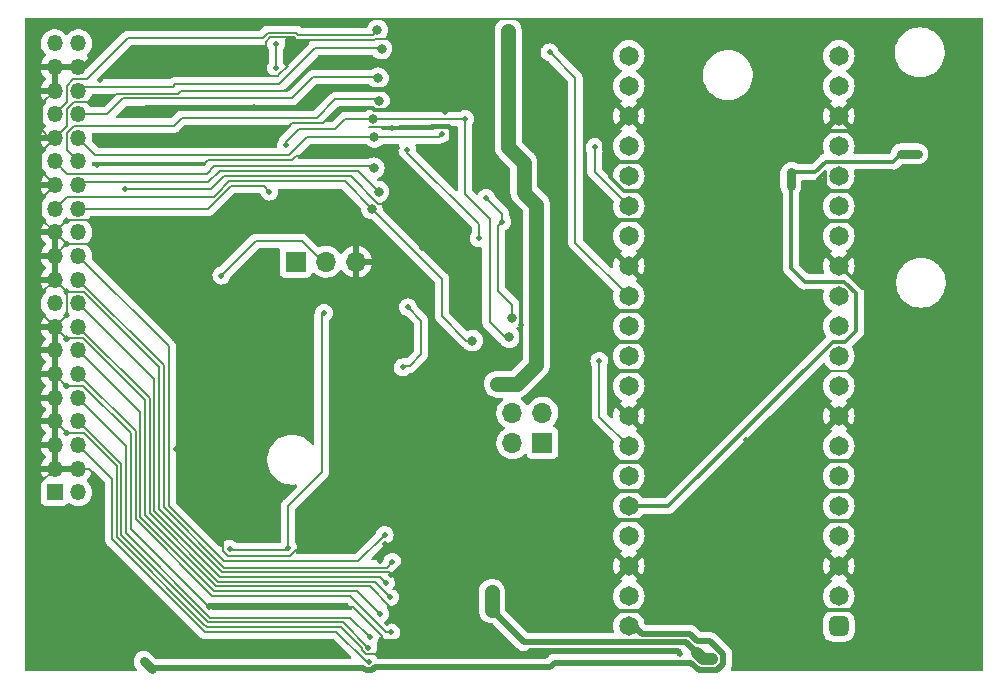
<source format=gbr>
%TF.GenerationSoftware,KiCad,Pcbnew,6.0.5-a6ca702e91~116~ubuntu21.10.1*%
%TF.CreationDate,2023-01-26T06:13:43-07:00*%
%TF.ProjectId,PowerBook,506f7765-7242-46f6-9f6b-2e6b69636164,rev?*%
%TF.SameCoordinates,Original*%
%TF.FileFunction,Copper,L2,Bot*%
%TF.FilePolarity,Positive*%
%FSLAX46Y46*%
G04 Gerber Fmt 4.6, Leading zero omitted, Abs format (unit mm)*
G04 Created by KiCad (PCBNEW 6.0.5-a6ca702e91~116~ubuntu21.10.1) date 2023-01-26 06:13:43*
%MOMM*%
%LPD*%
G01*
G04 APERTURE LIST*
G04 Aperture macros list*
%AMRoundRect*
0 Rectangle with rounded corners*
0 $1 Rounding radius*
0 $2 $3 $4 $5 $6 $7 $8 $9 X,Y pos of 4 corners*
0 Add a 4 corners polygon primitive as box body*
4,1,4,$2,$3,$4,$5,$6,$7,$8,$9,$2,$3,0*
0 Add four circle primitives for the rounded corners*
1,1,$1+$1,$2,$3*
1,1,$1+$1,$4,$5*
1,1,$1+$1,$6,$7*
1,1,$1+$1,$8,$9*
0 Add four rect primitives between the rounded corners*
20,1,$1+$1,$2,$3,$4,$5,0*
20,1,$1+$1,$4,$5,$6,$7,0*
20,1,$1+$1,$6,$7,$8,$9,0*
20,1,$1+$1,$8,$9,$2,$3,0*%
G04 Aperture macros list end*
%TA.AperFunction,ComponentPad*%
%ADD10RoundRect,0.412500X0.412500X0.412500X-0.412500X0.412500X-0.412500X-0.412500X0.412500X-0.412500X0*%
%TD*%
%TA.AperFunction,ComponentPad*%
%ADD11C,1.650000*%
%TD*%
%TA.AperFunction,ComponentPad*%
%ADD12R,1.700000X1.700000*%
%TD*%
%TA.AperFunction,ComponentPad*%
%ADD13O,1.700000X1.700000*%
%TD*%
%TA.AperFunction,ComponentPad*%
%ADD14R,1.350000X1.350000*%
%TD*%
%TA.AperFunction,ComponentPad*%
%ADD15O,1.350000X1.350000*%
%TD*%
%TA.AperFunction,ViaPad*%
%ADD16C,0.500000*%
%TD*%
%TA.AperFunction,ViaPad*%
%ADD17C,0.800000*%
%TD*%
%TA.AperFunction,ViaPad*%
%ADD18C,0.600000*%
%TD*%
%TA.AperFunction,Conductor*%
%ADD19C,0.330000*%
%TD*%
%TA.AperFunction,Conductor*%
%ADD20C,0.200000*%
%TD*%
%TA.AperFunction,Conductor*%
%ADD21C,0.400000*%
%TD*%
%TA.AperFunction,Conductor*%
%ADD22C,0.500000*%
%TD*%
%TA.AperFunction,Conductor*%
%ADD23C,0.750000*%
%TD*%
%TA.AperFunction,Conductor*%
%ADD24C,1.250000*%
%TD*%
%TA.AperFunction,Conductor*%
%ADD25C,1.000000*%
%TD*%
G04 APERTURE END LIST*
D10*
%TO.P,RP1,1,G0*%
%TO.N,Net-(R42-Pad1)*%
X169468800Y-124104400D03*
D11*
%TO.P,RP1,2,G1*%
%TO.N,Net-(R19-Pad1)*%
X169468800Y-121564400D03*
%TO.P,RP1,3,GND*%
%TO.N,GND*%
X169468800Y-119024400D03*
%TO.P,RP1,4,G2*%
%TO.N,Net-(R18-Pad1)*%
X169468800Y-116484400D03*
%TO.P,RP1,5,G3*%
%TO.N,Net-(R17-Pad1)*%
X169468800Y-113944400D03*
%TO.P,RP1,6,G4*%
%TO.N,Net-(R16-Pad1)*%
X169468800Y-111404400D03*
%TO.P,RP1,7,G5*%
%TO.N,Net-(R15-Pad1)*%
X169468800Y-108864400D03*
%TO.P,RP1,8,GND*%
%TO.N,GND*%
X169468800Y-106324400D03*
%TO.P,RP1,9,G6*%
%TO.N,Net-(R14-Pad1)*%
X169468800Y-103784400D03*
%TO.P,RP1,10,G7*%
%TO.N,Net-(R13-Pad1)*%
X169468800Y-101244400D03*
%TO.P,RP1,11,G8*%
%TO.N,Net-(R12-Pad1)*%
X169468800Y-98704400D03*
%TO.P,RP1,12,G9*%
%TO.N,DBPTr*%
X169468800Y-96164400D03*
%TO.P,RP1,13,GND*%
%TO.N,GND*%
X169468800Y-93624400D03*
%TO.P,RP1,14,G10*%
%TO.N,SD_CLK*%
X169468800Y-91084400D03*
%TO.P,RP1,15,G11*%
%TO.N,SD_CMD_MOSI*%
X169468800Y-88544400D03*
%TO.P,RP1,16,G12*%
%TO.N,SD_D0_MISO*%
X169468800Y-86004400D03*
%TO.P,RP1,17,G13*%
%TO.N,SD_D1*%
X169468800Y-83464400D03*
%TO.P,RP1,18,GND*%
%TO.N,GND*%
X169468800Y-80924400D03*
%TO.P,RP1,19,G14*%
%TO.N,SD_D2*%
X169468800Y-78384400D03*
%TO.P,RP1,20,G15*%
%TO.N,SD_D3_CS*%
X169468800Y-75844400D03*
%TO.P,RP1,21,G16*%
%TO.N,SERIAL_OUT*%
X151688800Y-75844400D03*
%TO.P,RP1,22,G17*%
%TO.N,oREQ*%
X151688800Y-78384400D03*
%TO.P,RP1,23,GND*%
%TO.N,GND*%
X151688800Y-80924400D03*
%TO.P,RP1,24,G18*%
%TO.N,oCD_iSEL*%
X151688800Y-83464400D03*
%TO.P,RP1,25,G19*%
%TO.N,oSEL*%
X151688800Y-86004400D03*
%TO.P,RP1,26,G20*%
%TO.N,oMSG_iBSY*%
X151688800Y-88544400D03*
%TO.P,RP1,27,G21*%
%TO.N,iRST*%
X151688800Y-91084400D03*
%TO.P,RP1,28,GND*%
%TO.N,GND*%
X151688800Y-93624400D03*
%TO.P,RP1,29,G22*%
%TO.N,oIO*%
X151688800Y-96164400D03*
%TO.P,RP1,30,RUN*%
%TO.N,unconnected-(RP1-Pad30)*%
X151688800Y-98704400D03*
%TO.P,RP1,31,G26*%
%TO.N,iACK*%
X151688800Y-101244400D03*
%TO.P,RP1,32,G27*%
%TO.N,oBSY*%
X151688800Y-103784400D03*
%TO.P,RP1,33,A_GND*%
%TO.N,GND*%
X151688800Y-106324400D03*
%TO.P,RP1,34,G28*%
%TO.N,iATN*%
X151688800Y-108864400D03*
%TO.P,RP1,35,ADC_VREF*%
%TO.N,unconnected-(RP1-Pad35)*%
X151688800Y-111404400D03*
%TO.P,RP1,36,3v3*%
%TO.N,+3V3*%
X151688800Y-113944400D03*
%TO.P,RP1,37,3v3_EN*%
%TO.N,unconnected-(RP1-Pad37)*%
X151688800Y-116484400D03*
%TO.P,RP1,38,GND*%
%TO.N,GND*%
X151688800Y-119024400D03*
%TO.P,RP1,39,VSYS*%
%TO.N,unconnected-(RP1-Pad39)*%
X151688800Y-121564400D03*
%TO.P,RP1,40,VBUS_5V*%
%TO.N,+5VP*%
X151688800Y-124104400D03*
%TD*%
D12*
%TO.P,J1,1,Pin_1*%
%TO.N,unconnected-(J1-Pad1)*%
X123494800Y-93268800D03*
D13*
%TO.P,J1,2,Pin_2*%
%TO.N,TRM_ON_J*%
X126034800Y-93268800D03*
%TO.P,J1,3,Pin_3*%
%TO.N,GND*%
X128574800Y-93268800D03*
%TD*%
D12*
%TO.P,J4,1,Pin_1*%
%TO.N,Net-(J4-Pad1)*%
X144373600Y-108610400D03*
D13*
%TO.P,J4,2,Pin_2*%
%TO.N,iATN*%
X141833600Y-108610400D03*
%TO.P,J4,3,Pin_3*%
%TO.N,Net-(J4-Pad3)*%
X144373600Y-106070400D03*
%TO.P,J4,4,Pin_4*%
%TO.N,iACK*%
X141833600Y-106070400D03*
%TD*%
D14*
%TO.P,J2,1,+5_L*%
%TO.N,+5VA*%
X103073200Y-112776800D03*
D15*
%TO.P,J2,2,+5_L*%
X105073200Y-112776800D03*
%TO.P,J2,3,GND*%
%TO.N,GND*%
X103073200Y-110776800D03*
%TO.P,J2,4,GND*%
X105073200Y-110776800D03*
%TO.P,J2,5,GND*%
X103073200Y-108776800D03*
%TO.P,J2,6,DB0*%
%TO.N,DB0*%
X105073200Y-108776800D03*
%TO.P,J2,7,GND*%
%TO.N,GND*%
X103073200Y-106776800D03*
%TO.P,J2,8,DB1*%
%TO.N,DB1*%
X105073200Y-106776800D03*
%TO.P,J2,9,GND*%
%TO.N,GND*%
X103073200Y-104776800D03*
%TO.P,J2,10,DB2*%
%TO.N,DB2*%
X105073200Y-104776800D03*
%TO.P,J2,11,GND*%
%TO.N,GND*%
X103073200Y-102776800D03*
%TO.P,J2,12,DB3*%
%TO.N,DB3*%
X105073200Y-102776800D03*
%TO.P,J2,13,GND*%
%TO.N,GND*%
X103073200Y-100776800D03*
%TO.P,J2,14,DB4*%
%TO.N,DB4*%
X105073200Y-100776800D03*
%TO.P,J2,15,GND*%
%TO.N,GND*%
X103073200Y-98776800D03*
%TO.P,J2,16,DB5*%
%TO.N,DB5*%
X105073200Y-98776800D03*
%TO.P,J2,18,DB6*%
%TO.N,DB6*%
X105073200Y-96776800D03*
%TO.P,J2,19,GND*%
%TO.N,GND*%
X103073200Y-94776800D03*
%TO.P,J2,20,DB7*%
%TO.N,DB7*%
X105073200Y-94776800D03*
%TO.P,J2,21,GND*%
%TO.N,GND*%
X103073200Y-92776800D03*
%TO.P,J2,22,PARITY*%
%TO.N,DBP*%
X105073200Y-92776800D03*
%TO.P,J2,23,GND*%
%TO.N,GND*%
X103073200Y-90776800D03*
%TO.P,J2,24,TERMPWR*%
%TO.N,+5V*%
X105073200Y-90776800D03*
%TO.P,J2,25,ATN*%
%TO.N,ATN*%
X103073200Y-88776800D03*
%TO.P,J2,26,BSY*%
%TO.N,BSY*%
X105073200Y-88776800D03*
%TO.P,J2,27,GND*%
%TO.N,GND*%
X103073200Y-86776800D03*
%TO.P,J2,28,ACK*%
%TO.N,ACK*%
X105073200Y-86776800D03*
%TO.P,J2,29,RST*%
%TO.N,RST*%
X103073200Y-84776800D03*
%TO.P,J2,30,MSG*%
%TO.N,MSG*%
X105073200Y-84776800D03*
%TO.P,J2,31,GND*%
%TO.N,GND*%
X103073200Y-82776800D03*
%TO.P,J2,32,SEL*%
%TO.N,SEL*%
X105073200Y-82776800D03*
%TO.P,J2,33,I/O*%
%TO.N,IO*%
X103073200Y-80776800D03*
%TO.P,J2,34,C/D*%
%TO.N,CD*%
X105073200Y-80776800D03*
%TO.P,J2,35,GND*%
%TO.N,GND*%
X103073200Y-78776800D03*
%TO.P,J2,36,REQ*%
%TO.N,REQ*%
X105073200Y-78776800D03*
%TO.P,J2,37,GND*%
%TO.N,GND*%
X103073200Y-76776800D03*
%TO.P,J2,38,GND*%
X105073200Y-76776800D03*
%TO.P,J2,39,+5_M*%
%TO.N,+5VD*%
X103073200Y-74776800D03*
%TO.P,J2,40,+5_M*%
X105073200Y-74776800D03*
%TO.P,J2,NC*%
%TO.N,N/C*%
X103073200Y-96776800D03*
%TD*%
D16*
%TO.N,GND*%
X146405600Y-106832400D03*
X106680000Y-85039200D03*
X109067600Y-87122000D03*
X146608800Y-124409200D03*
X136499600Y-84836000D03*
D17*
X157632400Y-119837200D03*
D16*
X164541200Y-82194400D03*
X143306800Y-126288800D03*
X154787600Y-98399600D03*
X124510800Y-96266000D03*
X121208800Y-92557600D03*
X136220200Y-124129800D03*
X132689600Y-121056400D03*
X132029200Y-83616800D03*
X131622800Y-77825600D03*
X157124400Y-81432400D03*
X138734800Y-94234000D03*
X147167600Y-103632000D03*
X134213600Y-92100400D03*
X128016000Y-90017600D03*
X106324400Y-79806800D03*
X138938000Y-92303600D03*
X142598111Y-98651089D03*
X119938800Y-80162400D03*
X121412000Y-115773200D03*
X154076400Y-126238000D03*
X106934000Y-77876400D03*
X106680000Y-82804000D03*
X139293600Y-101803200D03*
X144119600Y-116789200D03*
X153517600Y-111455200D03*
X123494800Y-125628400D03*
X138176000Y-116281200D03*
X131546600Y-119761000D03*
X145643600Y-95199200D03*
X145643600Y-91846400D03*
X134264400Y-95605600D03*
X117551200Y-122529600D03*
X149606000Y-82956400D03*
X130302000Y-83870800D03*
X121361200Y-83312000D03*
X113893600Y-82702400D03*
X153568400Y-115163600D03*
D17*
X106426000Y-123240800D03*
D16*
X130657600Y-118618000D03*
X131225689Y-123891911D03*
X141071600Y-125679200D03*
X110286800Y-80670400D03*
X150368000Y-105003600D03*
X173228000Y-86258400D03*
X112471200Y-94996000D03*
X149656800Y-91592400D03*
X138023600Y-105714800D03*
X131622800Y-87731600D03*
X138734800Y-81737200D03*
X148183600Y-113995200D03*
X148463000Y-123215400D03*
X160172400Y-81381600D03*
X138480800Y-97180400D03*
X143052800Y-82600800D03*
X131064000Y-117144800D03*
X142468600Y-100304600D03*
X113944400Y-76962000D03*
X161594800Y-108356400D03*
X143205200Y-79806800D03*
X114503200Y-105054400D03*
X147929600Y-76149200D03*
X131648200Y-81965800D03*
X139547600Y-86817200D03*
X177775600Y-86689200D03*
X106324400Y-75996800D03*
X127000000Y-97790000D03*
X124409200Y-115824000D03*
X119634000Y-87782400D03*
X138480800Y-98653600D03*
X132689600Y-99009200D03*
X114604800Y-114249200D03*
X149961600Y-121920000D03*
X143103600Y-115062000D03*
X145135600Y-116840000D03*
X131826000Y-76149200D03*
X138125200Y-101600000D03*
X148996400Y-87934800D03*
X144373600Y-85140800D03*
X131724400Y-79857600D03*
X136144000Y-80619600D03*
X139446000Y-77673200D03*
X120345200Y-96113600D03*
X172161200Y-89408000D03*
X146812000Y-101854000D03*
X171450000Y-83413600D03*
X116179600Y-122529600D03*
X177115200Y-86689200D03*
X134518400Y-102209600D03*
X145542000Y-101854000D03*
D17*
X166801800Y-123774200D03*
D16*
X139801600Y-111556800D03*
X154228800Y-121310400D03*
X135382000Y-104190800D03*
X132283200Y-122275600D03*
X156057600Y-126441200D03*
X146253200Y-89560400D03*
X135432800Y-88290400D03*
X130775636Y-125307164D03*
X113385600Y-109118400D03*
X144322800Y-103581200D03*
D18*
%TO.N,+2V8*%
X142087600Y-103632000D03*
X140563600Y-103632000D03*
X143027400Y-87604600D03*
D17*
X158750000Y-126898400D03*
D18*
X141478000Y-73710800D03*
X143865600Y-96824800D03*
X141325600Y-103632000D03*
D17*
X157835600Y-126746000D03*
X140106400Y-122580400D03*
X140106400Y-121259600D03*
D16*
%TO.N,iATN*%
X149199600Y-101650800D03*
%TO.N,oIO*%
X144983200Y-75539600D03*
%TO.N,oBSY*%
X140970000Y-89865200D03*
D17*
X141833600Y-97993200D03*
D16*
X139616244Y-87851044D03*
%TO.N,oRST*%
X132537200Y-102209600D03*
X132994400Y-97129600D03*
D17*
%TO.N,ATN*%
X129942028Y-88784381D03*
X138455400Y-99949000D03*
%TO.N,BSY*%
X141579600Y-99669600D03*
D16*
X121259600Y-87325200D03*
X122644364Y-83426238D03*
D17*
X130048000Y-81178400D03*
D16*
X137820400Y-81178400D03*
%TO.N,DBP*%
X131008120Y-116387880D03*
D17*
%TO.N,ACK*%
X130505200Y-87325200D03*
%TO.N,RST*%
X130098800Y-85344000D03*
%TO.N,MSG*%
X130556000Y-79654400D03*
D16*
X138988800Y-91287600D03*
X132943600Y-83820000D03*
%TO.N,SEL*%
X135839200Y-82448400D03*
D17*
X130149600Y-82702400D03*
%TO.N,CD*%
X130454400Y-77724000D03*
%TO.N,REQ*%
X130759200Y-75234800D03*
%TO.N,IO*%
X130403600Y-73660000D03*
D16*
%TO.N,DB7*%
X131673600Y-118668800D03*
%TO.N,DB6*%
X131114800Y-120446800D03*
%TO.N,DB5*%
X131470400Y-121666000D03*
%TO.N,DB4*%
X130606800Y-123079100D03*
%TO.N,DB3*%
X131541520Y-124642880D03*
%TO.N,DB2*%
X129752080Y-125060720D03*
%TO.N,DB1*%
X129641600Y-125933200D03*
%TO.N,DB0*%
X129692400Y-127152400D03*
%TO.N,+3V3*%
X176174400Y-84139200D03*
X175398000Y-84139200D03*
X165404800Y-86309200D03*
X165455600Y-85699600D03*
%TO.N,+5VP*%
X110642400Y-127101600D03*
X111099600Y-127558800D03*
%TO.N,oMSG_iBSY*%
X148793200Y-83566000D03*
%TO.N,TRM_ON_J*%
X121818400Y-76860400D03*
X121818400Y-74828400D03*
X122834400Y-117500400D03*
X125882400Y-97586800D03*
X117195600Y-94437200D03*
X117906800Y-117558591D03*
%TD*%
D19*
%TO.N,GND*%
X153111200Y-122834400D02*
X148488400Y-122834400D01*
D20*
X130200400Y-74422000D02*
X130149600Y-74472800D01*
X104047711Y-99751311D02*
X105482705Y-99751311D01*
D21*
X136601200Y-83159600D02*
X136652000Y-83108800D01*
D20*
X103073200Y-90776800D02*
X104086400Y-89763600D01*
X131826000Y-76149200D02*
X131826000Y-74828400D01*
D19*
X153111200Y-110236000D02*
X153060400Y-110185200D01*
D20*
X102006400Y-79843600D02*
X102006400Y-82143600D01*
D19*
X171450000Y-122783600D02*
X171450000Y-123190000D01*
D20*
X123545600Y-84328000D02*
X123850400Y-84328000D01*
D21*
X124155200Y-80162400D02*
X125679200Y-78638400D01*
D19*
X168097200Y-112674400D02*
X167944800Y-112522000D01*
D22*
X105073200Y-76776800D02*
X105544400Y-76776800D01*
D20*
X123545600Y-74472800D02*
X123444000Y-74574400D01*
X126644400Y-124192240D02*
X127291040Y-124192240D01*
D22*
X143357600Y-126238000D02*
X154076400Y-126238000D01*
D20*
X101854000Y-111996000D02*
X101854000Y-113842800D01*
X103073200Y-86776800D02*
X101904800Y-87945200D01*
X117297200Y-117449600D02*
X117297200Y-117043200D01*
X131546600Y-119761000D02*
X133350000Y-117957600D01*
X131470400Y-76504800D02*
X125018800Y-76504800D01*
D21*
X110286800Y-80670400D02*
X110794800Y-80162400D01*
D19*
X142598111Y-98651089D02*
X142598111Y-96471711D01*
D21*
X136652000Y-83108800D02*
X136652000Y-82042000D01*
D20*
X129413984Y-126482711D02*
X131936889Y-126482711D01*
X114046000Y-78790800D02*
X113842800Y-78790800D01*
D19*
X171450000Y-122783600D02*
X168249600Y-122783600D01*
X171043600Y-89814400D02*
X168249600Y-89814400D01*
X171450000Y-115214400D02*
X171450000Y-122783600D01*
D20*
X130775636Y-124933636D02*
X128371600Y-122529600D01*
D19*
X150088600Y-86086424D02*
X151276576Y-87274400D01*
X153060400Y-100025200D02*
X150063200Y-100025200D01*
D20*
X116332000Y-87122000D02*
X109067600Y-87122000D01*
X113538000Y-79044800D02*
X108254800Y-79044800D01*
X105482705Y-103751311D02*
X109529041Y-107797647D01*
X132029200Y-122529600D02*
X131622800Y-122529600D01*
X113792000Y-78790800D02*
X113538000Y-79044800D01*
X123545600Y-74472800D02*
X123351689Y-74278889D01*
X131500321Y-119807279D02*
X131546600Y-119761000D01*
X103073200Y-82776800D02*
X101904800Y-83945200D01*
X124409200Y-116789200D02*
X123037600Y-118160800D01*
X102639600Y-82776800D02*
X103073200Y-82776800D01*
D19*
X141071600Y-101803200D02*
X142544800Y-100330000D01*
D20*
X131826000Y-76149200D02*
X131673600Y-76149200D01*
X101904800Y-89608400D02*
X103073200Y-90776800D01*
X131225689Y-123891911D02*
X131428889Y-123891911D01*
X103073200Y-94776800D02*
X104098689Y-95802289D01*
D19*
X153060400Y-110185200D02*
X149504400Y-110185200D01*
D20*
X117253480Y-119567030D02*
X131352631Y-119567031D01*
X131352631Y-119567031D02*
X131546600Y-119761000D01*
X121361200Y-83312000D02*
X123139200Y-81534000D01*
X131673600Y-76149200D02*
X131572000Y-76250800D01*
X106268911Y-79751311D02*
X106324400Y-79806800D01*
X103073200Y-98776800D02*
X104098689Y-97751311D01*
D19*
X171450000Y-102412800D02*
X171450000Y-110185200D01*
D20*
X116757021Y-120765589D02*
X129743200Y-120765589D01*
X106001600Y-110776800D02*
X106426000Y-111201200D01*
X131318000Y-72847200D02*
X131165600Y-72694800D01*
D19*
X171450000Y-100076000D02*
X171450000Y-102412800D01*
X154787600Y-98399600D02*
X154787600Y-101854000D01*
D20*
X106680000Y-85039200D02*
X115671600Y-85039200D01*
D19*
X171246800Y-95310960D02*
X171246800Y-90017600D01*
X142544800Y-100330000D02*
X142598111Y-100276689D01*
D20*
X139446000Y-77673200D02*
X139446000Y-73863200D01*
X117449600Y-86004400D02*
X116332000Y-87122000D01*
X131046072Y-125577600D02*
X131064000Y-125577600D01*
D19*
X150088600Y-84251800D02*
X150622000Y-84785200D01*
D20*
X130775636Y-125307164D02*
X131046072Y-125577600D01*
D19*
X168757600Y-87274400D02*
X168279289Y-86796089D01*
D20*
X103073200Y-78776800D02*
X102006400Y-79843600D01*
X104098689Y-81751311D02*
X104098689Y-80373143D01*
X104098689Y-91802289D02*
X104047711Y-91802289D01*
D19*
X154432000Y-98653600D02*
X153060400Y-100025200D01*
D20*
X130149600Y-74472800D02*
X123545600Y-74472800D01*
X103073200Y-110776800D02*
X101854000Y-111996000D01*
X104047711Y-91802289D02*
X103073200Y-92776800D01*
D19*
X172212000Y-87274400D02*
X170637200Y-87274400D01*
D20*
X131368800Y-85598000D02*
X130708400Y-86258400D01*
D19*
X168279289Y-85699600D02*
X167690800Y-86288089D01*
D20*
X123351689Y-74278889D02*
X121301111Y-74278889D01*
X131826000Y-74828400D02*
X131419600Y-74422000D01*
X123139200Y-81534000D02*
X125831600Y-81534000D01*
D19*
X171450000Y-112674400D02*
X171450000Y-115214400D01*
X170078400Y-82194400D02*
X168605200Y-82194400D01*
D20*
X129092089Y-126160816D02*
X129413984Y-126482711D01*
D19*
X151276576Y-87274400D02*
X152704800Y-87274400D01*
X153517600Y-111455200D02*
X153517600Y-110642400D01*
D21*
X135066311Y-81798889D02*
X135026400Y-81838800D01*
D20*
X130786400Y-125317928D02*
X130786400Y-125577600D01*
D21*
X136408889Y-81798889D02*
X135066311Y-81798889D01*
D19*
X150622000Y-84785200D02*
X153060400Y-84785200D01*
D20*
X121301111Y-74278889D02*
X120954800Y-74625200D01*
X104098689Y-97751311D02*
X104098689Y-95919889D01*
D22*
X143306800Y-126288800D02*
X143357600Y-126238000D01*
D20*
X124510800Y-74676000D02*
X123545600Y-74676000D01*
X102006400Y-82143600D02*
X102639600Y-82776800D01*
X122021600Y-77470000D02*
X121970800Y-77520800D01*
X132283200Y-123291600D02*
X132181600Y-123393200D01*
X123444000Y-74574400D02*
X123291600Y-74422000D01*
X131368800Y-85445600D02*
X131368800Y-85598000D01*
X103073200Y-82776800D02*
X104098689Y-81751311D01*
X121970800Y-77520800D02*
X121107200Y-77520800D01*
X130792072Y-125323600D02*
X132689600Y-125323600D01*
D19*
X154787600Y-98399600D02*
X154533600Y-98653600D01*
D20*
X104098689Y-80373143D02*
X104720521Y-79751311D01*
X128151306Y-86004400D02*
X117449600Y-86004400D01*
D19*
X129997200Y-80264000D02*
X129489200Y-80264000D01*
D20*
X122732800Y-78790800D02*
X114046000Y-78790800D01*
X105482705Y-99751311D02*
X110727601Y-104996207D01*
X117551200Y-122529600D02*
X116179600Y-122529600D01*
D19*
X130152111Y-80418911D02*
X131163089Y-80418911D01*
D20*
X103073200Y-90776800D02*
X104098689Y-91802289D01*
X103073200Y-106776800D02*
X104098689Y-107802289D01*
D19*
X171450000Y-100076000D02*
X171388249Y-100014249D01*
X168279289Y-86796089D02*
X168279289Y-85699600D01*
X148488400Y-122834400D02*
X148437600Y-122783600D01*
X171450000Y-95514160D02*
X171246800Y-95310960D01*
X168757600Y-87274400D02*
X168351200Y-87274400D01*
D20*
X101854000Y-95996000D02*
X101854000Y-97557600D01*
X122783600Y-76657200D02*
X122809000Y-76682600D01*
X105533683Y-95802289D02*
X111926160Y-102194766D01*
X104089200Y-95910400D02*
X104098689Y-95919889D01*
D19*
X139293600Y-101803200D02*
X141071600Y-101803200D01*
X149961600Y-89560400D02*
X150164800Y-89763600D01*
X154127200Y-102514400D02*
X150368000Y-102514400D01*
D20*
X131936889Y-126482711D02*
X132029200Y-126390400D01*
D19*
X142598111Y-96471711D02*
X142494000Y-96367600D01*
D20*
X129743200Y-120765589D02*
X131507211Y-122529600D01*
X122809000Y-76682600D02*
X122021600Y-77470000D01*
X104086400Y-89763600D02*
X105918000Y-89763600D01*
D21*
X125679200Y-78638400D02*
X131267200Y-78638400D01*
D20*
X131165600Y-88341200D02*
X130488106Y-88341200D01*
X129704089Y-81877911D02*
X131560311Y-81877911D01*
X131507211Y-122529600D02*
X131622800Y-122529600D01*
X108330483Y-116587622D02*
X115657831Y-123914970D01*
X140614400Y-72694800D02*
X142290800Y-72694800D01*
X131733689Y-120996311D02*
X133146800Y-119583200D01*
D19*
X168666951Y-110174249D02*
X168351200Y-110490000D01*
D20*
X131724400Y-123596400D02*
X133096000Y-123596400D01*
D19*
X148996400Y-87934800D02*
X149961600Y-88900000D01*
D21*
X119938800Y-80162400D02*
X124155200Y-80162400D01*
D20*
X129092089Y-125984000D02*
X129092089Y-126160816D01*
X114046000Y-78790800D02*
X113792000Y-78790800D01*
X131560311Y-81877911D02*
X131648200Y-81965800D01*
X101854000Y-97557600D02*
X103073200Y-98776800D01*
D19*
X149606000Y-83769200D02*
X150088600Y-84251800D01*
D20*
X109529042Y-115879042D02*
X116179600Y-122529600D01*
D23*
X177775600Y-86689200D02*
X176505600Y-86689200D01*
D19*
X168249600Y-122783600D02*
X168148000Y-122682000D01*
D20*
X105073200Y-110776800D02*
X106001600Y-110776800D01*
X120954800Y-74625200D02*
X120954800Y-75031600D01*
D23*
X176505600Y-86689200D02*
X176479200Y-86715600D01*
D19*
X171439049Y-110174249D02*
X168666951Y-110174249D01*
X150164800Y-89763600D02*
X152552400Y-89763600D01*
D20*
X101904800Y-85608400D02*
X103073200Y-86776800D01*
D21*
X110794800Y-80162400D02*
X119938800Y-80162400D01*
D20*
X131826000Y-73355200D02*
X131318000Y-72847200D01*
X110727601Y-104996207D02*
X110727601Y-114736169D01*
D22*
X154076400Y-126238000D02*
X155854400Y-126238000D01*
D20*
X130775636Y-125307164D02*
X130775636Y-124933636D01*
D21*
X135026400Y-81838800D02*
X132334000Y-81838800D01*
D19*
X130152111Y-80418911D02*
X129997200Y-80264000D01*
X153060400Y-84785200D02*
X153162000Y-84886800D01*
X167690800Y-86288089D02*
X167690800Y-86512400D01*
D20*
X101904800Y-83945200D02*
X101904800Y-85608400D01*
X123190000Y-84683600D02*
X123545600Y-84328000D01*
D19*
X150088600Y-84251800D02*
X150088600Y-86086424D01*
D20*
X109529041Y-107797647D02*
X109529042Y-115879042D01*
X111926161Y-114239711D02*
X117253480Y-119567030D01*
D19*
X171450000Y-83413600D02*
X170230800Y-82194400D01*
D20*
X131470400Y-123850400D02*
X131724400Y-123596400D01*
X105875897Y-108144503D02*
X108330481Y-110599087D01*
X115935101Y-124192240D02*
X126644400Y-124192240D01*
X122783600Y-75234800D02*
X122783600Y-76657200D01*
D22*
X155854400Y-126238000D02*
X156057600Y-126441200D01*
D19*
X171246800Y-90017600D02*
X171043600Y-89814400D01*
X153568400Y-115163600D02*
X149555200Y-115163600D01*
D20*
X130775636Y-125307164D02*
X130792072Y-125323600D01*
X128371600Y-122529600D02*
X117551200Y-122529600D01*
X115671600Y-85039200D02*
X116027200Y-84683600D01*
X139446000Y-73863200D02*
X140563600Y-72745600D01*
X115657831Y-123914970D02*
X115935101Y-124192240D01*
X131648200Y-81965800D02*
X131673600Y-81991200D01*
X104720521Y-79751311D02*
X106268911Y-79751311D01*
X105533683Y-107802289D02*
X105875897Y-108144503D01*
X117297200Y-117043200D02*
X117246400Y-116992400D01*
D19*
X142598111Y-100276689D02*
X142598111Y-98651089D01*
X169519600Y-93583760D02*
X171450000Y-95514160D01*
D20*
X132283200Y-122275600D02*
X132029200Y-122529600D01*
X123444000Y-74574400D02*
X124612400Y-74574400D01*
D19*
X153822400Y-97434400D02*
X150164800Y-97434400D01*
X131163089Y-80418911D02*
X131724400Y-79857600D01*
X171450000Y-112674400D02*
X168097200Y-112674400D01*
D20*
X123037600Y-118160800D02*
X117731882Y-118160800D01*
D19*
X171450000Y-110185200D02*
X171450000Y-112674400D01*
D20*
X108330481Y-111048800D02*
X108330483Y-116587622D01*
D19*
X154533600Y-98653600D02*
X154432000Y-98653600D01*
D22*
X105544400Y-76776800D02*
X106324400Y-75996800D01*
D20*
X132283200Y-122275600D02*
X132283200Y-123291600D01*
D19*
X154228800Y-121716800D02*
X153111200Y-122834400D01*
D20*
X104098689Y-95802289D02*
X105533683Y-95802289D01*
X116027200Y-84683600D02*
X123190000Y-84683600D01*
X124612400Y-74574400D02*
X124510800Y-74676000D01*
X120954800Y-75031600D02*
X120904000Y-75082400D01*
X131428889Y-123891911D02*
X131470400Y-123850400D01*
D21*
X131267200Y-78638400D02*
X131622800Y-78282800D01*
D19*
X152755600Y-112674400D02*
X149656800Y-112674400D01*
D20*
X140563600Y-72745600D02*
X140614400Y-72694800D01*
X130775636Y-125307164D02*
X130786400Y-125317928D01*
X131826000Y-76149200D02*
X131826000Y-73355200D01*
X110727601Y-114736169D02*
X116757021Y-120765589D01*
X125018800Y-76504800D02*
X122732800Y-78790800D01*
X123291600Y-74422000D02*
X122682000Y-74422000D01*
D19*
X168351200Y-87274400D02*
X168300400Y-87325200D01*
D20*
X171348400Y-102514400D02*
X168554400Y-102514400D01*
X124409200Y-115824000D02*
X124409200Y-116789200D01*
X131165600Y-72694800D02*
X129743200Y-72694800D01*
X129082800Y-125984000D02*
X129092089Y-125984000D01*
X103073200Y-98776800D02*
X104047711Y-99751311D01*
X108330481Y-110599087D02*
X108330481Y-111048800D01*
D19*
X173228000Y-86258400D02*
X172212000Y-87274400D01*
X149606000Y-82956400D02*
X149606000Y-83769200D01*
X171450000Y-110185200D02*
X171439049Y-110174249D01*
D20*
X123444000Y-74574400D02*
X122783600Y-75234800D01*
D19*
X154787600Y-101854000D02*
X154127200Y-102514400D01*
D21*
X131622800Y-78282800D02*
X131622800Y-77825600D01*
D20*
X122682000Y-74422000D02*
X122631200Y-74472800D01*
D19*
X154228800Y-121310400D02*
X154228800Y-121716800D01*
X154787600Y-98399600D02*
X153822400Y-97434400D01*
D20*
X131826000Y-76149200D02*
X131470400Y-76504800D01*
D19*
X152806400Y-112725200D02*
X152755600Y-112674400D01*
D21*
X136652000Y-82042000D02*
X136408889Y-81798889D01*
D20*
X117297200Y-117726118D02*
X117297200Y-117449600D01*
D19*
X171450000Y-115214400D02*
X168452800Y-115214400D01*
X170637200Y-87274400D02*
X168757600Y-87274400D01*
X149961600Y-88900000D02*
X149961600Y-89560400D01*
D20*
X171450000Y-102412800D02*
X171348400Y-102514400D01*
X117094000Y-117246400D02*
X117297200Y-117449600D01*
X130488106Y-88341200D02*
X128151306Y-86004400D01*
X101904800Y-87945200D02*
X101904800Y-89608400D01*
X103073200Y-94776800D02*
X101854000Y-95996000D01*
X111926160Y-102194766D02*
X111926161Y-114239711D01*
X131419600Y-74422000D02*
X130200400Y-74422000D01*
X127291040Y-124192240D02*
X129082800Y-125984000D01*
X106063711Y-91802289D02*
X106121200Y-91744800D01*
X104098689Y-107802289D02*
X105533683Y-107802289D01*
D19*
X153517600Y-110642400D02*
X153111200Y-110236000D01*
D20*
X104047711Y-103751311D02*
X105482705Y-103751311D01*
X108254800Y-79044800D02*
X107594400Y-79705200D01*
X117731882Y-118160800D02*
X117297200Y-117726118D01*
X125831600Y-81534000D02*
X126288800Y-81076800D01*
X104098689Y-91802289D02*
X106063711Y-91802289D01*
X103073200Y-102776800D02*
X104047711Y-103751311D01*
D19*
X170230800Y-82194400D02*
X170078400Y-82194400D01*
D22*
%TO.N,+2V8*%
X157480000Y-126390400D02*
X156565600Y-125476000D01*
D24*
X140563600Y-103632000D02*
X142240000Y-103632000D01*
X143865600Y-88442800D02*
X143027400Y-87604600D01*
X142798800Y-84886800D02*
X141478000Y-83566000D01*
X143865600Y-96824800D02*
X143865600Y-88442800D01*
D22*
X142849600Y-125476000D02*
X140106400Y-122732800D01*
D24*
X143865600Y-102006400D02*
X143865600Y-96824800D01*
D22*
X157835600Y-126746000D02*
X157480000Y-126390400D01*
D25*
X157988000Y-126898400D02*
X157480000Y-126390400D01*
D24*
X140106400Y-121259600D02*
X140106400Y-122732800D01*
D25*
X158750000Y-126898400D02*
X157988000Y-126898400D01*
D24*
X142240000Y-103632000D02*
X143865600Y-102006400D01*
X143027400Y-87604600D02*
X142798800Y-87376000D01*
X141478000Y-83566000D02*
X141478000Y-73710800D01*
D22*
X156565600Y-125476000D02*
X142849600Y-125476000D01*
D24*
X142798800Y-87376000D02*
X142798800Y-84886800D01*
D20*
%TO.N,iATN*%
X149199600Y-106375200D02*
X151688800Y-108864400D01*
X149199600Y-101650800D02*
X149199600Y-106375200D01*
%TO.N,oIO*%
X147167600Y-77724000D02*
X144983200Y-75539600D01*
X151688800Y-96164400D02*
X147167600Y-91643200D01*
X147167600Y-91643200D02*
X147167600Y-77724000D01*
%TO.N,oBSY*%
X141833600Y-97993200D02*
X141833600Y-96926400D01*
X139616244Y-87851044D02*
X140970000Y-89204800D01*
X140970000Y-89204800D02*
X140970000Y-89865200D01*
X141833600Y-96926400D02*
X140614400Y-95707200D01*
X140614400Y-90220800D02*
X140970000Y-89865200D01*
X140614400Y-95707200D02*
X140614400Y-90220800D01*
%TO.N,oRST*%
X134112000Y-98247200D02*
X134112000Y-101092000D01*
X133146800Y-102057200D02*
X132689600Y-102057200D01*
X134112000Y-101092000D02*
X133146800Y-102057200D01*
X132689600Y-102057200D02*
X132537200Y-102209600D01*
X132994400Y-97129600D02*
X134112000Y-98247200D01*
%TO.N,ATN*%
X129942028Y-88784381D02*
X127619247Y-86461600D01*
X117849794Y-86461600D02*
X116811497Y-87499897D01*
X116560083Y-87751311D02*
X116811497Y-87499897D01*
X137947400Y-99949000D02*
X138455400Y-99949000D01*
X104098689Y-87751311D02*
X116560083Y-87751311D01*
X135890000Y-97891600D02*
X137947400Y-99949000D01*
X118313200Y-86461600D02*
X117849794Y-86461600D01*
X129942028Y-88784381D02*
X135890000Y-94732353D01*
X103073200Y-88776800D02*
X104098689Y-87751311D01*
X127619247Y-86461600D02*
X118313200Y-86461600D01*
X135890000Y-94732353D02*
X135890000Y-97891600D01*
%TO.N,BSY*%
X127660400Y-81178400D02*
X130048000Y-81178400D01*
X139903200Y-89611200D02*
X137820400Y-87528400D01*
X105073200Y-88776800D02*
X116099600Y-88776800D01*
X122644364Y-83426238D02*
X122644364Y-83146436D01*
X116099600Y-88776800D02*
X118015280Y-86861120D01*
X137769600Y-81178400D02*
X137820400Y-81127600D01*
X139903200Y-98399600D02*
X139903200Y-89611200D01*
X120795520Y-86861120D02*
X121259600Y-87325200D01*
X121208800Y-87325200D02*
X121259600Y-87325200D01*
X130048000Y-81178400D02*
X137769600Y-81178400D01*
X141173200Y-99669600D02*
X139903200Y-98399600D01*
X137820400Y-81127600D02*
X137820400Y-81178400D01*
X123748800Y-82042000D02*
X126796800Y-82042000D01*
X141579600Y-99669600D02*
X141173200Y-99669600D01*
X118015280Y-86861120D02*
X120795520Y-86861120D01*
X137820400Y-87528400D02*
X137820400Y-81178400D01*
X122644364Y-83146436D02*
X123748800Y-82042000D01*
X126796800Y-82042000D02*
X127660400Y-81178400D01*
%TO.N,DBP*%
X128787281Y-118608719D02*
X117425181Y-118608719D01*
X131008120Y-116387880D02*
X128787281Y-118608719D01*
X112725200Y-113908738D02*
X112725200Y-100428800D01*
X112725200Y-100428800D02*
X105073200Y-92776800D01*
X117425181Y-118608719D02*
X112725200Y-113908738D01*
%TO.N,ACK*%
X128727200Y-85547200D02*
X130505200Y-87325200D01*
X105073200Y-86776800D02*
X105337600Y-86512400D01*
X116085331Y-86512400D02*
X117050531Y-85547200D01*
X117050531Y-85547200D02*
X128727200Y-85547200D01*
X105337600Y-86512400D02*
X116085331Y-86512400D01*
%TO.N,RST*%
X130098800Y-85344000D02*
X129902480Y-85147680D01*
X103073200Y-84776800D02*
X104097600Y-85801200D01*
X129902480Y-85147680D02*
X116592880Y-85147680D01*
X115939360Y-85801200D02*
X116592880Y-85147680D01*
X104097600Y-85801200D02*
X115939360Y-85801200D01*
%TO.N,MSG*%
X113842800Y-81076800D02*
X113182400Y-81737200D01*
X104089200Y-83792800D02*
X105073200Y-84776800D01*
X104089200Y-82346800D02*
X104089200Y-83792800D01*
X104684689Y-81751311D02*
X104089200Y-82346800D01*
X138988800Y-90068400D02*
X132943600Y-84023200D01*
X113842800Y-81076800D02*
X125272800Y-81076800D01*
X132943600Y-83820000D02*
X132943600Y-83769200D01*
X105968800Y-81737200D02*
X105954689Y-81751311D01*
X105954689Y-81751311D02*
X104684689Y-81751311D01*
X130396281Y-79494681D02*
X130556000Y-79654400D01*
X125272800Y-81076800D02*
X126854919Y-79494681D01*
X126854919Y-79494681D02*
X130396281Y-79494681D01*
X113182400Y-81737200D02*
X105968800Y-81737200D01*
X132943600Y-84023200D02*
X132943600Y-83820000D01*
X138988800Y-91287600D02*
X138988800Y-90068400D01*
%TO.N,SEL*%
X130149600Y-82702400D02*
X130251200Y-82702400D01*
X130149600Y-82702400D02*
X130149600Y-82600800D01*
X135839200Y-82448400D02*
X135585200Y-82702400D01*
X106522800Y-84226400D02*
X105073200Y-82776800D01*
X130149600Y-82702400D02*
X130352800Y-82499200D01*
X123088400Y-84074000D02*
X124460000Y-82702400D01*
X130149600Y-82600800D02*
X130098800Y-82550000D01*
X123088400Y-84074000D02*
X122936000Y-84226400D01*
X122936000Y-84226400D02*
X106522800Y-84226400D01*
X129946400Y-82499200D02*
X130149600Y-82702400D01*
X135585200Y-82702400D02*
X130149600Y-82702400D01*
X135839200Y-82448400D02*
X135839200Y-82346800D01*
X124460000Y-82702400D02*
X130149600Y-82702400D01*
%TO.N,CD*%
X124968000Y-77622400D02*
X130352800Y-77622400D01*
X130352800Y-77622400D02*
X130454400Y-77724000D01*
X123146081Y-79444319D02*
X124968000Y-77622400D01*
X107538800Y-80776800D02*
X108871281Y-79444319D01*
X105073200Y-80776800D02*
X107538800Y-80776800D01*
X108871281Y-79444319D02*
X123146081Y-79444319D01*
%TO.N,REQ*%
X125127281Y-75177119D02*
X130701519Y-75177119D01*
X122072400Y-78232000D02*
X125127281Y-75177119D01*
X105414800Y-78435200D02*
X113082531Y-78435200D01*
X113285731Y-78232000D02*
X122072400Y-78232000D01*
X113082531Y-78435200D02*
X113285731Y-78232000D01*
X130701519Y-75177119D02*
X130759200Y-75234800D01*
X105073200Y-78776800D02*
X105414800Y-78435200D01*
%TO.N,IO*%
X120694594Y-74320400D02*
X121135625Y-73879369D01*
X104089200Y-78382632D02*
X104669543Y-77802289D01*
X109270800Y-74320400D02*
X120694594Y-74320400D01*
X104669543Y-77802289D02*
X105788911Y-77802289D01*
X104089200Y-79760800D02*
X104089200Y-78382632D01*
X103073200Y-80776800D02*
X104089200Y-79760800D01*
X123517175Y-73879369D02*
X123704206Y-74066400D01*
X123704206Y-74066400D02*
X129997200Y-74066400D01*
X105788911Y-77802289D02*
X109270800Y-74320400D01*
X129997200Y-74066400D02*
X130403600Y-73660000D01*
X121135625Y-73879369D02*
X123517175Y-73879369D01*
%TO.N,DB7*%
X105073200Y-94776800D02*
X112325680Y-102029280D01*
X112325680Y-102029280D02*
X112325680Y-114074224D01*
X117418967Y-119167511D02*
X131174889Y-119167511D01*
X112325680Y-114074224D02*
X117418967Y-119167511D01*
X131174889Y-119167511D02*
X131673600Y-118668800D01*
%TO.N,DB6*%
X111526640Y-103230240D02*
X111526640Y-106070400D01*
X117087994Y-119966550D02*
X130634550Y-119966550D01*
X111526640Y-106070400D02*
X111526642Y-114405198D01*
X105073200Y-96776800D02*
X111526640Y-103230240D01*
X130634550Y-119966550D02*
X131114800Y-120446800D01*
X111526642Y-114405198D02*
X117087994Y-119966550D01*
%TO.N,DB5*%
X111127121Y-109880400D02*
X111127123Y-114570685D01*
X116922507Y-120366069D02*
X130170469Y-120366069D01*
X111127121Y-104830721D02*
X111127121Y-109880400D01*
X111127123Y-114570685D02*
X116922507Y-120366069D01*
X105073200Y-98776800D02*
X111127121Y-104830721D01*
X130170469Y-120366069D02*
X131470400Y-121666000D01*
%TO.N,DB4*%
X110328082Y-114901656D02*
X116591535Y-121165109D01*
X116591535Y-121165109D02*
X116922508Y-121165108D01*
X110328081Y-106031681D02*
X110328082Y-114901656D01*
X128692808Y-121165108D02*
X130606800Y-123079100D01*
X116922508Y-121165108D02*
X128692808Y-121165108D01*
X105073200Y-100776800D02*
X110328081Y-106031681D01*
%TO.N,DB3*%
X131165600Y-124612400D02*
X128117828Y-121564628D01*
X109928561Y-107632161D02*
X105073200Y-102776800D01*
X128117828Y-121564628D02*
X116426048Y-121564628D01*
X131541520Y-124642880D02*
X131511040Y-124612400D01*
X131511040Y-124612400D02*
X131165600Y-124612400D01*
X116426048Y-121564628D02*
X109928563Y-115067143D01*
X109928563Y-115067143D02*
X109928561Y-107632161D01*
%TO.N,DB2*%
X109129521Y-116256648D02*
X116266073Y-123393200D01*
X116266073Y-123393200D02*
X128117600Y-123393200D01*
X109129521Y-108833121D02*
X109129521Y-116256648D01*
X128117600Y-123393200D02*
X129743200Y-125018800D01*
X105073200Y-104776800D02*
X109129521Y-108833121D01*
%TO.N,DB1*%
X108730002Y-116422135D02*
X116100587Y-123792720D01*
X127501120Y-123792720D02*
X129641600Y-125933200D01*
X116100587Y-123792720D02*
X127501120Y-123792720D01*
X105073200Y-106776800D02*
X108730001Y-110433601D01*
X108730001Y-110433601D02*
X108730002Y-116422135D01*
%TO.N,DB0*%
X129692400Y-127152400D02*
X129489200Y-127152400D01*
X129489200Y-127152400D02*
X126928560Y-124591760D01*
X126928560Y-124591760D02*
X115769614Y-124591759D01*
X115769614Y-124591759D02*
X107930961Y-116753106D01*
X107930961Y-111634561D02*
X105073200Y-108776800D01*
X107930961Y-116753106D02*
X107930961Y-111634561D01*
D23*
%TO.N,+3V3*%
X165404800Y-85750400D02*
X165455600Y-85699600D01*
D19*
X165404800Y-85699600D02*
X165404800Y-85547200D01*
X165404800Y-93776800D02*
X165404800Y-86868000D01*
D23*
X165404800Y-86868000D02*
X165404800Y-85750400D01*
D19*
X170942000Y-95955376D02*
X169931824Y-94945200D01*
D23*
X176174400Y-84139200D02*
X174766400Y-84139200D01*
D19*
X174091600Y-84785200D02*
X174752000Y-84124800D01*
X170027600Y-100025200D02*
X170942000Y-99110800D01*
X151688800Y-113944400D02*
X155041600Y-113944400D01*
X169931824Y-94945200D02*
X166573200Y-94945200D01*
X155041600Y-113944400D02*
X168960800Y-100025200D01*
X165404800Y-85699600D02*
X165455600Y-85699600D01*
X166573200Y-94945200D02*
X165404800Y-93776800D01*
X168351200Y-84785200D02*
X174091600Y-84785200D01*
X165404800Y-86309200D02*
X165404800Y-85699600D01*
X165455600Y-85699600D02*
X167436800Y-85699600D01*
X170942000Y-99110800D02*
X170942000Y-95955376D01*
D23*
X174766400Y-84139200D02*
X174752000Y-84124800D01*
D19*
X168960800Y-100025200D02*
X170027600Y-100025200D01*
X165404800Y-86868000D02*
X165404800Y-86309200D01*
X167436800Y-85699600D02*
X168351200Y-84785200D01*
D22*
%TO.N,+5VP*%
X145440400Y-127203200D02*
X145021970Y-127621630D01*
X158582189Y-125387765D02*
X159699520Y-126505096D01*
X157594696Y-127847920D02*
X156949976Y-127203200D01*
X159699520Y-126505096D02*
X159699520Y-127291704D01*
X159699520Y-127291704D02*
X159143304Y-127847920D01*
X130212430Y-127621630D02*
X129982148Y-127851911D01*
D25*
X151739600Y-124053600D02*
X151688800Y-124104400D01*
D23*
X110642400Y-127101600D02*
X111302800Y-127762000D01*
D22*
X156949976Y-127203200D02*
X145440400Y-127203200D01*
X156855351Y-124776481D02*
X157466635Y-125387765D01*
X129211141Y-127660400D02*
X111404400Y-127660400D01*
X152767281Y-124776481D02*
X156855351Y-124776481D01*
X157466635Y-125387765D02*
X158582189Y-125387765D01*
X129402652Y-127851911D02*
X129211141Y-127660400D01*
X159143304Y-127847920D02*
X157594696Y-127847920D01*
X151688800Y-124104400D02*
X152095200Y-124104400D01*
X145021970Y-127621630D02*
X130212430Y-127621630D01*
X129982148Y-127851911D02*
X129402652Y-127851911D01*
X152095200Y-124104400D02*
X152767281Y-124776481D01*
X111404400Y-127660400D02*
X111302800Y-127762000D01*
D20*
%TO.N,oMSG_iBSY*%
X148793200Y-83566000D02*
X148793200Y-85648800D01*
X148793200Y-85648800D02*
X151688800Y-88544400D01*
%TO.N,TRM_ON_J*%
X125679200Y-111099600D02*
X125679200Y-97790000D01*
X122855990Y-113922810D02*
X125679200Y-111099600D01*
X122855990Y-117478810D02*
X122855990Y-113922810D01*
X122652790Y-117682010D02*
X118030219Y-117682010D01*
X125765673Y-93268800D02*
X126034800Y-93268800D01*
X117195600Y-94437200D02*
X120142000Y-91490800D01*
X121818400Y-76860400D02*
X121818400Y-74828400D01*
X120142000Y-91490800D02*
X123987673Y-91490800D01*
X117906800Y-117558591D02*
X117906800Y-117652800D01*
X125679200Y-97790000D02*
X125882400Y-97586800D01*
X122834400Y-117500400D02*
X122855990Y-117478810D01*
X122834400Y-117500400D02*
X122652790Y-117682010D01*
X118030219Y-117682010D02*
X117906800Y-117558591D01*
X117906800Y-117652800D02*
X117856000Y-117703600D01*
X123987673Y-91490800D02*
X125765673Y-93268800D01*
%TD*%
%TA.AperFunction,Conductor*%
%TO.N,GND*%
G36*
X181645621Y-72613702D02*
G01*
X181692114Y-72667358D01*
X181703500Y-72719700D01*
X181703500Y-127787900D01*
X181683498Y-127856021D01*
X181629842Y-127902514D01*
X181577500Y-127913900D01*
X160436946Y-127913900D01*
X160368825Y-127893898D01*
X160322332Y-127840242D01*
X160312228Y-127769968D01*
X160331670Y-127719166D01*
X160334853Y-127715419D01*
X160338184Y-127708896D01*
X160341552Y-127703846D01*
X160344712Y-127698728D01*
X160349254Y-127692988D01*
X160380175Y-127626829D01*
X160382081Y-127622929D01*
X160415289Y-127557896D01*
X160417028Y-127550788D01*
X160419127Y-127545145D01*
X160421044Y-127539382D01*
X160424142Y-127532754D01*
X160439007Y-127461287D01*
X160439977Y-127457003D01*
X160447602Y-127425842D01*
X160457328Y-127386094D01*
X160458020Y-127374940D01*
X160458056Y-127374942D01*
X160458295Y-127370949D01*
X160458669Y-127366757D01*
X160460160Y-127359589D01*
X160458066Y-127282183D01*
X160458020Y-127278776D01*
X160458020Y-126572166D01*
X160459453Y-126553216D01*
X160461619Y-126538981D01*
X160461619Y-126538977D01*
X160462719Y-126531747D01*
X160461794Y-126520367D01*
X160458435Y-126479078D01*
X160458020Y-126468863D01*
X160458020Y-126460803D01*
X160454729Y-126432576D01*
X160454298Y-126428217D01*
X160453465Y-126417968D01*
X160448380Y-126355460D01*
X160446124Y-126348496D01*
X160444937Y-126342557D01*
X160443550Y-126336686D01*
X160442702Y-126329415D01*
X160440206Y-126322539D01*
X160440204Y-126322530D01*
X160417795Y-126260798D01*
X160416385Y-126256694D01*
X160393872Y-126187197D01*
X160390076Y-126180942D01*
X160387577Y-126175483D01*
X160384849Y-126170035D01*
X160382353Y-126163159D01*
X160342325Y-126102106D01*
X160340001Y-126098423D01*
X160305024Y-126040782D01*
X160305021Y-126040778D01*
X160302115Y-126035989D01*
X160298406Y-126031790D01*
X160298403Y-126031785D01*
X160294717Y-126027612D01*
X160294744Y-126027588D01*
X160292091Y-126024596D01*
X160289388Y-126021363D01*
X160285376Y-126015244D01*
X160229137Y-125961968D01*
X160226695Y-125959590D01*
X159165959Y-124898854D01*
X159153573Y-124884442D01*
X159145040Y-124872847D01*
X159145035Y-124872842D01*
X159140697Y-124866947D01*
X159135119Y-124862208D01*
X159135116Y-124862205D01*
X159100421Y-124832730D01*
X159092905Y-124825800D01*
X159087210Y-124820105D01*
X159081069Y-124815247D01*
X159064938Y-124802484D01*
X159061534Y-124799693D01*
X159011486Y-124757174D01*
X159011484Y-124757173D01*
X159005904Y-124752432D01*
X158999388Y-124749104D01*
X158994339Y-124745737D01*
X158989210Y-124742570D01*
X158983473Y-124738031D01*
X158917314Y-124707110D01*
X158913414Y-124705204D01*
X158898323Y-124697498D01*
X158848381Y-124671996D01*
X158841273Y-124670257D01*
X158835630Y-124668158D01*
X158829867Y-124666241D01*
X158823239Y-124663143D01*
X158751772Y-124648278D01*
X158747488Y-124647308D01*
X158676579Y-124629957D01*
X158670977Y-124629609D01*
X158670974Y-124629609D01*
X158665425Y-124629265D01*
X158665427Y-124629229D01*
X158661434Y-124628990D01*
X158657242Y-124628616D01*
X158650074Y-124627125D01*
X158583864Y-124628916D01*
X158572668Y-124629219D01*
X158569261Y-124629265D01*
X157833006Y-124629265D01*
X157764885Y-124609263D01*
X157743911Y-124592360D01*
X157439121Y-124287570D01*
X157426735Y-124273158D01*
X157418202Y-124261563D01*
X157418197Y-124261558D01*
X157413859Y-124255663D01*
X157408281Y-124250924D01*
X157408278Y-124250921D01*
X157373583Y-124221446D01*
X157366067Y-124214516D01*
X157360372Y-124208821D01*
X157354231Y-124203963D01*
X157338100Y-124191200D01*
X157334696Y-124188409D01*
X157284648Y-124145890D01*
X157284646Y-124145889D01*
X157279066Y-124141148D01*
X157272550Y-124137820D01*
X157267501Y-124134453D01*
X157262372Y-124131286D01*
X157256635Y-124126747D01*
X157190476Y-124095826D01*
X157186576Y-124093920D01*
X157121543Y-124060712D01*
X157114435Y-124058973D01*
X157108792Y-124056874D01*
X157103029Y-124054957D01*
X157096401Y-124051859D01*
X157024934Y-124036994D01*
X157020650Y-124036024D01*
X156949741Y-124018673D01*
X156944139Y-124018325D01*
X156944136Y-124018325D01*
X156938587Y-124017981D01*
X156938589Y-124017945D01*
X156934596Y-124017706D01*
X156930404Y-124017332D01*
X156923236Y-124015841D01*
X156857026Y-124017632D01*
X156845830Y-124017935D01*
X156842423Y-124017981D01*
X153135292Y-124017981D01*
X153067171Y-123997979D01*
X153020678Y-123944323D01*
X153009772Y-123902964D01*
X153007539Y-123877447D01*
X153007537Y-123877436D01*
X153007058Y-123871956D01*
X152998244Y-123839060D01*
X152948090Y-123651884D01*
X152948089Y-123651882D01*
X152946667Y-123646574D01*
X152938897Y-123629911D01*
X152850382Y-123440090D01*
X152850379Y-123440085D01*
X152848056Y-123435103D01*
X152795486Y-123360025D01*
X152717381Y-123248479D01*
X152717379Y-123248476D01*
X152714222Y-123243968D01*
X152549232Y-123078978D01*
X152544724Y-123075821D01*
X152544721Y-123075819D01*
X152423765Y-122991125D01*
X152358097Y-122945144D01*
X152354093Y-122943277D01*
X152305331Y-122892136D01*
X152291895Y-122822423D01*
X152318282Y-122756512D01*
X152353988Y-122725572D01*
X152358097Y-122723656D01*
X152439572Y-122666607D01*
X152544721Y-122592981D01*
X152544724Y-122592979D01*
X152549232Y-122589822D01*
X152714222Y-122424832D01*
X152722011Y-122413709D01*
X152844899Y-122238206D01*
X152844900Y-122238204D01*
X152848056Y-122233697D01*
X152850379Y-122228715D01*
X152850382Y-122228710D01*
X152944344Y-122027208D01*
X152944345Y-122027206D01*
X152946667Y-122022226D01*
X152948630Y-122014902D01*
X153005634Y-121802159D01*
X153005634Y-121802157D01*
X153007058Y-121796844D01*
X153027394Y-121564400D01*
X168130206Y-121564400D01*
X168150542Y-121796844D01*
X168151966Y-121802157D01*
X168151966Y-121802159D01*
X168208971Y-122014902D01*
X168210933Y-122022226D01*
X168213255Y-122027206D01*
X168213256Y-122027208D01*
X168307218Y-122228710D01*
X168307221Y-122228715D01*
X168309544Y-122233697D01*
X168312700Y-122238204D01*
X168312701Y-122238206D01*
X168435590Y-122413709D01*
X168443378Y-122424832D01*
X168608368Y-122589822D01*
X168612876Y-122592979D01*
X168612879Y-122592981D01*
X168681810Y-122641247D01*
X168726138Y-122696704D01*
X168733447Y-122767324D01*
X168701416Y-122830684D01*
X168666742Y-122856727D01*
X168551924Y-122915230D01*
X168546795Y-122919383D01*
X168546794Y-122919384D01*
X168497610Y-122959213D01*
X168401468Y-123037068D01*
X168397317Y-123042194D01*
X168301119Y-123160988D01*
X168279630Y-123187524D01*
X168191736Y-123360025D01*
X168190028Y-123366398D01*
X168190028Y-123366399D01*
X168148343Y-123521971D01*
X168141628Y-123547030D01*
X168141175Y-123552784D01*
X168141175Y-123552785D01*
X168135493Y-123624980D01*
X168135492Y-123624993D01*
X168135300Y-123627439D01*
X168135301Y-124581360D01*
X168141628Y-124661770D01*
X168151201Y-124697498D01*
X168189196Y-124839294D01*
X168191736Y-124848775D01*
X168279630Y-125021276D01*
X168283783Y-125026405D01*
X168283784Y-125026406D01*
X168334862Y-125089481D01*
X168401468Y-125171732D01*
X168406594Y-125175883D01*
X168506930Y-125257134D01*
X168551924Y-125293570D01*
X168724425Y-125381464D01*
X168730798Y-125383172D01*
X168730799Y-125383172D01*
X168851423Y-125415493D01*
X168911430Y-125431572D01*
X168917184Y-125432025D01*
X168917185Y-125432025D01*
X168989380Y-125437707D01*
X168989393Y-125437708D01*
X168991839Y-125437900D01*
X169468800Y-125437900D01*
X169945760Y-125437899D01*
X169994077Y-125434097D01*
X170020416Y-125432025D01*
X170020419Y-125432025D01*
X170026170Y-125431572D01*
X170149715Y-125398468D01*
X170206801Y-125383172D01*
X170206802Y-125383172D01*
X170213175Y-125381464D01*
X170385676Y-125293570D01*
X170430671Y-125257134D01*
X170531006Y-125175883D01*
X170536132Y-125171732D01*
X170602738Y-125089481D01*
X170653816Y-125026406D01*
X170653817Y-125026405D01*
X170657970Y-125021276D01*
X170745864Y-124848775D01*
X170747572Y-124842401D01*
X170794478Y-124667346D01*
X170794478Y-124667345D01*
X170795972Y-124661770D01*
X170798683Y-124627323D01*
X170802107Y-124583820D01*
X170802108Y-124583807D01*
X170802300Y-124581361D01*
X170802299Y-123627440D01*
X170795972Y-123547030D01*
X170745864Y-123360025D01*
X170657970Y-123187524D01*
X170636482Y-123160988D01*
X170540283Y-123042194D01*
X170536132Y-123037068D01*
X170439990Y-122959213D01*
X170390806Y-122919384D01*
X170390805Y-122919383D01*
X170385676Y-122915230D01*
X170270858Y-122856727D01*
X170219243Y-122807978D01*
X170202177Y-122739064D01*
X170225078Y-122671862D01*
X170255790Y-122641247D01*
X170324721Y-122592981D01*
X170324724Y-122592979D01*
X170329232Y-122589822D01*
X170494222Y-122424832D01*
X170502011Y-122413709D01*
X170624899Y-122238206D01*
X170624900Y-122238204D01*
X170628056Y-122233697D01*
X170630379Y-122228715D01*
X170630382Y-122228710D01*
X170724344Y-122027208D01*
X170724345Y-122027206D01*
X170726667Y-122022226D01*
X170728630Y-122014902D01*
X170785634Y-121802159D01*
X170785634Y-121802157D01*
X170787058Y-121796844D01*
X170807394Y-121564400D01*
X170787058Y-121331956D01*
X170753190Y-121205559D01*
X170728090Y-121111884D01*
X170728089Y-121111882D01*
X170726667Y-121106574D01*
X170697621Y-121044285D01*
X170630382Y-120900090D01*
X170630379Y-120900085D01*
X170628056Y-120895103D01*
X170583459Y-120831412D01*
X170497381Y-120708479D01*
X170497379Y-120708476D01*
X170494222Y-120703968D01*
X170329232Y-120538978D01*
X170324724Y-120535821D01*
X170324721Y-120535819D01*
X170191964Y-120442862D01*
X170138097Y-120405144D01*
X170133687Y-120403088D01*
X170084830Y-120351849D01*
X170071393Y-120282135D01*
X170097779Y-120216224D01*
X170133819Y-120184994D01*
X170142351Y-120180068D01*
X170199800Y-120139841D01*
X170208175Y-120129364D01*
X170201107Y-120115917D01*
X169481612Y-119396422D01*
X169467668Y-119388808D01*
X169465835Y-119388939D01*
X169459220Y-119393190D01*
X168735772Y-120116638D01*
X168729342Y-120128413D01*
X168738638Y-120140428D01*
X168795249Y-120180068D01*
X168803781Y-120184994D01*
X168852773Y-120236379D01*
X168866206Y-120306093D01*
X168839817Y-120372003D01*
X168803975Y-120403059D01*
X168799503Y-120405144D01*
X168745636Y-120442862D01*
X168612879Y-120535819D01*
X168612876Y-120535821D01*
X168608368Y-120538978D01*
X168443378Y-120703968D01*
X168440221Y-120708476D01*
X168440219Y-120708479D01*
X168354141Y-120831412D01*
X168309544Y-120895103D01*
X168307221Y-120900085D01*
X168307218Y-120900090D01*
X168239979Y-121044285D01*
X168210933Y-121106574D01*
X168209511Y-121111882D01*
X168209510Y-121111884D01*
X168184410Y-121205559D01*
X168150542Y-121331956D01*
X168130206Y-121564400D01*
X153027394Y-121564400D01*
X153007058Y-121331956D01*
X152973190Y-121205559D01*
X152948090Y-121111884D01*
X152948089Y-121111882D01*
X152946667Y-121106574D01*
X152917621Y-121044285D01*
X152850382Y-120900090D01*
X152850379Y-120900085D01*
X152848056Y-120895103D01*
X152803459Y-120831412D01*
X152717381Y-120708479D01*
X152717379Y-120708476D01*
X152714222Y-120703968D01*
X152549232Y-120538978D01*
X152544724Y-120535821D01*
X152544721Y-120535819D01*
X152411964Y-120442862D01*
X152358097Y-120405144D01*
X152353687Y-120403088D01*
X152304830Y-120351849D01*
X152291393Y-120282135D01*
X152317779Y-120216224D01*
X152353819Y-120184994D01*
X152362351Y-120180068D01*
X152419800Y-120139841D01*
X152428175Y-120129364D01*
X152421107Y-120115917D01*
X151701612Y-119396422D01*
X151687668Y-119388808D01*
X151685835Y-119388939D01*
X151679220Y-119393190D01*
X150955772Y-120116638D01*
X150949342Y-120128413D01*
X150958638Y-120140428D01*
X151015249Y-120180068D01*
X151023781Y-120184994D01*
X151072773Y-120236379D01*
X151086206Y-120306093D01*
X151059817Y-120372003D01*
X151023975Y-120403059D01*
X151019503Y-120405144D01*
X150965636Y-120442862D01*
X150832879Y-120535819D01*
X150832876Y-120535821D01*
X150828368Y-120538978D01*
X150663378Y-120703968D01*
X150660221Y-120708476D01*
X150660219Y-120708479D01*
X150574141Y-120831412D01*
X150529544Y-120895103D01*
X150527221Y-120900085D01*
X150527218Y-120900090D01*
X150459979Y-121044285D01*
X150430933Y-121106574D01*
X150429511Y-121111882D01*
X150429510Y-121111884D01*
X150404410Y-121205559D01*
X150370542Y-121331956D01*
X150350206Y-121564400D01*
X150370542Y-121796844D01*
X150371966Y-121802157D01*
X150371966Y-121802159D01*
X150428971Y-122014902D01*
X150430933Y-122022226D01*
X150433255Y-122027206D01*
X150433256Y-122027208D01*
X150527218Y-122228710D01*
X150527221Y-122228715D01*
X150529544Y-122233697D01*
X150532700Y-122238204D01*
X150532701Y-122238206D01*
X150655590Y-122413709D01*
X150663378Y-122424832D01*
X150828368Y-122589822D01*
X150832876Y-122592979D01*
X150832879Y-122592981D01*
X150938028Y-122666607D01*
X151019503Y-122723656D01*
X151023507Y-122725523D01*
X151072269Y-122776664D01*
X151085705Y-122846377D01*
X151059318Y-122912288D01*
X151023612Y-122943228D01*
X151019503Y-122945144D01*
X150953835Y-122991125D01*
X150832879Y-123075819D01*
X150832876Y-123075821D01*
X150828368Y-123078978D01*
X150663378Y-123243968D01*
X150660221Y-123248476D01*
X150660219Y-123248479D01*
X150582114Y-123360025D01*
X150529544Y-123435103D01*
X150527221Y-123440085D01*
X150527218Y-123440090D01*
X150438703Y-123629911D01*
X150430933Y-123646574D01*
X150429511Y-123651882D01*
X150429510Y-123651884D01*
X150379356Y-123839060D01*
X150370542Y-123871956D01*
X150350206Y-124104400D01*
X150370542Y-124336844D01*
X150371966Y-124342157D01*
X150371966Y-124342159D01*
X150430039Y-124558889D01*
X150428349Y-124629865D01*
X150388555Y-124688661D01*
X150323291Y-124716609D01*
X150308332Y-124717500D01*
X143215971Y-124717500D01*
X143147850Y-124697498D01*
X143126876Y-124680595D01*
X141276805Y-122830524D01*
X141242779Y-122768212D01*
X141239900Y-122741429D01*
X141239900Y-121205559D01*
X141224513Y-121044285D01*
X141163626Y-120836740D01*
X141064591Y-120644452D01*
X140990049Y-120549555D01*
X140934689Y-120479078D01*
X140934685Y-120479073D01*
X140930983Y-120474361D01*
X140923783Y-120468113D01*
X140772152Y-120336533D01*
X140772147Y-120336529D01*
X140767621Y-120332602D01*
X140580401Y-120224293D01*
X140453046Y-120180068D01*
X140381742Y-120155307D01*
X140381740Y-120155306D01*
X140376077Y-120153340D01*
X140370142Y-120152479D01*
X140370140Y-120152479D01*
X140167963Y-120123164D01*
X140167960Y-120123164D01*
X140162023Y-120122303D01*
X139945962Y-120132304D01*
X139850515Y-120155307D01*
X139741523Y-120181574D01*
X139741521Y-120181575D01*
X139735690Y-120182980D01*
X139730232Y-120185462D01*
X139730228Y-120185463D01*
X139641499Y-120225806D01*
X139538794Y-120272503D01*
X139362379Y-120397643D01*
X139212810Y-120553885D01*
X139209559Y-120558920D01*
X139115903Y-120703968D01*
X139095484Y-120735591D01*
X139014634Y-120936204D01*
X139013486Y-120942085D01*
X139013484Y-120942090D01*
X138982336Y-121101592D01*
X138973178Y-121148487D01*
X138972900Y-121154171D01*
X138972900Y-122786841D01*
X138988287Y-122948115D01*
X139049174Y-123155660D01*
X139051918Y-123160987D01*
X139051918Y-123160988D01*
X139094656Y-123243968D01*
X139148209Y-123347948D01*
X139189943Y-123401077D01*
X139278111Y-123513322D01*
X139278115Y-123513327D01*
X139281817Y-123518039D01*
X139286347Y-123521970D01*
X139286348Y-123521971D01*
X139440648Y-123655867D01*
X139440653Y-123655871D01*
X139445179Y-123659798D01*
X139632399Y-123768107D01*
X139743195Y-123806582D01*
X139831058Y-123837093D01*
X139831060Y-123837094D01*
X139836723Y-123839060D01*
X139842658Y-123839921D01*
X139842660Y-123839921D01*
X140044837Y-123869236D01*
X140044840Y-123869236D01*
X140050777Y-123870097D01*
X140110119Y-123867350D01*
X140179090Y-123884180D01*
X140205039Y-123904120D01*
X142265830Y-125964911D01*
X142278216Y-125979323D01*
X142286749Y-125990918D01*
X142286754Y-125990923D01*
X142291092Y-125996818D01*
X142296670Y-126001557D01*
X142296673Y-126001560D01*
X142331368Y-126031035D01*
X142338884Y-126037965D01*
X142344580Y-126043661D01*
X142347441Y-126045924D01*
X142347446Y-126045929D01*
X142366856Y-126061285D01*
X142370258Y-126064074D01*
X142425885Y-126111333D01*
X142432402Y-126114661D01*
X142437450Y-126118027D01*
X142442572Y-126121190D01*
X142448316Y-126125735D01*
X142514495Y-126156664D01*
X142518379Y-126158563D01*
X142583408Y-126191769D01*
X142590523Y-126193510D01*
X142596178Y-126195613D01*
X142601917Y-126197522D01*
X142608550Y-126200622D01*
X142680035Y-126215491D01*
X142684301Y-126216457D01*
X142755210Y-126233808D01*
X142760812Y-126234156D01*
X142760815Y-126234156D01*
X142766364Y-126234500D01*
X142766362Y-126234535D01*
X142770334Y-126234775D01*
X142774555Y-126235152D01*
X142781715Y-126236641D01*
X142859142Y-126234546D01*
X142862550Y-126234500D01*
X145169602Y-126234500D01*
X145237723Y-126254502D01*
X145284216Y-126308158D01*
X145294320Y-126378432D01*
X145264826Y-126443012D01*
X145212594Y-126478938D01*
X145196106Y-126484923D01*
X145191945Y-126486352D01*
X145129464Y-126506593D01*
X145129462Y-126506594D01*
X145122501Y-126508849D01*
X145116246Y-126512645D01*
X145110772Y-126515151D01*
X145105342Y-126517870D01*
X145098463Y-126520367D01*
X145037416Y-126560391D01*
X145033727Y-126562718D01*
X145018158Y-126572166D01*
X144976093Y-126597691D01*
X144976088Y-126597695D01*
X144971292Y-126600605D01*
X144962916Y-126608003D01*
X144962893Y-126607977D01*
X144959903Y-126610626D01*
X144956664Y-126613334D01*
X144950548Y-126617344D01*
X144945521Y-126622651D01*
X144945517Y-126622654D01*
X144897272Y-126673583D01*
X144894894Y-126676025D01*
X144744694Y-126826225D01*
X144682382Y-126860251D01*
X144655599Y-126863130D01*
X130475944Y-126863130D01*
X130407823Y-126843128D01*
X130369090Y-126803901D01*
X130290592Y-126678279D01*
X130220154Y-126607347D01*
X130186347Y-126544916D01*
X130191659Y-126474118D01*
X130217648Y-126434899D01*
X130216690Y-126434095D01*
X130221219Y-126428698D01*
X130226321Y-126423839D01*
X130231609Y-126415881D01*
X130303179Y-126308158D01*
X130320491Y-126282102D01*
X130380919Y-126123025D01*
X130404601Y-125954513D01*
X130404899Y-125933200D01*
X130385931Y-125764092D01*
X130341000Y-125635067D01*
X130337486Y-125564157D01*
X130355043Y-125523903D01*
X130412311Y-125437707D01*
X130430971Y-125409622D01*
X130491399Y-125250545D01*
X130492380Y-125243566D01*
X130511172Y-125109850D01*
X130540460Y-125045176D01*
X130600064Y-125006603D01*
X130671060Y-125006378D01*
X130725041Y-125038291D01*
X130726587Y-125039837D01*
X130731613Y-125046387D01*
X130738163Y-125051413D01*
X130763521Y-125070871D01*
X130763528Y-125070877D01*
X130802117Y-125100487D01*
X130858725Y-125143924D01*
X131006750Y-125205238D01*
X131008707Y-125205496D01*
X131051824Y-125227749D01*
X131054975Y-125231012D01*
X131197366Y-125324190D01*
X131203970Y-125326646D01*
X131203972Y-125326647D01*
X131240364Y-125340181D01*
X131356861Y-125383506D01*
X131525535Y-125406012D01*
X131532546Y-125405374D01*
X131532550Y-125405374D01*
X131687982Y-125391228D01*
X131695003Y-125390589D01*
X131701705Y-125388411D01*
X131701707Y-125388411D01*
X131850143Y-125340181D01*
X131850146Y-125340180D01*
X131856842Y-125338004D01*
X132003010Y-125250870D01*
X132008104Y-125246019D01*
X132008108Y-125246016D01*
X132111995Y-125147085D01*
X132126241Y-125133519D01*
X132130943Y-125126443D01*
X132202198Y-125019194D01*
X132220411Y-124991782D01*
X132280839Y-124832705D01*
X132304521Y-124664193D01*
X132304819Y-124642880D01*
X132285851Y-124473772D01*
X132229888Y-124313069D01*
X132139712Y-124168759D01*
X132019806Y-124048012D01*
X131972052Y-124017706D01*
X131940967Y-123997979D01*
X131876128Y-123956831D01*
X131715820Y-123899748D01*
X131546849Y-123879600D01*
X131539846Y-123880336D01*
X131539845Y-123880336D01*
X131377613Y-123897387D01*
X131377283Y-123894251D01*
X131320338Y-123890313D01*
X131274998Y-123861249D01*
X131176262Y-123762513D01*
X131142236Y-123700201D01*
X131147301Y-123629386D01*
X131178465Y-123582172D01*
X131178970Y-123581691D01*
X131191521Y-123569739D01*
X131225871Y-123518039D01*
X131238606Y-123498871D01*
X131285691Y-123428002D01*
X131346119Y-123268925D01*
X131369801Y-123100413D01*
X131370099Y-123079100D01*
X131351131Y-122909992D01*
X131295168Y-122749289D01*
X131290257Y-122741429D01*
X131204992Y-122604979D01*
X131207411Y-122603467D01*
X131185592Y-122549574D01*
X131198757Y-122479809D01*
X131247550Y-122428236D01*
X131316479Y-122411229D01*
X131327630Y-122412215D01*
X131388380Y-122420321D01*
X131447435Y-122428201D01*
X131447438Y-122428201D01*
X131454415Y-122429132D01*
X131461426Y-122428494D01*
X131461430Y-122428494D01*
X131616862Y-122414348D01*
X131623883Y-122413709D01*
X131630585Y-122411531D01*
X131630587Y-122411531D01*
X131779023Y-122363301D01*
X131779026Y-122363300D01*
X131785722Y-122361124D01*
X131931890Y-122273990D01*
X131936984Y-122269139D01*
X131936988Y-122269136D01*
X132004233Y-122205099D01*
X132055121Y-122156639D01*
X132149291Y-122014902D01*
X132209719Y-121855825D01*
X132233401Y-121687313D01*
X132233699Y-121666000D01*
X132214731Y-121496892D01*
X132158768Y-121336189D01*
X132068592Y-121191879D01*
X131948686Y-121071132D01*
X131915801Y-121050262D01*
X131819576Y-120989196D01*
X131772777Y-120935807D01*
X131762272Y-120865592D01*
X131782142Y-120813085D01*
X131793691Y-120795702D01*
X131854119Y-120636625D01*
X131877801Y-120468113D01*
X131878099Y-120446800D01*
X131859131Y-120277692D01*
X131856461Y-120270023D01*
X131825659Y-120181574D01*
X131803168Y-120116989D01*
X131712992Y-119972679D01*
X131593086Y-119851932D01*
X131575310Y-119840651D01*
X131528513Y-119787262D01*
X131518008Y-119717047D01*
X131547133Y-119652299D01*
X131566116Y-119634310D01*
X131576961Y-119625988D01*
X131576964Y-119625985D01*
X131608876Y-119601498D01*
X131613906Y-119594943D01*
X131628341Y-119576132D01*
X131639208Y-119563741D01*
X131750221Y-119452728D01*
X131813982Y-119418396D01*
X131820063Y-119417148D01*
X131827083Y-119416509D01*
X131898851Y-119393190D01*
X131982223Y-119366101D01*
X131982226Y-119366100D01*
X131988922Y-119363924D01*
X132135090Y-119276790D01*
X132140184Y-119271939D01*
X132140188Y-119271936D01*
X132207433Y-119207899D01*
X132258321Y-119159439D01*
X132344403Y-119029875D01*
X150351187Y-119029875D01*
X150370558Y-119251277D01*
X150372461Y-119262072D01*
X150429982Y-119476744D01*
X150433728Y-119487036D01*
X150527652Y-119688459D01*
X150533135Y-119697954D01*
X150573359Y-119755400D01*
X150583836Y-119763775D01*
X150597283Y-119756707D01*
X151316778Y-119037212D01*
X151323156Y-119025532D01*
X152053208Y-119025532D01*
X152053339Y-119027365D01*
X152057590Y-119033980D01*
X152781038Y-119757428D01*
X152792813Y-119763858D01*
X152804828Y-119754562D01*
X152844465Y-119697954D01*
X152849948Y-119688459D01*
X152943872Y-119487036D01*
X152947618Y-119476744D01*
X153005139Y-119262072D01*
X153007042Y-119251277D01*
X153026413Y-119029875D01*
X168131187Y-119029875D01*
X168150558Y-119251277D01*
X168152461Y-119262072D01*
X168209982Y-119476744D01*
X168213728Y-119487036D01*
X168307652Y-119688459D01*
X168313135Y-119697954D01*
X168353359Y-119755400D01*
X168363836Y-119763775D01*
X168377283Y-119756707D01*
X169096778Y-119037212D01*
X169103156Y-119025532D01*
X169833208Y-119025532D01*
X169833339Y-119027365D01*
X169837590Y-119033980D01*
X170561038Y-119757428D01*
X170572813Y-119763858D01*
X170584828Y-119754562D01*
X170624465Y-119697954D01*
X170629948Y-119688459D01*
X170723872Y-119487036D01*
X170727618Y-119476744D01*
X170785139Y-119262072D01*
X170787042Y-119251277D01*
X170806413Y-119029875D01*
X170806413Y-119018925D01*
X170787042Y-118797523D01*
X170785139Y-118786728D01*
X170727618Y-118572056D01*
X170723872Y-118561764D01*
X170629948Y-118360341D01*
X170624465Y-118350846D01*
X170584241Y-118293400D01*
X170573764Y-118285025D01*
X170560317Y-118292093D01*
X169840822Y-119011588D01*
X169833208Y-119025532D01*
X169103156Y-119025532D01*
X169104392Y-119023268D01*
X169104261Y-119021435D01*
X169100010Y-119014820D01*
X168376562Y-118291372D01*
X168364787Y-118284942D01*
X168352772Y-118294238D01*
X168313135Y-118350846D01*
X168307652Y-118360341D01*
X168213728Y-118561764D01*
X168209982Y-118572056D01*
X168152461Y-118786728D01*
X168150558Y-118797523D01*
X168131187Y-119018925D01*
X168131187Y-119029875D01*
X153026413Y-119029875D01*
X153026413Y-119018925D01*
X153007042Y-118797523D01*
X153005139Y-118786728D01*
X152947618Y-118572056D01*
X152943872Y-118561764D01*
X152849948Y-118360341D01*
X152844465Y-118350846D01*
X152804241Y-118293400D01*
X152793764Y-118285025D01*
X152780317Y-118292093D01*
X152060822Y-119011588D01*
X152053208Y-119025532D01*
X151323156Y-119025532D01*
X151324392Y-119023268D01*
X151324261Y-119021435D01*
X151320010Y-119014820D01*
X150596562Y-118291372D01*
X150584787Y-118284942D01*
X150572772Y-118294238D01*
X150533135Y-118350846D01*
X150527652Y-118360341D01*
X150433728Y-118561764D01*
X150429982Y-118572056D01*
X150372461Y-118786728D01*
X150370558Y-118797523D01*
X150351187Y-119018925D01*
X150351187Y-119029875D01*
X132344403Y-119029875D01*
X132352491Y-119017702D01*
X132412919Y-118858625D01*
X132436601Y-118690113D01*
X132436899Y-118668800D01*
X132417931Y-118499692D01*
X132409718Y-118476106D01*
X132388465Y-118415079D01*
X132361968Y-118338989D01*
X132355983Y-118329410D01*
X132328195Y-118284942D01*
X132271792Y-118194679D01*
X132151886Y-118073932D01*
X132135639Y-118063621D01*
X132035733Y-118000219D01*
X132008208Y-117982751D01*
X131847900Y-117925668D01*
X131678929Y-117905520D01*
X131671926Y-117906256D01*
X131671925Y-117906256D01*
X131516701Y-117922570D01*
X131516697Y-117922571D01*
X131509693Y-117923307D01*
X131503022Y-117925578D01*
X131355273Y-117975875D01*
X131355270Y-117975876D01*
X131348603Y-117978146D01*
X131342605Y-117981836D01*
X131342603Y-117981837D01*
X131209665Y-118063621D01*
X131209663Y-118063623D01*
X131203666Y-118067312D01*
X131082086Y-118186373D01*
X130989904Y-118329410D01*
X130987494Y-118336032D01*
X130936511Y-118476106D01*
X130894417Y-118533277D01*
X130828095Y-118558615D01*
X130818110Y-118559011D01*
X130001728Y-118559011D01*
X129933607Y-118539009D01*
X129887114Y-118485353D01*
X129877010Y-118415079D01*
X129906504Y-118350499D01*
X129912633Y-118343916D01*
X131084741Y-117171808D01*
X131148502Y-117137476D01*
X131154583Y-117136228D01*
X131161603Y-117135589D01*
X131186867Y-117127380D01*
X131316743Y-117085181D01*
X131316746Y-117085180D01*
X131323442Y-117083004D01*
X131469610Y-116995870D01*
X131474704Y-116991019D01*
X131474708Y-116991016D01*
X131549717Y-116919585D01*
X131592841Y-116878519D01*
X131597420Y-116871628D01*
X131649669Y-116792986D01*
X131687011Y-116736782D01*
X131747439Y-116577705D01*
X131771121Y-116409193D01*
X131771419Y-116387880D01*
X131752451Y-116218772D01*
X131696488Y-116058069D01*
X131690503Y-116048490D01*
X131663076Y-116004599D01*
X131606312Y-115913759D01*
X131486406Y-115793012D01*
X131470159Y-115782701D01*
X131431526Y-115758184D01*
X131342728Y-115701831D01*
X131182420Y-115644748D01*
X131013449Y-115624600D01*
X131006446Y-115625336D01*
X131006445Y-115625336D01*
X130851221Y-115641650D01*
X130851217Y-115641651D01*
X130844213Y-115642387D01*
X130837542Y-115644658D01*
X130689793Y-115694955D01*
X130689790Y-115694956D01*
X130683123Y-115697226D01*
X130677125Y-115700916D01*
X130677123Y-115700917D01*
X130544185Y-115782701D01*
X130544183Y-115782703D01*
X130538186Y-115786392D01*
X130416606Y-115905453D01*
X130324424Y-116048490D01*
X130266223Y-116208396D01*
X130262833Y-116235228D01*
X130234453Y-116300301D01*
X130226923Y-116308528D01*
X128572137Y-117963314D01*
X128509825Y-117997340D01*
X128483042Y-118000219D01*
X123638611Y-118000219D01*
X123570490Y-117980217D01*
X123523997Y-117926561D01*
X123513893Y-117856287D01*
X123520823Y-117829476D01*
X123571215Y-117696817D01*
X123571215Y-117696816D01*
X123573719Y-117690225D01*
X123597401Y-117521713D01*
X123597699Y-117500400D01*
X123578731Y-117331292D01*
X123522768Y-117170589D01*
X123519037Y-117164618D01*
X123519033Y-117164610D01*
X123483637Y-117107967D01*
X123464490Y-117041196D01*
X123464490Y-114227049D01*
X123484492Y-114158928D01*
X123501395Y-114137954D01*
X126075434Y-111563915D01*
X126087825Y-111553048D01*
X126106637Y-111538613D01*
X126113187Y-111533587D01*
X126137674Y-111501675D01*
X126137678Y-111501671D01*
X126210724Y-111406476D01*
X126272038Y-111258451D01*
X126275729Y-111230414D01*
X126287700Y-111139485D01*
X126287700Y-111139480D01*
X126292950Y-111099600D01*
X126288778Y-111067907D01*
X126287700Y-111051464D01*
X126287700Y-102198943D01*
X131773975Y-102198943D01*
X131790581Y-102368299D01*
X131792805Y-102374984D01*
X131792805Y-102374985D01*
X131801293Y-102400502D01*
X131844294Y-102529767D01*
X131847941Y-102535789D01*
X131847942Y-102535791D01*
X131917786Y-102651116D01*
X131932446Y-102675323D01*
X132050655Y-102797732D01*
X132113727Y-102839005D01*
X132181142Y-102883120D01*
X132193046Y-102890910D01*
X132199650Y-102893366D01*
X132199652Y-102893367D01*
X132236044Y-102906901D01*
X132352541Y-102950226D01*
X132521215Y-102972732D01*
X132528226Y-102972094D01*
X132528230Y-102972094D01*
X132683662Y-102957948D01*
X132690683Y-102957309D01*
X132697385Y-102955131D01*
X132697387Y-102955131D01*
X132845823Y-102906901D01*
X132845826Y-102906900D01*
X132852522Y-102904724D01*
X132998690Y-102817590D01*
X133003784Y-102812739D01*
X133003788Y-102812736D01*
X133121921Y-102700239D01*
X133123696Y-102702103D01*
X133172936Y-102669352D01*
X133193886Y-102664752D01*
X133214017Y-102662102D01*
X133286257Y-102652591D01*
X133286258Y-102652591D01*
X133297463Y-102651116D01*
X133297464Y-102651116D01*
X133305651Y-102650038D01*
X133453676Y-102588724D01*
X133530621Y-102529682D01*
X133548872Y-102515677D01*
X133548875Y-102515674D01*
X133574237Y-102496213D01*
X133580787Y-102491187D01*
X133600247Y-102465827D01*
X133611112Y-102453437D01*
X134508229Y-101556319D01*
X134520621Y-101545451D01*
X134539436Y-101531014D01*
X134539437Y-101531013D01*
X134545987Y-101525987D01*
X134551013Y-101519437D01*
X134551016Y-101519434D01*
X134593274Y-101464362D01*
X134638496Y-101405429D01*
X134638497Y-101405427D01*
X134643524Y-101398876D01*
X134704838Y-101250851D01*
X134714314Y-101178872D01*
X134720500Y-101131885D01*
X134720500Y-101131880D01*
X134725750Y-101092000D01*
X134721578Y-101060307D01*
X134720500Y-101043864D01*
X134720500Y-98295336D01*
X134721578Y-98278890D01*
X134724672Y-98255388D01*
X134725750Y-98247200D01*
X134720500Y-98207320D01*
X134720500Y-98207315D01*
X134706490Y-98100896D01*
X134704838Y-98088349D01*
X134643524Y-97940324D01*
X134637544Y-97932530D01*
X134570483Y-97845136D01*
X134570477Y-97845128D01*
X134570474Y-97845125D01*
X134545987Y-97813213D01*
X134533032Y-97803272D01*
X134520621Y-97793748D01*
X134508230Y-97782881D01*
X133776615Y-97051266D01*
X133742589Y-96988954D01*
X133740495Y-96976218D01*
X133739516Y-96967490D01*
X133738731Y-96960492D01*
X133724008Y-96918212D01*
X133697226Y-96841307D01*
X133682768Y-96799789D01*
X133676783Y-96790210D01*
X133645377Y-96739952D01*
X133592592Y-96655479D01*
X133556888Y-96619524D01*
X133477648Y-96539729D01*
X133472686Y-96534732D01*
X133464729Y-96529682D01*
X133398076Y-96487383D01*
X133329008Y-96443551D01*
X133168700Y-96386468D01*
X132999729Y-96366320D01*
X132992726Y-96367056D01*
X132992725Y-96367056D01*
X132837501Y-96383370D01*
X132837497Y-96383371D01*
X132830493Y-96384107D01*
X132823822Y-96386378D01*
X132676073Y-96436675D01*
X132676070Y-96436676D01*
X132669403Y-96438946D01*
X132663405Y-96442636D01*
X132663403Y-96442637D01*
X132530465Y-96524421D01*
X132530463Y-96524423D01*
X132524466Y-96528112D01*
X132512603Y-96539729D01*
X132423329Y-96627154D01*
X132402886Y-96647173D01*
X132399075Y-96653087D01*
X132399073Y-96653089D01*
X132314521Y-96784287D01*
X132310704Y-96790210D01*
X132252503Y-96950116D01*
X132231175Y-97118943D01*
X132247781Y-97288299D01*
X132250005Y-97294984D01*
X132250005Y-97294985D01*
X132255776Y-97312334D01*
X132301494Y-97449767D01*
X132305141Y-97455789D01*
X132305142Y-97455791D01*
X132363859Y-97552743D01*
X132389646Y-97595323D01*
X132507855Y-97717732D01*
X132557349Y-97750120D01*
X132630805Y-97798188D01*
X132650246Y-97810910D01*
X132656850Y-97813366D01*
X132656852Y-97813367D01*
X132803131Y-97867768D01*
X132803133Y-97867769D01*
X132809741Y-97870226D01*
X132816726Y-97871158D01*
X132816730Y-97871159D01*
X132834480Y-97873527D01*
X132842170Y-97874553D01*
X132907048Y-97903388D01*
X132914602Y-97910351D01*
X133466595Y-98462344D01*
X133500621Y-98524656D01*
X133503500Y-98551439D01*
X133503500Y-100787761D01*
X133483498Y-100855882D01*
X133466595Y-100876857D01*
X132931655Y-101411796D01*
X132869343Y-101445821D01*
X132842560Y-101448700D01*
X132737736Y-101448700D01*
X132721293Y-101447622D01*
X132689600Y-101443450D01*
X132681411Y-101444528D01*
X132649727Y-101448699D01*
X132649717Y-101448700D01*
X132649715Y-101448700D01*
X132623929Y-101452095D01*
X132592569Y-101452287D01*
X132542529Y-101446320D01*
X132535526Y-101447056D01*
X132535525Y-101447056D01*
X132380301Y-101463370D01*
X132380297Y-101463371D01*
X132373293Y-101464107D01*
X132366622Y-101466378D01*
X132218873Y-101516675D01*
X132218870Y-101516676D01*
X132212203Y-101518946D01*
X132206205Y-101522636D01*
X132206203Y-101522637D01*
X132073265Y-101604421D01*
X132073263Y-101604423D01*
X132067266Y-101608112D01*
X132062233Y-101613041D01*
X131953532Y-101719490D01*
X131945686Y-101727173D01*
X131941875Y-101733087D01*
X131941873Y-101733089D01*
X131885039Y-101821278D01*
X131853504Y-101870210D01*
X131795303Y-102030116D01*
X131773975Y-102198943D01*
X126287700Y-102198943D01*
X126287700Y-98299002D01*
X126307702Y-98230881D01*
X126337520Y-98198639D01*
X126337837Y-98198398D01*
X126343890Y-98194790D01*
X126467121Y-98077439D01*
X126561291Y-97935702D01*
X126621719Y-97776625D01*
X126645401Y-97608113D01*
X126645699Y-97586800D01*
X126626731Y-97417692D01*
X126612444Y-97376664D01*
X126579900Y-97283212D01*
X126570768Y-97256989D01*
X126564783Y-97247410D01*
X126521690Y-97178449D01*
X126480592Y-97112679D01*
X126360686Y-96991932D01*
X126344439Y-96981621D01*
X126244522Y-96918212D01*
X126217008Y-96900751D01*
X126056700Y-96843668D01*
X125887729Y-96823520D01*
X125880726Y-96824256D01*
X125880725Y-96824256D01*
X125725501Y-96840570D01*
X125725497Y-96840571D01*
X125718493Y-96841307D01*
X125711822Y-96843578D01*
X125564073Y-96893875D01*
X125564070Y-96893876D01*
X125557403Y-96896146D01*
X125551405Y-96899836D01*
X125551403Y-96899837D01*
X125418465Y-96981621D01*
X125418463Y-96981623D01*
X125412466Y-96985312D01*
X125290886Y-97104373D01*
X125287075Y-97110287D01*
X125287073Y-97110289D01*
X125202521Y-97241487D01*
X125198704Y-97247410D01*
X125175074Y-97312334D01*
X125151974Y-97375801D01*
X125140503Y-97407316D01*
X125139620Y-97414306D01*
X125125697Y-97524514D01*
X125117100Y-97556940D01*
X125090299Y-97621644D01*
X125087364Y-97628730D01*
X125086362Y-97631150D01*
X125085285Y-97639334D01*
X125085284Y-97639336D01*
X125074963Y-97717732D01*
X125070700Y-97750115D01*
X125070700Y-97750120D01*
X125065450Y-97790000D01*
X125069369Y-97819765D01*
X125069622Y-97821690D01*
X125070700Y-97838136D01*
X125070700Y-108649159D01*
X125050698Y-108717280D01*
X124997042Y-108763773D01*
X124926768Y-108773877D01*
X124862188Y-108744383D01*
X124846366Y-108727940D01*
X124837826Y-108717280D01*
X124745687Y-108602272D01*
X124537149Y-108404377D01*
X124303683Y-108236614D01*
X124281843Y-108225050D01*
X124130082Y-108144697D01*
X124049608Y-108102088D01*
X123814020Y-108015875D01*
X123783658Y-108004764D01*
X123783656Y-108004763D01*
X123779627Y-108003289D01*
X123498736Y-107942045D01*
X123467685Y-107939601D01*
X123275718Y-107924493D01*
X123275709Y-107924493D01*
X123273261Y-107924300D01*
X123117729Y-107924300D01*
X123115593Y-107924446D01*
X123115582Y-107924446D01*
X122907452Y-107938635D01*
X122907446Y-107938636D01*
X122903175Y-107938927D01*
X122898980Y-107939796D01*
X122898978Y-107939796D01*
X122826324Y-107954842D01*
X122621658Y-107997226D01*
X122350657Y-108093193D01*
X122095188Y-108225050D01*
X122091687Y-108227511D01*
X122091683Y-108227513D01*
X122081594Y-108234604D01*
X121859977Y-108390359D01*
X121649378Y-108586060D01*
X121467287Y-108808532D01*
X121317073Y-109053658D01*
X121315347Y-109057591D01*
X121315346Y-109057592D01*
X121266975Y-109167785D01*
X121201517Y-109316902D01*
X121200342Y-109321029D01*
X121200341Y-109321030D01*
X121184811Y-109375550D01*
X121122756Y-109593394D01*
X121082249Y-109878016D01*
X121082227Y-109882305D01*
X121082226Y-109882312D01*
X121080843Y-110146377D01*
X121080743Y-110165503D01*
X121118268Y-110450534D01*
X121194129Y-110727836D01*
X121195813Y-110731784D01*
X121295098Y-110964552D01*
X121306923Y-110992276D01*
X121352189Y-111067910D01*
X121449446Y-111230414D01*
X121454561Y-111238961D01*
X121634313Y-111463328D01*
X121708351Y-111533587D01*
X121822762Y-111642159D01*
X121842851Y-111661223D01*
X122076317Y-111828986D01*
X122330392Y-111963512D01*
X122392158Y-111986115D01*
X122586087Y-112057083D01*
X122600373Y-112062311D01*
X122881264Y-112123555D01*
X122912315Y-112125999D01*
X123104282Y-112141107D01*
X123104291Y-112141107D01*
X123106739Y-112141300D01*
X123262271Y-112141300D01*
X123264407Y-112141154D01*
X123264418Y-112141154D01*
X123476825Y-112126673D01*
X123476921Y-112128087D01*
X123541137Y-112137750D01*
X123594486Y-112184595D01*
X123614040Y-112252845D01*
X123593592Y-112320833D01*
X123577138Y-112341113D01*
X122459756Y-113458495D01*
X122447365Y-113469362D01*
X122422003Y-113488823D01*
X122397516Y-113520735D01*
X122397513Y-113520738D01*
X122324466Y-113615934D01*
X122263152Y-113763959D01*
X122263152Y-113763960D01*
X122261404Y-113777236D01*
X122247490Y-113882925D01*
X122247490Y-113882930D01*
X122242240Y-113922810D01*
X122246399Y-113954398D01*
X122246412Y-113954500D01*
X122247490Y-113970946D01*
X122247490Y-116947510D01*
X122227488Y-117015631D01*
X122173832Y-117062124D01*
X122121490Y-117073510D01*
X118546556Y-117073510D01*
X118478435Y-117053508D01*
X118457156Y-117036298D01*
X118385086Y-116963723D01*
X118241408Y-116872542D01*
X118081100Y-116815459D01*
X117912129Y-116795311D01*
X117905126Y-116796047D01*
X117905125Y-116796047D01*
X117749901Y-116812361D01*
X117749897Y-116812362D01*
X117742893Y-116813098D01*
X117736222Y-116815369D01*
X117588473Y-116865666D01*
X117588470Y-116865667D01*
X117581803Y-116867937D01*
X117575805Y-116871627D01*
X117575803Y-116871628D01*
X117442865Y-116953412D01*
X117442863Y-116953414D01*
X117436866Y-116957103D01*
X117315286Y-117076164D01*
X117311475Y-117082078D01*
X117311473Y-117082080D01*
X117243796Y-117187093D01*
X117223104Y-117219201D01*
X117203518Y-117273012D01*
X117161426Y-117330182D01*
X117095105Y-117355521D01*
X117025613Y-117340981D01*
X116996023Y-117319012D01*
X113370605Y-113693594D01*
X113336579Y-113631282D01*
X113333700Y-113604499D01*
X113333700Y-100476936D01*
X113334778Y-100460490D01*
X113337872Y-100436988D01*
X113338950Y-100428800D01*
X113333700Y-100388922D01*
X113333700Y-100388915D01*
X113318038Y-100269950D01*
X113295617Y-100215819D01*
X113266424Y-100145342D01*
X113262078Y-100134850D01*
X113256724Y-100121924D01*
X113246510Y-100108612D01*
X113200117Y-100048153D01*
X113183677Y-100026728D01*
X113183674Y-100026725D01*
X113159187Y-99994813D01*
X113152632Y-99989783D01*
X113133821Y-99975348D01*
X113121430Y-99964481D01*
X107583492Y-94426543D01*
X116432375Y-94426543D01*
X116448981Y-94595899D01*
X116451205Y-94602584D01*
X116451205Y-94602585D01*
X116460446Y-94630364D01*
X116502694Y-94757367D01*
X116506341Y-94763389D01*
X116506342Y-94763391D01*
X116543452Y-94824666D01*
X116590846Y-94902923D01*
X116709055Y-95025332D01*
X116851446Y-95118510D01*
X116858050Y-95120966D01*
X116858052Y-95120967D01*
X116894444Y-95134501D01*
X117010941Y-95177826D01*
X117179615Y-95200332D01*
X117186626Y-95199694D01*
X117186630Y-95199694D01*
X117342062Y-95185548D01*
X117349083Y-95184909D01*
X117355785Y-95182731D01*
X117355787Y-95182731D01*
X117504223Y-95134501D01*
X117504226Y-95134500D01*
X117510922Y-95132324D01*
X117657090Y-95045190D01*
X117662184Y-95040339D01*
X117662188Y-95040336D01*
X117732980Y-94972921D01*
X117780321Y-94927839D01*
X117802973Y-94893746D01*
X117870590Y-94791973D01*
X117874491Y-94786102D01*
X117934919Y-94627025D01*
X117936220Y-94617771D01*
X117940268Y-94588962D01*
X117969555Y-94524288D01*
X117975947Y-94517402D01*
X120357144Y-92136205D01*
X120419456Y-92102179D01*
X120446239Y-92099300D01*
X122039676Y-92099300D01*
X122107797Y-92119302D01*
X122154290Y-92172958D01*
X122164394Y-92243232D01*
X122157658Y-92269529D01*
X122145829Y-92301082D01*
X122145827Y-92301088D01*
X122143055Y-92308484D01*
X122136300Y-92370666D01*
X122136300Y-94166934D01*
X122143055Y-94229116D01*
X122194185Y-94365505D01*
X122281539Y-94482061D01*
X122398095Y-94569415D01*
X122534484Y-94620545D01*
X122596666Y-94627300D01*
X124392934Y-94627300D01*
X124455116Y-94620545D01*
X124591505Y-94569415D01*
X124708061Y-94482061D01*
X124795415Y-94365505D01*
X124817599Y-94306329D01*
X124839398Y-94248182D01*
X124882040Y-94191418D01*
X124948602Y-94166718D01*
X125017950Y-94181926D01*
X125052617Y-94209914D01*
X125081050Y-94242738D01*
X125252926Y-94385432D01*
X125445800Y-94498138D01*
X125450625Y-94499980D01*
X125450626Y-94499981D01*
X125495024Y-94516935D01*
X125654492Y-94577830D01*
X125659560Y-94578861D01*
X125659563Y-94578862D01*
X125743303Y-94595899D01*
X125873397Y-94622367D01*
X125878572Y-94622557D01*
X125878574Y-94622557D01*
X126091473Y-94630364D01*
X126091477Y-94630364D01*
X126096637Y-94630553D01*
X126101757Y-94629897D01*
X126101759Y-94629897D01*
X126313088Y-94602825D01*
X126313089Y-94602825D01*
X126318216Y-94602168D01*
X126323519Y-94600577D01*
X126527229Y-94539461D01*
X126527234Y-94539459D01*
X126532184Y-94537974D01*
X126732794Y-94439696D01*
X126914660Y-94309973D01*
X126936250Y-94288459D01*
X127043155Y-94181926D01*
X127072896Y-94152289D01*
X127203253Y-93970877D01*
X127204440Y-93971730D01*
X127251760Y-93928162D01*
X127321697Y-93915945D01*
X127387138Y-93943478D01*
X127414966Y-93975311D01*
X127472494Y-94069188D01*
X127478577Y-94077499D01*
X127618013Y-94238467D01*
X127625380Y-94245683D01*
X127789234Y-94381716D01*
X127797681Y-94387631D01*
X127981556Y-94495079D01*
X127990842Y-94499529D01*
X128189801Y-94575503D01*
X128199699Y-94578379D01*
X128303050Y-94599406D01*
X128317099Y-94598210D01*
X128320800Y-94587865D01*
X128320800Y-94587317D01*
X128828800Y-94587317D01*
X128832864Y-94601159D01*
X128846278Y-94603193D01*
X128852984Y-94602334D01*
X128863062Y-94600192D01*
X129067055Y-94538991D01*
X129076642Y-94535233D01*
X129267895Y-94441539D01*
X129276745Y-94436264D01*
X129450128Y-94312592D01*
X129458000Y-94305939D01*
X129608852Y-94155612D01*
X129615530Y-94147765D01*
X129739803Y-93974820D01*
X129745113Y-93965983D01*
X129839470Y-93775067D01*
X129843269Y-93765472D01*
X129905177Y-93561710D01*
X129907355Y-93551637D01*
X129908786Y-93540762D01*
X129906575Y-93526578D01*
X129893417Y-93522800D01*
X128846915Y-93522800D01*
X128831676Y-93527275D01*
X128830471Y-93528665D01*
X128828800Y-93536348D01*
X128828800Y-94587317D01*
X128320800Y-94587317D01*
X128320800Y-92996685D01*
X128828800Y-92996685D01*
X128833275Y-93011924D01*
X128834665Y-93013129D01*
X128842348Y-93014800D01*
X129893144Y-93014800D01*
X129906675Y-93010827D01*
X129907980Y-93001747D01*
X129866014Y-92834675D01*
X129862694Y-92824924D01*
X129777772Y-92629614D01*
X129772905Y-92620539D01*
X129657226Y-92441726D01*
X129650936Y-92433557D01*
X129507606Y-92276040D01*
X129500073Y-92269015D01*
X129332939Y-92137022D01*
X129324352Y-92131317D01*
X129137917Y-92028399D01*
X129128505Y-92024169D01*
X128927759Y-91953080D01*
X128917788Y-91950446D01*
X128846637Y-91937772D01*
X128833340Y-91939232D01*
X128828800Y-91953789D01*
X128828800Y-92996685D01*
X128320800Y-92996685D01*
X128320800Y-91951902D01*
X128316882Y-91938558D01*
X128302606Y-91936571D01*
X128264124Y-91942460D01*
X128254088Y-91944851D01*
X128051668Y-92011012D01*
X128042159Y-92015009D01*
X127853263Y-92113342D01*
X127844538Y-92118836D01*
X127674233Y-92246705D01*
X127666526Y-92253548D01*
X127519390Y-92407517D01*
X127512909Y-92415522D01*
X127408298Y-92568874D01*
X127353387Y-92613876D01*
X127282862Y-92622047D01*
X127219115Y-92590793D01*
X127198418Y-92566309D01*
X127117622Y-92441417D01*
X127117620Y-92441414D01*
X127114814Y-92437077D01*
X126964470Y-92271851D01*
X126960419Y-92268652D01*
X126960415Y-92268648D01*
X126793214Y-92136600D01*
X126793210Y-92136598D01*
X126789159Y-92133398D01*
X126774298Y-92125194D01*
X126696444Y-92082217D01*
X126593589Y-92025438D01*
X126588720Y-92023714D01*
X126588716Y-92023712D01*
X126387887Y-91952595D01*
X126387883Y-91952594D01*
X126383012Y-91950869D01*
X126377919Y-91949962D01*
X126377916Y-91949961D01*
X126168173Y-91912600D01*
X126168167Y-91912599D01*
X126163084Y-91911694D01*
X126089252Y-91910792D01*
X125944881Y-91909028D01*
X125944879Y-91909028D01*
X125939711Y-91908965D01*
X125718891Y-91942755D01*
X125506556Y-92012157D01*
X125499414Y-92015875D01*
X125498423Y-92016391D01*
X125428764Y-92030105D01*
X125362748Y-92003981D01*
X125351146Y-91993724D01*
X124451988Y-91094566D01*
X124441121Y-91082175D01*
X124426686Y-91063363D01*
X124421660Y-91056813D01*
X124389748Y-91032326D01*
X124389742Y-91032320D01*
X124301102Y-90964304D01*
X124301100Y-90964303D01*
X124294549Y-90959276D01*
X124146524Y-90897962D01*
X124138337Y-90896884D01*
X124138336Y-90896884D01*
X124127131Y-90895409D01*
X124095935Y-90891302D01*
X124027558Y-90882300D01*
X124027555Y-90882300D01*
X124027547Y-90882299D01*
X123995862Y-90878128D01*
X123987673Y-90877050D01*
X123955980Y-90881222D01*
X123939537Y-90882300D01*
X120190136Y-90882300D01*
X120173693Y-90881222D01*
X120142000Y-90877050D01*
X120133811Y-90878128D01*
X120102126Y-90882299D01*
X120102117Y-90882300D01*
X120102115Y-90882300D01*
X120102109Y-90882301D01*
X120102107Y-90882301D01*
X120002543Y-90895409D01*
X119991336Y-90896884D01*
X119991334Y-90896885D01*
X119983149Y-90897962D01*
X119835124Y-90959276D01*
X119789305Y-90994434D01*
X119739937Y-91032315D01*
X119739921Y-91032329D01*
X119714566Y-91051784D01*
X119714563Y-91051787D01*
X119708013Y-91056813D01*
X119702983Y-91063368D01*
X119688548Y-91082179D01*
X119677681Y-91094570D01*
X117117833Y-93654418D01*
X117055521Y-93688444D01*
X117041913Y-93690632D01*
X117038707Y-93690969D01*
X117038700Y-93690971D01*
X117031693Y-93691707D01*
X117025022Y-93693978D01*
X116877273Y-93744275D01*
X116877270Y-93744276D01*
X116870603Y-93746546D01*
X116864605Y-93750236D01*
X116864603Y-93750237D01*
X116731665Y-93832021D01*
X116731663Y-93832023D01*
X116725666Y-93835712D01*
X116604086Y-93954773D01*
X116600275Y-93960687D01*
X116600273Y-93960689D01*
X116527321Y-94073888D01*
X116511904Y-94097810D01*
X116475321Y-94198322D01*
X116459155Y-94242738D01*
X116453703Y-94257716D01*
X116432375Y-94426543D01*
X107583492Y-94426543D01*
X106271351Y-93114402D01*
X106237325Y-93052090D01*
X106235750Y-93007227D01*
X106236545Y-93001747D01*
X106260141Y-92839005D01*
X106261770Y-92776800D01*
X106241867Y-92560200D01*
X106230417Y-92519599D01*
X106184395Y-92356419D01*
X106182826Y-92350855D01*
X106086623Y-92155774D01*
X106068050Y-92130901D01*
X105959933Y-91986115D01*
X105959932Y-91986114D01*
X105956480Y-91981491D01*
X105938697Y-91965052D01*
X105842070Y-91875732D01*
X105834278Y-91868529D01*
X105797833Y-91807600D01*
X105800114Y-91736640D01*
X105839238Y-91679130D01*
X105839263Y-91679110D01*
X105913646Y-91617246D01*
X106052732Y-91450013D01*
X106159013Y-91260235D01*
X106160869Y-91254768D01*
X106160871Y-91254763D01*
X106227074Y-91059735D01*
X106227075Y-91059730D01*
X106228930Y-91054266D01*
X106260141Y-90839005D01*
X106261770Y-90776800D01*
X106241867Y-90560200D01*
X106230417Y-90519599D01*
X106184395Y-90356419D01*
X106182826Y-90350855D01*
X106086623Y-90155774D01*
X105956480Y-89981491D01*
X105937044Y-89963524D01*
X105864770Y-89896715D01*
X105834278Y-89868529D01*
X105797833Y-89807600D01*
X105800114Y-89736640D01*
X105839238Y-89679130D01*
X105909208Y-89620937D01*
X105913646Y-89617246D01*
X106052732Y-89450013D01*
X106055551Y-89444979D01*
X106058829Y-89440210D01*
X106061069Y-89441749D01*
X106103550Y-89400112D01*
X106162823Y-89385300D01*
X116051464Y-89385300D01*
X116067907Y-89386378D01*
X116099600Y-89390550D01*
X116107789Y-89389472D01*
X116139474Y-89385301D01*
X116139484Y-89385300D01*
X116139485Y-89385300D01*
X116247459Y-89371085D01*
X116250264Y-89370716D01*
X116250266Y-89370716D01*
X116258451Y-89369638D01*
X116406476Y-89308324D01*
X116501672Y-89235277D01*
X116501675Y-89235274D01*
X116533587Y-89210787D01*
X116544465Y-89196611D01*
X116553052Y-89185421D01*
X116563919Y-89173030D01*
X118230424Y-87506525D01*
X118292736Y-87472499D01*
X118319519Y-87469620D01*
X120417357Y-87469620D01*
X120485478Y-87489622D01*
X120531971Y-87543278D01*
X120536915Y-87555848D01*
X120544853Y-87579709D01*
X120566694Y-87645367D01*
X120570341Y-87651389D01*
X120570342Y-87651391D01*
X120647589Y-87778940D01*
X120654846Y-87790923D01*
X120773055Y-87913332D01*
X120915446Y-88006510D01*
X120922050Y-88008966D01*
X120922052Y-88008967D01*
X120958444Y-88022501D01*
X121074941Y-88065826D01*
X121243615Y-88088332D01*
X121250626Y-88087694D01*
X121250630Y-88087694D01*
X121406062Y-88073548D01*
X121413083Y-88072909D01*
X121419785Y-88070731D01*
X121419787Y-88070731D01*
X121568223Y-88022501D01*
X121568226Y-88022500D01*
X121574922Y-88020324D01*
X121721090Y-87933190D01*
X121726184Y-87928339D01*
X121726188Y-87928336D01*
X121804317Y-87853934D01*
X121844321Y-87815839D01*
X121859420Y-87793114D01*
X121907800Y-87720295D01*
X121938491Y-87674102D01*
X121998919Y-87515025D01*
X122022601Y-87346513D01*
X122022899Y-87325200D01*
X122010725Y-87216664D01*
X122009994Y-87210145D01*
X122022279Y-87140219D01*
X122070418Y-87088035D01*
X122135209Y-87070100D01*
X127315008Y-87070100D01*
X127383129Y-87090102D01*
X127404103Y-87107005D01*
X128992309Y-88695211D01*
X129026335Y-88757523D01*
X129028869Y-88781097D01*
X129028524Y-88784381D01*
X129048486Y-88974309D01*
X129107501Y-89155937D01*
X129110804Y-89161659D01*
X129110805Y-89161660D01*
X129120699Y-89178796D01*
X129202988Y-89321325D01*
X129330775Y-89463247D01*
X129387303Y-89504317D01*
X129472099Y-89565925D01*
X129485276Y-89575499D01*
X129491304Y-89578183D01*
X129491306Y-89578184D01*
X129653709Y-89650490D01*
X129659740Y-89653175D01*
X129753140Y-89673028D01*
X129840084Y-89691509D01*
X129840089Y-89691509D01*
X129846541Y-89692881D01*
X129937789Y-89692881D01*
X130005910Y-89712883D01*
X130026884Y-89729786D01*
X135244595Y-94947497D01*
X135278621Y-95009809D01*
X135281500Y-95036592D01*
X135281500Y-97843464D01*
X135280422Y-97859907D01*
X135276250Y-97891600D01*
X135281500Y-97931480D01*
X135281500Y-97931485D01*
X135287613Y-97977911D01*
X135288401Y-97983897D01*
X135288401Y-97983900D01*
X135295142Y-98035103D01*
X135297162Y-98050451D01*
X135358476Y-98198476D01*
X135363503Y-98205027D01*
X135363504Y-98205029D01*
X135431520Y-98293669D01*
X135431526Y-98293675D01*
X135456013Y-98325587D01*
X135462568Y-98330617D01*
X135481379Y-98345052D01*
X135493770Y-98355919D01*
X137483085Y-100345234D01*
X137493952Y-100357625D01*
X137513413Y-100382987D01*
X137519963Y-100388013D01*
X137545325Y-100407474D01*
X137545328Y-100407477D01*
X137618212Y-100463403D01*
X137640524Y-100480524D01*
X137648151Y-100483683D01*
X137648156Y-100483686D01*
X137727342Y-100516485D01*
X137772761Y-100548583D01*
X137844147Y-100627866D01*
X137849489Y-100631747D01*
X137849491Y-100631749D01*
X137993306Y-100736237D01*
X137998648Y-100740118D01*
X138004676Y-100742802D01*
X138004678Y-100742803D01*
X138167081Y-100815109D01*
X138173112Y-100817794D01*
X138266512Y-100837647D01*
X138353456Y-100856128D01*
X138353461Y-100856128D01*
X138359913Y-100857500D01*
X138550887Y-100857500D01*
X138557339Y-100856128D01*
X138557344Y-100856128D01*
X138644288Y-100837647D01*
X138737688Y-100817794D01*
X138743719Y-100815109D01*
X138906122Y-100742803D01*
X138906124Y-100742802D01*
X138912152Y-100740118D01*
X139066653Y-100627866D01*
X139109671Y-100580090D01*
X139190021Y-100490852D01*
X139190022Y-100490851D01*
X139194440Y-100485944D01*
X139275679Y-100345234D01*
X139286623Y-100326279D01*
X139286624Y-100326278D01*
X139289927Y-100320556D01*
X139348942Y-100138928D01*
X139349938Y-100129458D01*
X139368214Y-99955565D01*
X139368904Y-99949000D01*
X139359500Y-99859528D01*
X139349632Y-99765635D01*
X139349632Y-99765633D01*
X139348942Y-99759072D01*
X139289927Y-99577444D01*
X139284896Y-99568729D01*
X139233478Y-99479672D01*
X139194440Y-99412056D01*
X139163962Y-99378206D01*
X139071075Y-99275045D01*
X139071074Y-99275044D01*
X139066653Y-99270134D01*
X138912152Y-99157882D01*
X138906124Y-99155198D01*
X138906122Y-99155197D01*
X138743719Y-99082891D01*
X138743718Y-99082891D01*
X138737688Y-99080206D01*
X138615651Y-99054266D01*
X138557344Y-99041872D01*
X138557339Y-99041872D01*
X138550887Y-99040500D01*
X138359913Y-99040500D01*
X138353461Y-99041872D01*
X138353456Y-99041872D01*
X138232926Y-99067492D01*
X138173112Y-99080206D01*
X138090337Y-99117059D01*
X138019973Y-99126493D01*
X137955676Y-99096387D01*
X137949996Y-99091047D01*
X136535405Y-97676456D01*
X136501379Y-97614144D01*
X136498500Y-97587361D01*
X136498500Y-94780497D01*
X136499578Y-94764051D01*
X136502673Y-94740541D01*
X136503751Y-94732353D01*
X136490324Y-94630364D01*
X136483916Y-94581690D01*
X136482838Y-94573502D01*
X136421524Y-94425477D01*
X136348478Y-94330282D01*
X136348474Y-94330278D01*
X136348471Y-94330274D01*
X136329016Y-94304919D01*
X136329013Y-94304916D01*
X136323987Y-94298366D01*
X136317432Y-94293336D01*
X136298621Y-94278901D01*
X136286230Y-94268034D01*
X130891747Y-88873551D01*
X130857721Y-88811239D01*
X130855187Y-88787665D01*
X130855532Y-88784381D01*
X130835570Y-88594453D01*
X130776555Y-88412825D01*
X130764387Y-88391749D01*
X130748253Y-88363804D01*
X130731515Y-88294808D01*
X130754736Y-88227716D01*
X130806124Y-88185697D01*
X130955919Y-88119005D01*
X130955926Y-88119001D01*
X130961952Y-88116318D01*
X130986470Y-88098505D01*
X131049141Y-88052971D01*
X131116453Y-88004066D01*
X131123836Y-87995866D01*
X131239821Y-87867052D01*
X131239822Y-87867051D01*
X131244240Y-87862144D01*
X131326137Y-87720295D01*
X131336423Y-87702479D01*
X131336424Y-87702478D01*
X131339727Y-87696756D01*
X131398742Y-87515128D01*
X131399487Y-87508045D01*
X131418014Y-87331765D01*
X131418704Y-87325200D01*
X131414624Y-87286377D01*
X131399432Y-87141835D01*
X131399432Y-87141833D01*
X131398742Y-87135272D01*
X131339727Y-86953644D01*
X131244240Y-86788256D01*
X131136601Y-86668710D01*
X131120875Y-86651245D01*
X131120874Y-86651244D01*
X131116453Y-86646334D01*
X130961952Y-86534082D01*
X130955924Y-86531398D01*
X130955922Y-86531397D01*
X130793519Y-86459091D01*
X130793518Y-86459091D01*
X130787488Y-86456406D01*
X130694087Y-86436553D01*
X130607144Y-86418072D01*
X130607139Y-86418072D01*
X130600687Y-86416700D01*
X130515892Y-86416700D01*
X130447771Y-86396698D01*
X130401278Y-86343042D01*
X130391174Y-86272768D01*
X130420668Y-86208188D01*
X130464643Y-86175593D01*
X130549522Y-86137803D01*
X130549524Y-86137802D01*
X130555552Y-86135118D01*
X130593875Y-86107275D01*
X130627579Y-86082787D01*
X130710053Y-86022866D01*
X130714475Y-86017955D01*
X130833421Y-85885852D01*
X130833422Y-85885851D01*
X130837840Y-85880944D01*
X130896114Y-85780010D01*
X130930023Y-85721279D01*
X130930024Y-85721278D01*
X130933327Y-85715556D01*
X130992342Y-85533928D01*
X130995643Y-85502526D01*
X131011614Y-85350565D01*
X131012304Y-85344000D01*
X131009719Y-85319406D01*
X130993032Y-85160635D01*
X130993032Y-85160633D01*
X130992342Y-85154072D01*
X130933327Y-84972444D01*
X130927721Y-84962733D01*
X130858892Y-84843519D01*
X130837840Y-84807056D01*
X130783205Y-84746377D01*
X130714475Y-84670045D01*
X130714474Y-84670044D01*
X130710053Y-84665134D01*
X130555552Y-84552882D01*
X130549524Y-84550198D01*
X130549522Y-84550197D01*
X130387119Y-84477891D01*
X130387118Y-84477891D01*
X130381088Y-84475206D01*
X130287688Y-84455353D01*
X130200744Y-84436872D01*
X130200739Y-84436872D01*
X130194287Y-84435500D01*
X130003313Y-84435500D01*
X129996861Y-84436872D01*
X129996856Y-84436872D01*
X129909912Y-84455353D01*
X129816512Y-84475206D01*
X129810485Y-84477889D01*
X129810477Y-84477892D01*
X129697288Y-84528287D01*
X129646040Y-84539180D01*
X123787959Y-84539180D01*
X123719838Y-84519178D01*
X123673345Y-84465522D01*
X123663241Y-84395248D01*
X123692735Y-84330668D01*
X123698864Y-84324085D01*
X124675144Y-83347805D01*
X124737456Y-83313779D01*
X124764239Y-83310900D01*
X129418890Y-83310900D01*
X129487011Y-83330902D01*
X129512526Y-83352589D01*
X129538347Y-83381266D01*
X129543686Y-83385145D01*
X129675082Y-83480610D01*
X129692848Y-83493518D01*
X129698876Y-83496202D01*
X129698878Y-83496203D01*
X129846801Y-83562062D01*
X129867312Y-83571194D01*
X129943146Y-83587313D01*
X130047656Y-83609528D01*
X130047661Y-83609528D01*
X130054113Y-83610900D01*
X130245087Y-83610900D01*
X130251539Y-83609528D01*
X130251544Y-83609528D01*
X130356054Y-83587313D01*
X130431888Y-83571194D01*
X130452399Y-83562062D01*
X130600322Y-83496203D01*
X130600324Y-83496202D01*
X130606352Y-83493518D01*
X130624119Y-83480610D01*
X130755514Y-83385145D01*
X130760853Y-83381266D01*
X130786674Y-83352589D01*
X130847120Y-83315350D01*
X130880310Y-83310900D01*
X132141808Y-83310900D01*
X132209929Y-83330902D01*
X132256422Y-83384558D01*
X132266526Y-83454832D01*
X132258649Y-83480153D01*
X132259904Y-83480610D01*
X132209935Y-83617900D01*
X132201703Y-83640516D01*
X132180375Y-83809343D01*
X132196981Y-83978699D01*
X132250694Y-84140167D01*
X132254341Y-84146189D01*
X132254342Y-84146191D01*
X132333558Y-84276991D01*
X132338846Y-84285723D01*
X132457055Y-84408132D01*
X132462950Y-84411990D01*
X132462953Y-84411992D01*
X132469090Y-84416008D01*
X132500055Y-84444732D01*
X132504587Y-84450638D01*
X132504590Y-84450641D01*
X132509613Y-84457187D01*
X132516159Y-84462210D01*
X132516162Y-84462213D01*
X132534979Y-84476652D01*
X132547370Y-84487519D01*
X138343395Y-90283544D01*
X138377421Y-90345856D01*
X138380300Y-90372639D01*
X138380300Y-90794446D01*
X138360211Y-90862701D01*
X138305104Y-90948210D01*
X138246903Y-91108116D01*
X138225575Y-91276943D01*
X138242181Y-91446299D01*
X138244405Y-91452984D01*
X138244405Y-91452985D01*
X138261830Y-91505367D01*
X138295894Y-91607767D01*
X138299541Y-91613789D01*
X138299542Y-91613791D01*
X138344825Y-91688561D01*
X138384046Y-91753323D01*
X138502255Y-91875732D01*
X138557211Y-91911694D01*
X138625879Y-91956629D01*
X138644646Y-91968910D01*
X138651250Y-91971366D01*
X138651252Y-91971367D01*
X138691823Y-91986455D01*
X138804141Y-92028226D01*
X138972815Y-92050732D01*
X138979826Y-92050094D01*
X138979830Y-92050094D01*
X139057549Y-92043021D01*
X139142283Y-92035309D01*
X139145013Y-92034422D01*
X139214119Y-92040183D01*
X139270450Y-92083395D01*
X139294476Y-92150203D01*
X139294700Y-92157712D01*
X139294700Y-98351464D01*
X139293622Y-98367907D01*
X139289450Y-98399600D01*
X139294700Y-98439480D01*
X139294700Y-98439485D01*
X139307242Y-98534749D01*
X139310362Y-98558451D01*
X139371676Y-98706476D01*
X139376703Y-98713027D01*
X139376704Y-98713029D01*
X139444720Y-98801669D01*
X139444726Y-98801675D01*
X139469213Y-98833587D01*
X139475768Y-98838617D01*
X139494579Y-98853052D01*
X139506970Y-98863919D01*
X140708885Y-100065834D01*
X140719752Y-100078225D01*
X140739213Y-100103587D01*
X140771121Y-100128071D01*
X140771128Y-100128077D01*
X140794566Y-100146062D01*
X140826980Y-100183023D01*
X140840560Y-100206544D01*
X140844981Y-100211454D01*
X140944476Y-100321954D01*
X140968347Y-100348466D01*
X141015861Y-100382987D01*
X141090187Y-100436988D01*
X141122848Y-100460718D01*
X141128876Y-100463402D01*
X141128878Y-100463403D01*
X141262287Y-100522800D01*
X141297312Y-100538394D01*
X141390712Y-100558247D01*
X141477656Y-100576728D01*
X141477661Y-100576728D01*
X141484113Y-100578100D01*
X141675087Y-100578100D01*
X141681539Y-100576728D01*
X141681544Y-100576728D01*
X141768488Y-100558247D01*
X141861888Y-100538394D01*
X141896913Y-100522800D01*
X142030322Y-100463403D01*
X142030324Y-100463402D01*
X142036352Y-100460718D01*
X142069014Y-100436988D01*
X142143339Y-100382987D01*
X142190853Y-100348466D01*
X142210830Y-100326279D01*
X142314221Y-100211452D01*
X142314222Y-100211451D01*
X142318640Y-100206544D01*
X142381864Y-100097037D01*
X142410823Y-100046879D01*
X142410824Y-100046878D01*
X142414127Y-100041156D01*
X142473142Y-99859528D01*
X142480790Y-99786761D01*
X142507803Y-99721104D01*
X142566025Y-99680474D01*
X142636970Y-99677771D01*
X142698114Y-99713853D01*
X142730044Y-99777264D01*
X142732100Y-99799931D01*
X142732100Y-101484699D01*
X142712098Y-101552820D01*
X142695195Y-101573794D01*
X141807394Y-102461595D01*
X141745082Y-102495621D01*
X141718299Y-102498500D01*
X140509559Y-102498500D01*
X140348285Y-102513887D01*
X140140740Y-102574774D01*
X140135413Y-102577518D01*
X140135412Y-102577518D01*
X139953783Y-102671063D01*
X139953780Y-102671065D01*
X139948452Y-102673809D01*
X139943737Y-102677513D01*
X139783078Y-102803711D01*
X139783073Y-102803715D01*
X139778361Y-102807417D01*
X139774430Y-102811947D01*
X139774429Y-102811948D01*
X139640533Y-102966248D01*
X139640529Y-102966253D01*
X139636602Y-102970779D01*
X139528293Y-103157999D01*
X139457340Y-103362323D01*
X139456479Y-103368258D01*
X139456479Y-103368260D01*
X139430615Y-103546641D01*
X139426303Y-103576377D01*
X139436304Y-103792438D01*
X139437708Y-103798263D01*
X139437708Y-103798264D01*
X139483063Y-103986455D01*
X139486980Y-104002710D01*
X139489462Y-104008168D01*
X139489463Y-104008172D01*
X139509139Y-104051447D01*
X139576503Y-104199606D01*
X139701643Y-104376021D01*
X139857885Y-104525590D01*
X139862920Y-104528841D01*
X140034554Y-104639664D01*
X140034557Y-104639665D01*
X140039591Y-104642916D01*
X140045154Y-104645158D01*
X140084118Y-104660861D01*
X140240204Y-104723766D01*
X140246085Y-104724914D01*
X140246090Y-104724916D01*
X140448041Y-104764354D01*
X140448044Y-104764354D01*
X140452487Y-104765222D01*
X140458171Y-104765500D01*
X140931193Y-104765500D01*
X140999314Y-104785502D01*
X141045807Y-104839158D01*
X141055911Y-104909432D01*
X141026417Y-104974012D01*
X141006846Y-104992260D01*
X140938252Y-105043762D01*
X140928565Y-105051035D01*
X140774229Y-105212538D01*
X140771320Y-105216803D01*
X140771314Y-105216811D01*
X140759004Y-105234857D01*
X140648343Y-105397080D01*
X140632603Y-105430990D01*
X140556826Y-105594238D01*
X140554288Y-105599705D01*
X140494589Y-105814970D01*
X140470851Y-106037095D01*
X140471148Y-106042248D01*
X140471148Y-106042251D01*
X140476487Y-106134850D01*
X140483710Y-106260115D01*
X140484847Y-106265161D01*
X140484848Y-106265167D01*
X140500356Y-106333980D01*
X140532822Y-106478039D01*
X140616866Y-106685016D01*
X140654045Y-106745687D01*
X140730891Y-106871088D01*
X140733587Y-106875488D01*
X140879850Y-107044338D01*
X141051726Y-107187032D01*
X141112796Y-107222718D01*
X141125045Y-107229876D01*
X141173769Y-107281514D01*
X141186840Y-107351297D01*
X141160109Y-107417069D01*
X141119655Y-107450427D01*
X141107207Y-107456907D01*
X141103074Y-107460010D01*
X141103071Y-107460012D01*
X140932700Y-107587930D01*
X140928565Y-107591035D01*
X140900329Y-107620582D01*
X140789441Y-107736620D01*
X140774229Y-107752538D01*
X140648343Y-107937080D01*
X140619104Y-108000071D01*
X140556542Y-108134850D01*
X140554288Y-108139705D01*
X140494589Y-108354970D01*
X140470851Y-108577095D01*
X140471148Y-108582248D01*
X140471148Y-108582251D01*
X140480572Y-108745687D01*
X140483710Y-108800115D01*
X140484847Y-108805161D01*
X140484848Y-108805167D01*
X140498197Y-108864400D01*
X140532822Y-109018039D01*
X140616866Y-109225016D01*
X140733587Y-109415488D01*
X140879850Y-109584338D01*
X140956446Y-109647929D01*
X141043643Y-109720321D01*
X141051726Y-109727032D01*
X141244600Y-109839738D01*
X141453292Y-109919430D01*
X141458360Y-109920461D01*
X141458363Y-109920462D01*
X141517680Y-109932530D01*
X141672197Y-109963967D01*
X141677372Y-109964157D01*
X141677374Y-109964157D01*
X141890273Y-109971964D01*
X141890277Y-109971964D01*
X141895437Y-109972153D01*
X141900557Y-109971497D01*
X141900559Y-109971497D01*
X142111888Y-109944425D01*
X142111889Y-109944425D01*
X142117016Y-109943768D01*
X142154474Y-109932530D01*
X142326029Y-109881061D01*
X142326034Y-109881059D01*
X142330984Y-109879574D01*
X142531594Y-109781296D01*
X142713460Y-109651573D01*
X142821691Y-109543719D01*
X142884062Y-109509804D01*
X142954868Y-109514992D01*
X143011630Y-109557638D01*
X143028612Y-109588741D01*
X143040549Y-109620582D01*
X143072985Y-109707105D01*
X143160339Y-109823661D01*
X143276895Y-109911015D01*
X143413284Y-109962145D01*
X143475466Y-109968900D01*
X145271734Y-109968900D01*
X145333916Y-109962145D01*
X145470305Y-109911015D01*
X145586861Y-109823661D01*
X145674215Y-109707105D01*
X145725345Y-109570716D01*
X145732100Y-109508534D01*
X145732100Y-107712266D01*
X145725345Y-107650084D01*
X145674215Y-107513695D01*
X145586861Y-107397139D01*
X145470305Y-107309785D01*
X145443505Y-107299738D01*
X145351803Y-107265360D01*
X145295039Y-107222718D01*
X145270339Y-107156156D01*
X145285547Y-107086808D01*
X145307093Y-107058127D01*
X145411696Y-106953889D01*
X145471194Y-106871089D01*
X145539035Y-106776677D01*
X145542053Y-106772477D01*
X145555294Y-106745687D01*
X145638736Y-106576853D01*
X145638737Y-106576851D01*
X145641030Y-106572211D01*
X145700887Y-106375200D01*
X145704465Y-106363423D01*
X145704465Y-106363421D01*
X145705970Y-106358469D01*
X145735129Y-106136990D01*
X145736756Y-106070400D01*
X145718452Y-105847761D01*
X145664031Y-105631102D01*
X145574954Y-105426240D01*
X145453614Y-105238677D01*
X145303270Y-105073451D01*
X145299219Y-105070252D01*
X145299215Y-105070248D01*
X145132014Y-104938200D01*
X145132010Y-104938198D01*
X145127959Y-104934998D01*
X145120605Y-104930938D01*
X144954344Y-104839158D01*
X144932389Y-104827038D01*
X144927520Y-104825314D01*
X144927516Y-104825312D01*
X144726687Y-104754195D01*
X144726683Y-104754194D01*
X144721812Y-104752469D01*
X144716719Y-104751562D01*
X144716716Y-104751561D01*
X144506973Y-104714200D01*
X144506967Y-104714199D01*
X144501884Y-104713294D01*
X144428052Y-104712392D01*
X144283681Y-104710628D01*
X144283679Y-104710628D01*
X144278511Y-104710565D01*
X144057691Y-104744355D01*
X143845356Y-104813757D01*
X143647207Y-104916907D01*
X143643074Y-104920010D01*
X143643071Y-104920012D01*
X143472700Y-105047930D01*
X143468565Y-105051035D01*
X143314229Y-105212538D01*
X143206801Y-105370021D01*
X143151893Y-105415021D01*
X143081368Y-105423192D01*
X143017621Y-105391938D01*
X142996924Y-105367454D01*
X142916422Y-105243017D01*
X142916420Y-105243014D01*
X142913614Y-105238677D01*
X142763270Y-105073451D01*
X142759219Y-105070252D01*
X142759215Y-105070248D01*
X142592016Y-104938202D01*
X142592013Y-104938200D01*
X142587959Y-104934998D01*
X142583430Y-104932498D01*
X142581082Y-104930938D01*
X142535410Y-104876582D01*
X142526375Y-104806163D01*
X142556846Y-104742038D01*
X142601472Y-104710048D01*
X142615965Y-104703881D01*
X142629827Y-104698917D01*
X142662860Y-104689226D01*
X142717941Y-104660858D01*
X142726286Y-104656939D01*
X142783320Y-104632671D01*
X142811879Y-104613444D01*
X142824554Y-104605948D01*
X142829812Y-104603240D01*
X142855148Y-104590191D01*
X142903874Y-104551917D01*
X142911324Y-104546494D01*
X142958981Y-104514409D01*
X142958983Y-104514407D01*
X142962740Y-104511878D01*
X142966956Y-104508055D01*
X142988149Y-104486862D01*
X142999411Y-104476871D01*
X143020522Y-104460288D01*
X143025239Y-104456583D01*
X143067020Y-104408435D01*
X143073089Y-104401922D01*
X144591891Y-102883120D01*
X144600376Y-102875956D01*
X144600192Y-102875743D01*
X144604728Y-102871828D01*
X144609621Y-102868357D01*
X144675205Y-102799847D01*
X144677128Y-102797883D01*
X144705319Y-102769692D01*
X144710208Y-102763772D01*
X144716340Y-102756878D01*
X144755037Y-102716454D01*
X144755040Y-102716450D01*
X144759190Y-102712115D01*
X144777859Y-102683202D01*
X144786555Y-102671319D01*
X144791978Y-102664752D01*
X144808476Y-102644774D01*
X144838188Y-102590391D01*
X144842897Y-102582476D01*
X144876516Y-102530409D01*
X144889387Y-102498472D01*
X144895673Y-102485176D01*
X144912179Y-102454964D01*
X144918086Y-102436512D01*
X144931068Y-102395954D01*
X144934204Y-102387267D01*
X144955126Y-102335354D01*
X144957366Y-102329796D01*
X144958898Y-102321954D01*
X144963962Y-102296018D01*
X144967625Y-102281753D01*
X144976289Y-102254688D01*
X144976291Y-102254678D01*
X144978119Y-102248968D01*
X144978835Y-102243012D01*
X144978836Y-102243005D01*
X144985511Y-102187445D01*
X144986947Y-102178325D01*
X144997953Y-102121962D01*
X144998822Y-102117513D01*
X144999100Y-102111829D01*
X144999100Y-102081855D01*
X144999999Y-102066827D01*
X145003202Y-102040167D01*
X145003202Y-102040163D01*
X145003916Y-102034220D01*
X145001807Y-102004422D01*
X144999415Y-101970645D01*
X144999100Y-101961747D01*
X144999100Y-101640143D01*
X148436375Y-101640143D01*
X148452981Y-101809499D01*
X148506694Y-101970967D01*
X148510341Y-101976989D01*
X148510342Y-101976991D01*
X148572876Y-102080247D01*
X148591100Y-102145518D01*
X148591100Y-106327064D01*
X148590022Y-106343507D01*
X148585850Y-106375200D01*
X148591100Y-106415080D01*
X148591100Y-106415085D01*
X148598320Y-106469924D01*
X148606762Y-106534051D01*
X148668076Y-106682076D01*
X148673103Y-106688627D01*
X148673104Y-106688629D01*
X148741120Y-106777269D01*
X148741126Y-106777275D01*
X148765613Y-106809187D01*
X148772168Y-106814217D01*
X148790979Y-106828652D01*
X148803370Y-106839519D01*
X150366706Y-108402855D01*
X150400732Y-108465167D01*
X150399318Y-108524561D01*
X150370542Y-108631956D01*
X150350206Y-108864400D01*
X150370542Y-109096844D01*
X150371966Y-109102157D01*
X150371966Y-109102159D01*
X150404886Y-109225016D01*
X150430933Y-109322226D01*
X150433255Y-109327206D01*
X150433256Y-109327208D01*
X150527218Y-109528710D01*
X150527221Y-109528715D01*
X150529544Y-109533697D01*
X150532700Y-109538204D01*
X150532701Y-109538206D01*
X150637981Y-109688561D01*
X150663378Y-109724832D01*
X150828368Y-109889822D01*
X150832876Y-109892979D01*
X150832879Y-109892981D01*
X150938028Y-109966607D01*
X151019503Y-110023656D01*
X151023507Y-110025523D01*
X151072269Y-110076664D01*
X151085705Y-110146377D01*
X151059318Y-110212288D01*
X151023612Y-110243228D01*
X151019503Y-110245144D01*
X151014999Y-110248298D01*
X150832879Y-110375819D01*
X150832876Y-110375821D01*
X150828368Y-110378978D01*
X150663378Y-110543968D01*
X150660221Y-110548476D01*
X150660219Y-110548479D01*
X150534632Y-110727836D01*
X150529544Y-110735103D01*
X150527221Y-110740085D01*
X150527218Y-110740090D01*
X150433256Y-110941592D01*
X150430933Y-110946574D01*
X150429511Y-110951882D01*
X150429510Y-110951884D01*
X150371966Y-111166641D01*
X150370542Y-111171956D01*
X150350206Y-111404400D01*
X150370542Y-111636844D01*
X150371966Y-111642157D01*
X150371966Y-111642159D01*
X150421355Y-111826479D01*
X150430933Y-111862226D01*
X150433255Y-111867206D01*
X150433256Y-111867208D01*
X150527218Y-112068710D01*
X150527221Y-112068715D01*
X150529544Y-112073697D01*
X150532700Y-112078204D01*
X150532701Y-112078206D01*
X150654985Y-112252845D01*
X150663378Y-112264832D01*
X150828368Y-112429822D01*
X150832876Y-112432979D01*
X150832879Y-112432981D01*
X150938028Y-112506607D01*
X151019503Y-112563656D01*
X151023507Y-112565523D01*
X151072269Y-112616664D01*
X151085705Y-112686377D01*
X151059318Y-112752288D01*
X151023612Y-112783228D01*
X151019503Y-112785144D01*
X151014999Y-112788298D01*
X150832879Y-112915819D01*
X150832876Y-112915821D01*
X150828368Y-112918978D01*
X150663378Y-113083968D01*
X150660221Y-113088476D01*
X150660219Y-113088479D01*
X150534503Y-113268021D01*
X150529544Y-113275103D01*
X150527221Y-113280085D01*
X150527218Y-113280090D01*
X150441303Y-113464336D01*
X150430933Y-113486574D01*
X150429511Y-113491882D01*
X150429510Y-113491884D01*
X150385351Y-113656689D01*
X150370542Y-113711956D01*
X150350206Y-113944400D01*
X150370542Y-114176844D01*
X150430933Y-114402226D01*
X150433255Y-114407206D01*
X150433256Y-114407208D01*
X150527218Y-114608710D01*
X150527221Y-114608715D01*
X150529544Y-114613697D01*
X150532700Y-114618204D01*
X150532701Y-114618206D01*
X150539070Y-114627301D01*
X150663378Y-114804832D01*
X150828368Y-114969822D01*
X150832876Y-114972979D01*
X150832879Y-114972981D01*
X150938028Y-115046607D01*
X151019503Y-115103656D01*
X151023507Y-115105523D01*
X151072269Y-115156664D01*
X151085705Y-115226377D01*
X151059318Y-115292288D01*
X151023612Y-115323228D01*
X151019503Y-115325144D01*
X151014999Y-115328298D01*
X150832879Y-115455819D01*
X150832876Y-115455821D01*
X150828368Y-115458978D01*
X150663378Y-115623968D01*
X150660221Y-115628476D01*
X150660219Y-115628479D01*
X150546196Y-115791321D01*
X150529544Y-115815103D01*
X150527221Y-115820085D01*
X150527218Y-115820090D01*
X150441180Y-116004599D01*
X150430933Y-116026574D01*
X150429511Y-116031882D01*
X150429510Y-116031884D01*
X150377558Y-116225771D01*
X150370542Y-116251956D01*
X150350206Y-116484400D01*
X150370542Y-116716844D01*
X150371966Y-116722157D01*
X150371966Y-116722159D01*
X150412290Y-116872648D01*
X150430933Y-116942226D01*
X150433255Y-116947206D01*
X150433256Y-116947208D01*
X150527218Y-117148710D01*
X150527221Y-117148715D01*
X150529544Y-117153697D01*
X150532700Y-117158204D01*
X150532701Y-117158206D01*
X150645299Y-117319012D01*
X150663378Y-117344832D01*
X150828368Y-117509822D01*
X150832876Y-117512979D01*
X150832879Y-117512981D01*
X150839713Y-117517766D01*
X151019503Y-117643656D01*
X151023913Y-117645712D01*
X151072770Y-117696951D01*
X151086207Y-117766665D01*
X151059821Y-117832576D01*
X151023781Y-117863806D01*
X151015249Y-117868732D01*
X150957800Y-117908959D01*
X150949425Y-117919436D01*
X150956493Y-117932883D01*
X151675988Y-118652378D01*
X151689932Y-118659992D01*
X151691765Y-118659861D01*
X151698380Y-118655610D01*
X152421828Y-117932162D01*
X152428258Y-117920387D01*
X152418962Y-117908372D01*
X152362351Y-117868732D01*
X152353819Y-117863806D01*
X152304827Y-117812421D01*
X152291394Y-117742707D01*
X152317783Y-117676797D01*
X152353625Y-117645741D01*
X152358097Y-117643656D01*
X152537887Y-117517766D01*
X152544721Y-117512981D01*
X152544724Y-117512979D01*
X152549232Y-117509822D01*
X152714222Y-117344832D01*
X152732302Y-117319012D01*
X152844899Y-117158206D01*
X152844900Y-117158204D01*
X152848056Y-117153697D01*
X152850379Y-117148715D01*
X152850382Y-117148710D01*
X152944344Y-116947208D01*
X152944345Y-116947206D01*
X152946667Y-116942226D01*
X152965311Y-116872648D01*
X153005634Y-116722159D01*
X153005634Y-116722157D01*
X153007058Y-116716844D01*
X153027394Y-116484400D01*
X168130206Y-116484400D01*
X168150542Y-116716844D01*
X168151966Y-116722157D01*
X168151966Y-116722159D01*
X168192290Y-116872648D01*
X168210933Y-116942226D01*
X168213255Y-116947206D01*
X168213256Y-116947208D01*
X168307218Y-117148710D01*
X168307221Y-117148715D01*
X168309544Y-117153697D01*
X168312700Y-117158204D01*
X168312701Y-117158206D01*
X168425299Y-117319012D01*
X168443378Y-117344832D01*
X168608368Y-117509822D01*
X168612876Y-117512979D01*
X168612879Y-117512981D01*
X168619713Y-117517766D01*
X168799503Y-117643656D01*
X168803913Y-117645712D01*
X168852770Y-117696951D01*
X168866207Y-117766665D01*
X168839821Y-117832576D01*
X168803781Y-117863806D01*
X168795249Y-117868732D01*
X168737800Y-117908959D01*
X168729425Y-117919436D01*
X168736493Y-117932883D01*
X169455988Y-118652378D01*
X169469932Y-118659992D01*
X169471765Y-118659861D01*
X169478380Y-118655610D01*
X170201828Y-117932162D01*
X170208258Y-117920387D01*
X170198962Y-117908372D01*
X170142351Y-117868732D01*
X170133819Y-117863806D01*
X170084827Y-117812421D01*
X170071394Y-117742707D01*
X170097783Y-117676797D01*
X170133625Y-117645741D01*
X170138097Y-117643656D01*
X170317887Y-117517766D01*
X170324721Y-117512981D01*
X170324724Y-117512979D01*
X170329232Y-117509822D01*
X170494222Y-117344832D01*
X170512302Y-117319012D01*
X170624899Y-117158206D01*
X170624900Y-117158204D01*
X170628056Y-117153697D01*
X170630379Y-117148715D01*
X170630382Y-117148710D01*
X170724344Y-116947208D01*
X170724345Y-116947206D01*
X170726667Y-116942226D01*
X170745311Y-116872648D01*
X170785634Y-116722159D01*
X170785634Y-116722157D01*
X170787058Y-116716844D01*
X170807394Y-116484400D01*
X170787058Y-116251956D01*
X170780042Y-116225771D01*
X170728090Y-116031884D01*
X170728089Y-116031882D01*
X170726667Y-116026574D01*
X170716420Y-116004599D01*
X170630382Y-115820090D01*
X170630379Y-115820085D01*
X170628056Y-115815103D01*
X170611404Y-115791321D01*
X170497381Y-115628479D01*
X170497379Y-115628476D01*
X170494222Y-115623968D01*
X170329232Y-115458978D01*
X170324724Y-115455821D01*
X170324721Y-115455819D01*
X170142601Y-115328298D01*
X170138097Y-115325144D01*
X170134093Y-115323277D01*
X170085331Y-115272136D01*
X170071895Y-115202423D01*
X170098282Y-115136512D01*
X170133988Y-115105572D01*
X170138097Y-115103656D01*
X170219572Y-115046607D01*
X170324721Y-114972981D01*
X170324724Y-114972979D01*
X170329232Y-114969822D01*
X170494222Y-114804832D01*
X170618531Y-114627301D01*
X170624899Y-114618206D01*
X170624900Y-114618204D01*
X170628056Y-114613697D01*
X170630379Y-114608715D01*
X170630382Y-114608710D01*
X170724344Y-114407208D01*
X170724345Y-114407206D01*
X170726667Y-114402226D01*
X170787058Y-114176844D01*
X170807394Y-113944400D01*
X170787058Y-113711956D01*
X170772249Y-113656689D01*
X170728090Y-113491884D01*
X170728089Y-113491882D01*
X170726667Y-113486574D01*
X170716297Y-113464336D01*
X170630382Y-113280090D01*
X170630379Y-113280085D01*
X170628056Y-113275103D01*
X170623097Y-113268021D01*
X170497381Y-113088479D01*
X170497379Y-113088476D01*
X170494222Y-113083968D01*
X170329232Y-112918978D01*
X170324724Y-112915821D01*
X170324721Y-112915819D01*
X170142601Y-112788298D01*
X170138097Y-112785144D01*
X170134093Y-112783277D01*
X170085331Y-112732136D01*
X170071895Y-112662423D01*
X170098282Y-112596512D01*
X170133988Y-112565572D01*
X170138097Y-112563656D01*
X170219572Y-112506607D01*
X170324721Y-112432981D01*
X170324724Y-112432979D01*
X170329232Y-112429822D01*
X170494222Y-112264832D01*
X170502616Y-112252845D01*
X170624899Y-112078206D01*
X170624900Y-112078204D01*
X170628056Y-112073697D01*
X170630379Y-112068715D01*
X170630382Y-112068710D01*
X170724344Y-111867208D01*
X170724345Y-111867206D01*
X170726667Y-111862226D01*
X170736246Y-111826479D01*
X170785634Y-111642159D01*
X170785634Y-111642157D01*
X170787058Y-111636844D01*
X170807394Y-111404400D01*
X170787058Y-111171956D01*
X170785634Y-111166641D01*
X170728090Y-110951884D01*
X170728089Y-110951882D01*
X170726667Y-110946574D01*
X170724344Y-110941592D01*
X170630382Y-110740090D01*
X170630379Y-110740085D01*
X170628056Y-110735103D01*
X170622968Y-110727836D01*
X170497381Y-110548479D01*
X170497379Y-110548476D01*
X170494222Y-110543968D01*
X170329232Y-110378978D01*
X170324724Y-110375821D01*
X170324721Y-110375819D01*
X170142601Y-110248298D01*
X170138097Y-110245144D01*
X170134093Y-110243277D01*
X170085331Y-110192136D01*
X170071895Y-110122423D01*
X170098282Y-110056512D01*
X170133988Y-110025572D01*
X170138097Y-110023656D01*
X170219572Y-109966607D01*
X170324721Y-109892981D01*
X170324724Y-109892979D01*
X170329232Y-109889822D01*
X170494222Y-109724832D01*
X170519620Y-109688561D01*
X170624899Y-109538206D01*
X170624900Y-109538204D01*
X170628056Y-109533697D01*
X170630379Y-109528715D01*
X170630382Y-109528710D01*
X170724344Y-109327208D01*
X170724345Y-109327206D01*
X170726667Y-109322226D01*
X170752715Y-109225016D01*
X170785634Y-109102159D01*
X170785634Y-109102157D01*
X170787058Y-109096844D01*
X170807394Y-108864400D01*
X170787058Y-108631956D01*
X170726667Y-108406574D01*
X170702604Y-108354970D01*
X170630382Y-108200090D01*
X170630379Y-108200085D01*
X170628056Y-108195103D01*
X170605656Y-108163112D01*
X170497381Y-108008479D01*
X170497379Y-108008476D01*
X170494222Y-108003968D01*
X170329232Y-107838978D01*
X170324724Y-107835821D01*
X170324721Y-107835819D01*
X170211885Y-107756811D01*
X170138097Y-107705144D01*
X170133687Y-107703088D01*
X170084830Y-107651849D01*
X170071393Y-107582135D01*
X170097779Y-107516224D01*
X170133819Y-107484994D01*
X170142351Y-107480068D01*
X170199800Y-107439841D01*
X170208175Y-107429364D01*
X170201107Y-107415917D01*
X169481612Y-106696422D01*
X169467668Y-106688808D01*
X169465835Y-106688939D01*
X169459220Y-106693190D01*
X168735772Y-107416638D01*
X168729342Y-107428413D01*
X168738638Y-107440428D01*
X168795249Y-107480068D01*
X168803781Y-107484994D01*
X168852773Y-107536379D01*
X168866206Y-107606093D01*
X168839817Y-107672003D01*
X168803975Y-107703059D01*
X168799503Y-107705144D01*
X168725715Y-107756811D01*
X168612879Y-107835819D01*
X168612876Y-107835821D01*
X168608368Y-107838978D01*
X168443378Y-108003968D01*
X168440221Y-108008476D01*
X168440219Y-108008479D01*
X168331944Y-108163112D01*
X168309544Y-108195103D01*
X168307221Y-108200085D01*
X168307218Y-108200090D01*
X168234996Y-108354970D01*
X168210933Y-108406574D01*
X168150542Y-108631956D01*
X168130206Y-108864400D01*
X168150542Y-109096844D01*
X168151966Y-109102157D01*
X168151966Y-109102159D01*
X168184886Y-109225016D01*
X168210933Y-109322226D01*
X168213255Y-109327206D01*
X168213256Y-109327208D01*
X168307218Y-109528710D01*
X168307221Y-109528715D01*
X168309544Y-109533697D01*
X168312700Y-109538204D01*
X168312701Y-109538206D01*
X168417981Y-109688561D01*
X168443378Y-109724832D01*
X168608368Y-109889822D01*
X168612876Y-109892979D01*
X168612879Y-109892981D01*
X168718028Y-109966607D01*
X168799503Y-110023656D01*
X168803507Y-110025523D01*
X168852269Y-110076664D01*
X168865705Y-110146377D01*
X168839318Y-110212288D01*
X168803612Y-110243228D01*
X168799503Y-110245144D01*
X168794999Y-110248298D01*
X168612879Y-110375819D01*
X168612876Y-110375821D01*
X168608368Y-110378978D01*
X168443378Y-110543968D01*
X168440221Y-110548476D01*
X168440219Y-110548479D01*
X168314632Y-110727836D01*
X168309544Y-110735103D01*
X168307221Y-110740085D01*
X168307218Y-110740090D01*
X168213256Y-110941592D01*
X168210933Y-110946574D01*
X168209511Y-110951882D01*
X168209510Y-110951884D01*
X168151966Y-111166641D01*
X168150542Y-111171956D01*
X168130206Y-111404400D01*
X168150542Y-111636844D01*
X168151966Y-111642157D01*
X168151966Y-111642159D01*
X168201355Y-111826479D01*
X168210933Y-111862226D01*
X168213255Y-111867206D01*
X168213256Y-111867208D01*
X168307218Y-112068710D01*
X168307221Y-112068715D01*
X168309544Y-112073697D01*
X168312700Y-112078204D01*
X168312701Y-112078206D01*
X168434985Y-112252845D01*
X168443378Y-112264832D01*
X168608368Y-112429822D01*
X168612876Y-112432979D01*
X168612879Y-112432981D01*
X168718028Y-112506607D01*
X168799503Y-112563656D01*
X168803507Y-112565523D01*
X168852269Y-112616664D01*
X168865705Y-112686377D01*
X168839318Y-112752288D01*
X168803612Y-112783228D01*
X168799503Y-112785144D01*
X168794999Y-112788298D01*
X168612879Y-112915819D01*
X168612876Y-112915821D01*
X168608368Y-112918978D01*
X168443378Y-113083968D01*
X168440221Y-113088476D01*
X168440219Y-113088479D01*
X168314503Y-113268021D01*
X168309544Y-113275103D01*
X168307221Y-113280085D01*
X168307218Y-113280090D01*
X168221303Y-113464336D01*
X168210933Y-113486574D01*
X168209511Y-113491882D01*
X168209510Y-113491884D01*
X168165351Y-113656689D01*
X168150542Y-113711956D01*
X168130206Y-113944400D01*
X168150542Y-114176844D01*
X168210933Y-114402226D01*
X168213255Y-114407206D01*
X168213256Y-114407208D01*
X168307218Y-114608710D01*
X168307221Y-114608715D01*
X168309544Y-114613697D01*
X168312700Y-114618204D01*
X168312701Y-114618206D01*
X168319070Y-114627301D01*
X168443378Y-114804832D01*
X168608368Y-114969822D01*
X168612876Y-114972979D01*
X168612879Y-114972981D01*
X168718028Y-115046607D01*
X168799503Y-115103656D01*
X168803507Y-115105523D01*
X168852269Y-115156664D01*
X168865705Y-115226377D01*
X168839318Y-115292288D01*
X168803612Y-115323228D01*
X168799503Y-115325144D01*
X168794999Y-115328298D01*
X168612879Y-115455819D01*
X168612876Y-115455821D01*
X168608368Y-115458978D01*
X168443378Y-115623968D01*
X168440221Y-115628476D01*
X168440219Y-115628479D01*
X168326196Y-115791321D01*
X168309544Y-115815103D01*
X168307221Y-115820085D01*
X168307218Y-115820090D01*
X168221180Y-116004599D01*
X168210933Y-116026574D01*
X168209511Y-116031882D01*
X168209510Y-116031884D01*
X168157558Y-116225771D01*
X168150542Y-116251956D01*
X168130206Y-116484400D01*
X153027394Y-116484400D01*
X153007058Y-116251956D01*
X153000042Y-116225771D01*
X152948090Y-116031884D01*
X152948089Y-116031882D01*
X152946667Y-116026574D01*
X152936420Y-116004599D01*
X152850382Y-115820090D01*
X152850379Y-115820085D01*
X152848056Y-115815103D01*
X152831404Y-115791321D01*
X152717381Y-115628479D01*
X152717379Y-115628476D01*
X152714222Y-115623968D01*
X152549232Y-115458978D01*
X152544724Y-115455821D01*
X152544721Y-115455819D01*
X152362601Y-115328298D01*
X152358097Y-115325144D01*
X152354093Y-115323277D01*
X152305331Y-115272136D01*
X152291895Y-115202423D01*
X152318282Y-115136512D01*
X152353988Y-115105572D01*
X152358097Y-115103656D01*
X152439572Y-115046607D01*
X152544721Y-114972981D01*
X152544724Y-114972979D01*
X152549232Y-114969822D01*
X152714222Y-114804832D01*
X152807492Y-114671629D01*
X152862949Y-114627301D01*
X152910705Y-114617900D01*
X155013895Y-114617900D01*
X155022465Y-114618192D01*
X155069531Y-114621401D01*
X155069535Y-114621401D01*
X155077107Y-114621917D01*
X155084584Y-114620612D01*
X155084587Y-114620612D01*
X155136786Y-114611502D01*
X155143310Y-114610539D01*
X155195888Y-114604176D01*
X155203432Y-114603263D01*
X155210536Y-114600579D01*
X155216350Y-114599151D01*
X155224504Y-114596920D01*
X155230212Y-114595197D01*
X155237693Y-114593891D01*
X155244641Y-114590841D01*
X155244644Y-114590840D01*
X155264226Y-114582244D01*
X155293185Y-114569531D01*
X155299241Y-114567059D01*
X155355922Y-114545642D01*
X155362184Y-114541339D01*
X155367493Y-114538563D01*
X155374847Y-114534470D01*
X155380002Y-114531421D01*
X155386957Y-114528368D01*
X155435030Y-114491480D01*
X155440320Y-114487637D01*
X155490265Y-114453311D01*
X155529561Y-114409206D01*
X155534543Y-114403930D01*
X163608598Y-106329875D01*
X168131187Y-106329875D01*
X168150558Y-106551277D01*
X168152461Y-106562072D01*
X168209982Y-106776744D01*
X168213728Y-106787036D01*
X168307652Y-106988459D01*
X168313135Y-106997954D01*
X168353359Y-107055400D01*
X168363836Y-107063775D01*
X168377283Y-107056707D01*
X169096778Y-106337212D01*
X169103156Y-106325532D01*
X169833208Y-106325532D01*
X169833339Y-106327365D01*
X169837590Y-106333980D01*
X170561038Y-107057428D01*
X170572813Y-107063858D01*
X170584828Y-107054562D01*
X170624465Y-106997954D01*
X170629948Y-106988459D01*
X170723872Y-106787036D01*
X170727618Y-106776744D01*
X170785139Y-106562072D01*
X170787042Y-106551277D01*
X170806413Y-106329875D01*
X170806413Y-106318925D01*
X170787042Y-106097523D01*
X170785139Y-106086728D01*
X170727618Y-105872056D01*
X170723872Y-105861764D01*
X170629948Y-105660341D01*
X170624465Y-105650846D01*
X170584241Y-105593400D01*
X170573764Y-105585025D01*
X170560317Y-105592093D01*
X169840822Y-106311588D01*
X169833208Y-106325532D01*
X169103156Y-106325532D01*
X169104392Y-106323268D01*
X169104261Y-106321435D01*
X169100010Y-106314820D01*
X168376562Y-105591372D01*
X168364787Y-105584942D01*
X168352772Y-105594238D01*
X168313135Y-105650846D01*
X168307652Y-105660341D01*
X168213728Y-105861764D01*
X168209982Y-105872056D01*
X168152461Y-106086728D01*
X168150558Y-106097523D01*
X168131187Y-106318925D01*
X168131187Y-106329875D01*
X163608598Y-106329875D01*
X168091742Y-101846731D01*
X168154054Y-101812705D01*
X168224869Y-101817770D01*
X168281705Y-101860317D01*
X168295032Y-101882576D01*
X168307218Y-101908710D01*
X168307221Y-101908715D01*
X168309544Y-101913697D01*
X168312700Y-101918204D01*
X168312701Y-101918206D01*
X168416767Y-102066827D01*
X168443378Y-102104832D01*
X168608368Y-102269822D01*
X168612876Y-102272979D01*
X168612879Y-102272981D01*
X168718028Y-102346607D01*
X168799503Y-102403656D01*
X168803507Y-102405523D01*
X168852269Y-102456664D01*
X168865705Y-102526377D01*
X168839318Y-102592288D01*
X168803612Y-102623228D01*
X168799503Y-102625144D01*
X168768464Y-102646878D01*
X168612879Y-102755819D01*
X168612876Y-102755821D01*
X168608368Y-102758978D01*
X168443378Y-102923968D01*
X168440221Y-102928476D01*
X168440219Y-102928479D01*
X168312701Y-103110594D01*
X168309544Y-103115103D01*
X168307221Y-103120085D01*
X168307218Y-103120090D01*
X168213256Y-103321592D01*
X168210933Y-103326574D01*
X168209511Y-103331882D01*
X168209510Y-103331884D01*
X168152761Y-103543673D01*
X168150542Y-103551956D01*
X168130206Y-103784400D01*
X168150542Y-104016844D01*
X168151966Y-104022157D01*
X168151966Y-104022159D01*
X168182162Y-104134850D01*
X168210933Y-104242226D01*
X168213255Y-104247206D01*
X168213256Y-104247208D01*
X168307218Y-104448710D01*
X168307221Y-104448715D01*
X168309544Y-104453697D01*
X168312700Y-104458204D01*
X168312701Y-104458206D01*
X168434863Y-104632671D01*
X168443378Y-104644832D01*
X168608368Y-104809822D01*
X168612876Y-104812979D01*
X168612879Y-104812981D01*
X168650264Y-104839158D01*
X168799503Y-104943656D01*
X168803913Y-104945712D01*
X168852770Y-104996951D01*
X168866207Y-105066665D01*
X168839821Y-105132576D01*
X168803781Y-105163806D01*
X168795249Y-105168732D01*
X168737800Y-105208959D01*
X168729425Y-105219436D01*
X168736493Y-105232883D01*
X169455988Y-105952378D01*
X169469932Y-105959992D01*
X169471765Y-105959861D01*
X169478380Y-105955610D01*
X170201828Y-105232162D01*
X170208258Y-105220387D01*
X170198962Y-105208372D01*
X170142351Y-105168732D01*
X170133819Y-105163806D01*
X170084827Y-105112421D01*
X170071394Y-105042707D01*
X170097783Y-104976797D01*
X170133625Y-104945741D01*
X170138097Y-104943656D01*
X170287336Y-104839158D01*
X170324721Y-104812981D01*
X170324724Y-104812979D01*
X170329232Y-104809822D01*
X170494222Y-104644832D01*
X170502738Y-104632671D01*
X170624899Y-104458206D01*
X170624900Y-104458204D01*
X170628056Y-104453697D01*
X170630379Y-104448715D01*
X170630382Y-104448710D01*
X170724344Y-104247208D01*
X170724345Y-104247206D01*
X170726667Y-104242226D01*
X170755439Y-104134850D01*
X170785634Y-104022159D01*
X170785634Y-104022157D01*
X170787058Y-104016844D01*
X170807394Y-103784400D01*
X170787058Y-103551956D01*
X170784839Y-103543673D01*
X170728090Y-103331884D01*
X170728089Y-103331882D01*
X170726667Y-103326574D01*
X170724344Y-103321592D01*
X170630382Y-103120090D01*
X170630379Y-103120085D01*
X170628056Y-103115103D01*
X170624899Y-103110594D01*
X170497381Y-102928479D01*
X170497379Y-102928476D01*
X170494222Y-102923968D01*
X170329232Y-102758978D01*
X170324724Y-102755821D01*
X170324721Y-102755819D01*
X170169136Y-102646878D01*
X170138097Y-102625144D01*
X170134093Y-102623277D01*
X170085331Y-102572136D01*
X170071895Y-102502423D01*
X170098282Y-102436512D01*
X170133988Y-102405572D01*
X170138097Y-102403656D01*
X170219572Y-102346607D01*
X170324721Y-102272981D01*
X170324724Y-102272979D01*
X170329232Y-102269822D01*
X170494222Y-102104832D01*
X170520834Y-102066827D01*
X170624899Y-101918206D01*
X170624900Y-101918204D01*
X170628056Y-101913697D01*
X170630379Y-101908715D01*
X170630382Y-101908710D01*
X170724344Y-101707208D01*
X170724345Y-101707206D01*
X170726667Y-101702226D01*
X170735794Y-101668166D01*
X170785634Y-101482159D01*
X170785634Y-101482157D01*
X170787058Y-101476844D01*
X170807394Y-101244400D01*
X170787058Y-101011956D01*
X170775422Y-100968530D01*
X170728090Y-100791884D01*
X170728089Y-100791882D01*
X170726667Y-100786574D01*
X170705004Y-100740118D01*
X170630382Y-100580090D01*
X170630379Y-100580085D01*
X170628056Y-100575103D01*
X170607202Y-100545320D01*
X170584513Y-100478048D01*
X170601797Y-100409187D01*
X170621319Y-100383954D01*
X171398640Y-99606633D01*
X171404906Y-99600779D01*
X171440457Y-99569766D01*
X171446184Y-99564770D01*
X171481026Y-99515195D01*
X171484919Y-99509953D01*
X171522319Y-99462254D01*
X171525446Y-99455328D01*
X171528563Y-99450182D01*
X171532720Y-99442894D01*
X171535549Y-99437617D01*
X171539918Y-99431401D01*
X171561923Y-99374962D01*
X171564478Y-99368884D01*
X171586276Y-99320607D01*
X171586277Y-99320605D01*
X171589402Y-99313683D01*
X171590786Y-99306216D01*
X171592571Y-99300519D01*
X171594877Y-99292423D01*
X171596372Y-99286602D01*
X171599132Y-99279523D01*
X171600368Y-99270134D01*
X171607037Y-99219483D01*
X171608069Y-99212969D01*
X171617725Y-99160869D01*
X171617725Y-99160866D01*
X171619109Y-99153400D01*
X171617558Y-99126493D01*
X171615709Y-99094436D01*
X171615500Y-99087183D01*
X171615500Y-95983082D01*
X171615792Y-95974512D01*
X171619001Y-95927446D01*
X171619001Y-95927442D01*
X171619517Y-95919870D01*
X171618212Y-95912394D01*
X171618212Y-95912388D01*
X171609102Y-95860189D01*
X171608139Y-95853666D01*
X171603487Y-95815227D01*
X171600863Y-95793544D01*
X171598175Y-95786431D01*
X171596736Y-95780572D01*
X171594533Y-95772519D01*
X171592797Y-95766771D01*
X171591491Y-95759284D01*
X171567137Y-95703804D01*
X171564656Y-95697724D01*
X171545926Y-95648157D01*
X171543242Y-95641054D01*
X171538941Y-95634795D01*
X171536163Y-95629482D01*
X171532076Y-95622140D01*
X171529023Y-95616977D01*
X171525968Y-95610019D01*
X171489078Y-95561942D01*
X171485221Y-95556633D01*
X171482552Y-95552749D01*
X171450911Y-95506711D01*
X171437883Y-95495103D01*
X171406806Y-95467415D01*
X171401530Y-95462433D01*
X171118600Y-95179503D01*
X174319143Y-95179503D01*
X174319702Y-95183747D01*
X174319702Y-95183751D01*
X174319939Y-95185548D01*
X174356668Y-95464534D01*
X174357801Y-95468674D01*
X174357801Y-95468676D01*
X174372071Y-95520837D01*
X174432529Y-95741836D01*
X174434213Y-95745784D01*
X174513623Y-95931956D01*
X174545323Y-96006276D01*
X174557093Y-96025942D01*
X174636682Y-96158925D01*
X174692961Y-96252961D01*
X174872713Y-96477328D01*
X174933928Y-96535419D01*
X175057927Y-96653089D01*
X175081251Y-96675223D01*
X175104187Y-96691704D01*
X175288652Y-96824256D01*
X175314717Y-96842986D01*
X175318512Y-96844995D01*
X175318513Y-96844996D01*
X175340269Y-96856515D01*
X175568792Y-96977512D01*
X175838773Y-97076311D01*
X176119664Y-97137555D01*
X176148241Y-97139804D01*
X176342682Y-97155107D01*
X176342691Y-97155107D01*
X176345139Y-97155300D01*
X176500671Y-97155300D01*
X176502807Y-97155154D01*
X176502818Y-97155154D01*
X176710948Y-97140965D01*
X176710954Y-97140964D01*
X176715225Y-97140673D01*
X176719420Y-97139804D01*
X176719422Y-97139804D01*
X176914294Y-97099448D01*
X176996742Y-97082374D01*
X177267743Y-96986407D01*
X177523212Y-96854550D01*
X177526713Y-96852089D01*
X177526717Y-96852087D01*
X177644597Y-96769239D01*
X177758423Y-96689241D01*
X177935882Y-96524336D01*
X177965879Y-96496461D01*
X177965881Y-96496458D01*
X177969022Y-96493540D01*
X178151113Y-96271068D01*
X178301327Y-96025942D01*
X178368233Y-95873527D01*
X178415157Y-95766630D01*
X178416883Y-95762698D01*
X178495644Y-95486206D01*
X178536151Y-95201584D01*
X178536239Y-95184909D01*
X178537635Y-94918383D01*
X178537635Y-94918376D01*
X178537657Y-94914097D01*
X178500132Y-94629066D01*
X178486116Y-94577830D01*
X178469584Y-94517402D01*
X178424271Y-94351764D01*
X178376101Y-94238832D01*
X178313163Y-94091276D01*
X178313161Y-94091272D01*
X178311477Y-94087324D01*
X178216447Y-93928541D01*
X178166043Y-93844321D01*
X178166040Y-93844317D01*
X178163839Y-93840639D01*
X177984087Y-93616272D01*
X177859272Y-93497827D01*
X177778658Y-93421327D01*
X177778655Y-93421325D01*
X177775549Y-93418377D01*
X177542083Y-93250614D01*
X177520243Y-93239050D01*
X177497054Y-93226772D01*
X177288008Y-93116088D01*
X177153018Y-93066689D01*
X177022058Y-93018764D01*
X177022056Y-93018763D01*
X177018027Y-93017289D01*
X176737136Y-92956045D01*
X176706085Y-92953601D01*
X176514118Y-92938493D01*
X176514109Y-92938493D01*
X176511661Y-92938300D01*
X176356129Y-92938300D01*
X176353993Y-92938446D01*
X176353982Y-92938446D01*
X176145852Y-92952635D01*
X176145846Y-92952636D01*
X176141575Y-92952927D01*
X176137380Y-92953796D01*
X176137378Y-92953796D01*
X176094223Y-92962733D01*
X175860058Y-93011226D01*
X175589057Y-93107193D01*
X175333588Y-93239050D01*
X175330087Y-93241511D01*
X175330083Y-93241513D01*
X175291258Y-93268800D01*
X175098377Y-93404359D01*
X175083292Y-93418377D01*
X174938691Y-93552749D01*
X174887778Y-93600060D01*
X174705687Y-93822532D01*
X174555473Y-94067658D01*
X174553747Y-94071591D01*
X174553746Y-94071592D01*
X174447788Y-94312971D01*
X174439917Y-94330902D01*
X174438742Y-94335029D01*
X174438741Y-94335030D01*
X174401020Y-94467450D01*
X174361156Y-94607394D01*
X174320649Y-94892016D01*
X174320627Y-94896305D01*
X174320626Y-94896312D01*
X174319204Y-95167785D01*
X174319143Y-95179503D01*
X171118600Y-95179503D01*
X170539674Y-94600577D01*
X170505648Y-94538265D01*
X170510713Y-94467450D01*
X170525556Y-94439211D01*
X170624465Y-94297954D01*
X170629948Y-94288459D01*
X170723872Y-94087036D01*
X170727618Y-94076744D01*
X170785139Y-93862072D01*
X170787042Y-93851277D01*
X170806413Y-93629875D01*
X170806413Y-93618925D01*
X170787042Y-93397523D01*
X170785139Y-93386728D01*
X170727618Y-93172056D01*
X170723872Y-93161764D01*
X170629948Y-92960341D01*
X170624465Y-92950846D01*
X170584241Y-92893400D01*
X170573764Y-92885025D01*
X170560317Y-92892093D01*
X169557895Y-93894515D01*
X169495583Y-93928541D01*
X169424768Y-93923476D01*
X169379705Y-93894515D01*
X168376562Y-92891372D01*
X168364787Y-92884942D01*
X168352772Y-92894238D01*
X168313135Y-92950846D01*
X168307652Y-92960341D01*
X168213728Y-93161764D01*
X168209982Y-93172056D01*
X168152461Y-93386728D01*
X168150558Y-93397523D01*
X168131187Y-93618925D01*
X168131187Y-93629875D01*
X168150558Y-93851277D01*
X168152461Y-93862072D01*
X168209982Y-94076744D01*
X168213728Y-94087036D01*
X168216252Y-94092448D01*
X168226914Y-94162639D01*
X168197936Y-94227452D01*
X168138517Y-94266310D01*
X168102058Y-94271700D01*
X166904363Y-94271700D01*
X166836242Y-94251698D01*
X166815268Y-94234795D01*
X166115205Y-93534732D01*
X166081179Y-93472420D01*
X166078300Y-93445637D01*
X166078300Y-87488740D01*
X166098302Y-87420619D01*
X166110665Y-87404429D01*
X166119081Y-87395082D01*
X166119084Y-87395078D01*
X166123504Y-87390169D01*
X166179699Y-87292837D01*
X166213060Y-87235054D01*
X166213061Y-87235053D01*
X166216364Y-87229331D01*
X166245318Y-87140219D01*
X166271714Y-87058981D01*
X166271714Y-87058980D01*
X166273754Y-87052702D01*
X166288300Y-86914306D01*
X166288300Y-86499100D01*
X166308302Y-86430979D01*
X166361958Y-86384486D01*
X166414300Y-86373100D01*
X167409095Y-86373100D01*
X167417665Y-86373392D01*
X167464731Y-86376601D01*
X167464735Y-86376601D01*
X167472307Y-86377117D01*
X167479784Y-86375812D01*
X167479787Y-86375812D01*
X167531986Y-86366702D01*
X167538510Y-86365739D01*
X167591088Y-86359376D01*
X167598632Y-86358463D01*
X167605736Y-86355779D01*
X167611550Y-86354351D01*
X167619704Y-86352120D01*
X167625412Y-86350397D01*
X167632893Y-86349091D01*
X167639841Y-86346041D01*
X167639844Y-86346040D01*
X167670177Y-86332724D01*
X167688385Y-86324731D01*
X167694441Y-86322259D01*
X167751122Y-86300842D01*
X167757384Y-86296539D01*
X167762693Y-86293763D01*
X167770047Y-86289670D01*
X167775202Y-86286621D01*
X167782157Y-86283568D01*
X167830230Y-86246680D01*
X167835520Y-86242837D01*
X167885465Y-86208511D01*
X167924761Y-86164406D01*
X167929743Y-86159130D01*
X167935461Y-86153412D01*
X167997773Y-86119386D01*
X168068588Y-86124451D01*
X168125424Y-86166998D01*
X168148016Y-86226137D01*
X168149107Y-86225945D01*
X168150063Y-86231364D01*
X168150542Y-86236844D01*
X168151966Y-86242157D01*
X168151966Y-86242159D01*
X168209374Y-86456406D01*
X168210933Y-86462226D01*
X168213255Y-86467206D01*
X168213256Y-86467208D01*
X168307218Y-86668710D01*
X168307221Y-86668715D01*
X168309544Y-86673697D01*
X168312700Y-86678204D01*
X168312701Y-86678206D01*
X168436003Y-86854299D01*
X168443378Y-86864832D01*
X168608368Y-87029822D01*
X168612876Y-87032979D01*
X168612879Y-87032981D01*
X168641044Y-87052702D01*
X168799503Y-87163656D01*
X168803507Y-87165523D01*
X168852269Y-87216664D01*
X168865705Y-87286377D01*
X168839318Y-87352288D01*
X168803612Y-87383228D01*
X168799503Y-87385144D01*
X168739671Y-87427039D01*
X168612879Y-87515819D01*
X168612876Y-87515821D01*
X168608368Y-87518978D01*
X168443378Y-87683968D01*
X168440221Y-87688476D01*
X168440219Y-87688479D01*
X168316756Y-87864803D01*
X168309544Y-87875103D01*
X168307221Y-87880085D01*
X168307218Y-87880090D01*
X168226602Y-88052971D01*
X168210933Y-88086574D01*
X168209511Y-88091882D01*
X168209510Y-88091884D01*
X168155137Y-88294808D01*
X168150542Y-88311956D01*
X168130206Y-88544400D01*
X168150542Y-88776844D01*
X168151966Y-88782157D01*
X168151966Y-88782159D01*
X168203453Y-88974309D01*
X168210933Y-89002226D01*
X168213255Y-89007206D01*
X168213256Y-89007208D01*
X168307218Y-89208710D01*
X168307221Y-89208715D01*
X168309544Y-89213697D01*
X168312700Y-89218204D01*
X168312701Y-89218206D01*
X168433378Y-89390550D01*
X168443378Y-89404832D01*
X168608368Y-89569822D01*
X168612876Y-89572979D01*
X168612879Y-89572981D01*
X168681362Y-89620933D01*
X168799503Y-89703656D01*
X168803507Y-89705523D01*
X168852269Y-89756664D01*
X168865705Y-89826377D01*
X168839318Y-89892288D01*
X168803612Y-89923228D01*
X168799503Y-89925144D01*
X168794999Y-89928298D01*
X168612879Y-90055819D01*
X168612876Y-90055821D01*
X168608368Y-90058978D01*
X168443378Y-90223968D01*
X168440221Y-90228476D01*
X168440219Y-90228479D01*
X168312701Y-90410594D01*
X168309544Y-90415103D01*
X168307221Y-90420085D01*
X168307218Y-90420090D01*
X168213256Y-90621592D01*
X168210933Y-90626574D01*
X168209511Y-90631882D01*
X168209510Y-90631884D01*
X168165952Y-90794446D01*
X168150542Y-90851956D01*
X168130206Y-91084400D01*
X168150542Y-91316844D01*
X168151966Y-91322157D01*
X168151966Y-91322159D01*
X168201057Y-91505367D01*
X168210933Y-91542226D01*
X168213255Y-91547206D01*
X168213256Y-91547208D01*
X168307218Y-91748710D01*
X168307221Y-91748715D01*
X168309544Y-91753697D01*
X168312700Y-91758204D01*
X168312701Y-91758206D01*
X168439457Y-91939232D01*
X168443378Y-91944832D01*
X168608368Y-92109822D01*
X168612876Y-92112979D01*
X168612879Y-92112981D01*
X168666038Y-92150203D01*
X168799503Y-92243656D01*
X168803913Y-92245712D01*
X168852770Y-92296951D01*
X168866207Y-92366665D01*
X168839821Y-92432576D01*
X168803781Y-92463806D01*
X168795249Y-92468732D01*
X168737800Y-92508959D01*
X168729425Y-92519436D01*
X168736493Y-92532883D01*
X169455988Y-93252378D01*
X169469932Y-93259992D01*
X169471765Y-93259861D01*
X169478380Y-93255610D01*
X170201828Y-92532162D01*
X170208258Y-92520387D01*
X170198962Y-92508372D01*
X170142351Y-92468732D01*
X170133819Y-92463806D01*
X170084827Y-92412421D01*
X170071394Y-92342707D01*
X170097783Y-92276797D01*
X170133625Y-92245741D01*
X170138097Y-92243656D01*
X170271562Y-92150203D01*
X170324721Y-92112981D01*
X170324724Y-92112979D01*
X170329232Y-92109822D01*
X170494222Y-91944832D01*
X170498144Y-91939232D01*
X170624899Y-91758206D01*
X170624900Y-91758204D01*
X170628056Y-91753697D01*
X170630379Y-91748715D01*
X170630382Y-91748710D01*
X170724344Y-91547208D01*
X170724345Y-91547206D01*
X170726667Y-91542226D01*
X170736544Y-91505367D01*
X170785634Y-91322159D01*
X170785634Y-91322157D01*
X170787058Y-91316844D01*
X170807394Y-91084400D01*
X170787058Y-90851956D01*
X170771648Y-90794446D01*
X170728090Y-90631884D01*
X170728089Y-90631882D01*
X170726667Y-90626574D01*
X170724344Y-90621592D01*
X170630382Y-90420090D01*
X170630379Y-90420085D01*
X170628056Y-90415103D01*
X170624899Y-90410594D01*
X170497381Y-90228479D01*
X170497379Y-90228476D01*
X170494222Y-90223968D01*
X170329232Y-90058978D01*
X170324724Y-90055821D01*
X170324721Y-90055819D01*
X170142601Y-89928298D01*
X170138097Y-89925144D01*
X170134093Y-89923277D01*
X170085331Y-89872136D01*
X170071895Y-89802423D01*
X170098282Y-89736512D01*
X170133988Y-89705572D01*
X170138097Y-89703656D01*
X170256238Y-89620933D01*
X170324721Y-89572981D01*
X170324724Y-89572979D01*
X170329232Y-89569822D01*
X170494222Y-89404832D01*
X170504223Y-89390550D01*
X170624899Y-89218206D01*
X170624900Y-89218204D01*
X170628056Y-89213697D01*
X170630379Y-89208715D01*
X170630382Y-89208710D01*
X170724344Y-89007208D01*
X170724345Y-89007206D01*
X170726667Y-89002226D01*
X170734148Y-88974309D01*
X170785634Y-88782159D01*
X170785634Y-88782157D01*
X170787058Y-88776844D01*
X170807394Y-88544400D01*
X170787058Y-88311956D01*
X170782463Y-88294808D01*
X170728090Y-88091884D01*
X170728089Y-88091882D01*
X170726667Y-88086574D01*
X170710998Y-88052971D01*
X170630382Y-87880090D01*
X170630379Y-87880085D01*
X170628056Y-87875103D01*
X170620844Y-87864803D01*
X170497381Y-87688479D01*
X170497379Y-87688476D01*
X170494222Y-87683968D01*
X170329232Y-87518978D01*
X170324724Y-87515821D01*
X170324721Y-87515819D01*
X170197929Y-87427039D01*
X170138097Y-87385144D01*
X170134093Y-87383277D01*
X170085331Y-87332136D01*
X170071895Y-87262423D01*
X170098282Y-87196512D01*
X170133988Y-87165572D01*
X170138097Y-87163656D01*
X170296556Y-87052702D01*
X170324721Y-87032981D01*
X170324724Y-87032979D01*
X170329232Y-87029822D01*
X170494222Y-86864832D01*
X170501598Y-86854299D01*
X170624899Y-86678206D01*
X170624900Y-86678204D01*
X170628056Y-86673697D01*
X170630379Y-86668715D01*
X170630382Y-86668710D01*
X170724344Y-86467208D01*
X170724345Y-86467206D01*
X170726667Y-86462226D01*
X170728227Y-86456406D01*
X170785634Y-86242159D01*
X170785634Y-86242157D01*
X170787058Y-86236844D01*
X170807394Y-86004400D01*
X170787058Y-85771956D01*
X170781377Y-85750752D01*
X170745621Y-85617311D01*
X170747311Y-85546335D01*
X170787105Y-85487539D01*
X170852369Y-85459591D01*
X170867328Y-85458700D01*
X174063895Y-85458700D01*
X174072465Y-85458992D01*
X174119531Y-85462201D01*
X174119535Y-85462201D01*
X174127107Y-85462717D01*
X174134584Y-85461412D01*
X174134587Y-85461412D01*
X174186786Y-85452302D01*
X174193310Y-85451339D01*
X174245888Y-85444976D01*
X174253432Y-85444063D01*
X174260536Y-85441379D01*
X174266350Y-85439951D01*
X174274504Y-85437720D01*
X174280212Y-85435997D01*
X174287693Y-85434691D01*
X174294641Y-85431641D01*
X174294644Y-85431640D01*
X174320970Y-85420083D01*
X174343185Y-85410331D01*
X174349241Y-85407859D01*
X174405922Y-85386442D01*
X174412184Y-85382139D01*
X174417493Y-85379363D01*
X174424847Y-85375270D01*
X174430002Y-85372221D01*
X174436957Y-85369168D01*
X174485030Y-85332280D01*
X174490320Y-85328437D01*
X174540265Y-85294111D01*
X174579562Y-85250005D01*
X174584525Y-85244748D01*
X174675201Y-85154072D01*
X174769667Y-85059605D01*
X174831979Y-85025580D01*
X174858763Y-85022700D01*
X176220706Y-85022700D01*
X176328342Y-85011387D01*
X176352538Y-85008844D01*
X176352539Y-85008844D01*
X176359102Y-85008154D01*
X176366434Y-85005772D01*
X176516646Y-84956965D01*
X176535731Y-84950764D01*
X176572955Y-84929273D01*
X176666213Y-84875430D01*
X176696569Y-84857904D01*
X176710741Y-84845144D01*
X176829674Y-84738056D01*
X176829675Y-84738055D01*
X176834585Y-84733634D01*
X176842731Y-84722423D01*
X176939867Y-84588726D01*
X176939868Y-84588725D01*
X176943748Y-84583384D01*
X176955601Y-84556763D01*
X177016602Y-84419752D01*
X177016602Y-84419751D01*
X177019287Y-84413721D01*
X177045417Y-84290787D01*
X177056528Y-84238517D01*
X177056528Y-84238513D01*
X177057900Y-84232060D01*
X177057900Y-84046340D01*
X177056137Y-84038042D01*
X177032578Y-83927208D01*
X177019287Y-83864679D01*
X177014108Y-83853047D01*
X176946433Y-83701047D01*
X176946432Y-83701045D01*
X176943748Y-83695017D01*
X176911690Y-83650892D01*
X176838468Y-83550110D01*
X176838466Y-83550108D01*
X176834585Y-83544766D01*
X176829674Y-83540344D01*
X176701477Y-83424915D01*
X176701476Y-83424914D01*
X176696569Y-83420496D01*
X176567329Y-83345879D01*
X176541454Y-83330940D01*
X176541453Y-83330939D01*
X176535731Y-83327636D01*
X176359102Y-83270246D01*
X176352539Y-83269556D01*
X176352538Y-83269556D01*
X176328342Y-83267013D01*
X176220706Y-83255700D01*
X174938648Y-83255700D01*
X174906036Y-83251406D01*
X174897353Y-83249079D01*
X174897343Y-83249077D01*
X174890971Y-83247370D01*
X174884379Y-83247025D01*
X174884376Y-83247024D01*
X174712099Y-83237995D01*
X174712094Y-83237995D01*
X174705507Y-83237650D01*
X174698992Y-83238682D01*
X174698990Y-83238682D01*
X174528595Y-83265670D01*
X174528593Y-83265670D01*
X174522074Y-83266703D01*
X174348690Y-83333259D01*
X174192933Y-83434409D01*
X174061609Y-83565733D01*
X173960459Y-83721490D01*
X173958091Y-83727659D01*
X173899812Y-83879484D01*
X173893904Y-83894874D01*
X173892871Y-83901396D01*
X173876396Y-84005411D01*
X173845983Y-84069564D01*
X173785715Y-84107091D01*
X173751947Y-84111700D01*
X170836094Y-84111700D01*
X170767973Y-84091698D01*
X170721480Y-84038042D01*
X170711376Y-83967768D01*
X170721901Y-83932446D01*
X170724344Y-83927207D01*
X170726667Y-83922226D01*
X170728630Y-83914902D01*
X170785634Y-83702159D01*
X170785634Y-83702157D01*
X170787058Y-83696844D01*
X170807394Y-83464400D01*
X170787058Y-83231956D01*
X170784824Y-83223619D01*
X170728090Y-83011884D01*
X170728089Y-83011882D01*
X170726667Y-83006574D01*
X170705332Y-82960821D01*
X170630382Y-82800090D01*
X170630379Y-82800085D01*
X170628056Y-82795103D01*
X170592526Y-82744361D01*
X170497381Y-82608479D01*
X170497379Y-82608476D01*
X170494222Y-82603968D01*
X170329232Y-82438978D01*
X170324724Y-82435821D01*
X170324721Y-82435819D01*
X170197585Y-82346798D01*
X170138097Y-82305144D01*
X170133687Y-82303088D01*
X170084830Y-82251849D01*
X170071393Y-82182135D01*
X170097779Y-82116224D01*
X170133819Y-82084994D01*
X170142351Y-82080068D01*
X170199800Y-82039841D01*
X170208175Y-82029364D01*
X170201107Y-82015917D01*
X169481612Y-81296422D01*
X169467668Y-81288808D01*
X169465835Y-81288939D01*
X169459220Y-81293190D01*
X168735772Y-82016638D01*
X168729342Y-82028413D01*
X168738638Y-82040428D01*
X168795249Y-82080068D01*
X168803781Y-82084994D01*
X168852773Y-82136379D01*
X168866206Y-82206093D01*
X168839817Y-82272003D01*
X168803975Y-82303059D01*
X168799503Y-82305144D01*
X168740015Y-82346798D01*
X168612879Y-82435819D01*
X168612876Y-82435821D01*
X168608368Y-82438978D01*
X168443378Y-82603968D01*
X168440221Y-82608476D01*
X168440219Y-82608479D01*
X168345074Y-82744361D01*
X168309544Y-82795103D01*
X168307221Y-82800085D01*
X168307218Y-82800090D01*
X168232268Y-82960821D01*
X168210933Y-83006574D01*
X168209511Y-83011882D01*
X168209510Y-83011884D01*
X168152776Y-83223619D01*
X168150542Y-83231956D01*
X168130206Y-83464400D01*
X168150542Y-83696844D01*
X168151966Y-83702157D01*
X168151966Y-83702159D01*
X168208971Y-83914902D01*
X168210933Y-83922226D01*
X168226603Y-83955829D01*
X168230223Y-83963593D01*
X168240884Y-84033784D01*
X168211904Y-84098597D01*
X168155145Y-84135702D01*
X168155107Y-84135709D01*
X168099615Y-84160069D01*
X168093559Y-84162541D01*
X168036878Y-84183958D01*
X168030616Y-84188261D01*
X168025307Y-84191037D01*
X168017947Y-84195134D01*
X168012799Y-84198178D01*
X168005843Y-84201232D01*
X167957789Y-84238106D01*
X167952459Y-84241978D01*
X167908796Y-84271985D01*
X167908791Y-84271990D01*
X167902535Y-84276289D01*
X167897485Y-84281957D01*
X167897484Y-84281958D01*
X167863240Y-84320393D01*
X167858258Y-84325670D01*
X167194731Y-84989196D01*
X167132419Y-85023221D01*
X167105636Y-85026100D01*
X166077999Y-85026100D01*
X166009374Y-85005772D01*
X165989965Y-84993167D01*
X165858910Y-84908059D01*
X165838079Y-84900063D01*
X165691693Y-84843871D01*
X165691691Y-84843870D01*
X165685526Y-84841504D01*
X165630314Y-84832759D01*
X165508609Y-84813482D01*
X165508608Y-84813482D01*
X165502093Y-84812450D01*
X165495506Y-84812795D01*
X165495501Y-84812795D01*
X165323224Y-84821824D01*
X165323221Y-84821825D01*
X165316629Y-84822170D01*
X165310257Y-84823877D01*
X165310253Y-84823878D01*
X165157804Y-84864727D01*
X165137237Y-84870238D01*
X164971761Y-84954553D01*
X164966630Y-84958708D01*
X164888031Y-85022356D01*
X164863614Y-85042128D01*
X164836254Y-85069488D01*
X164821226Y-85082325D01*
X164810366Y-85090215D01*
X164805945Y-85095125D01*
X164805944Y-85095126D01*
X164765914Y-85139584D01*
X164761373Y-85144369D01*
X164747328Y-85158414D01*
X164745244Y-85160988D01*
X164745241Y-85160991D01*
X164734831Y-85173846D01*
X164730547Y-85178862D01*
X164690517Y-85223320D01*
X164690513Y-85223325D01*
X164686096Y-85228231D01*
X164679591Y-85239497D01*
X164679389Y-85239848D01*
X164668191Y-85256141D01*
X164659753Y-85266561D01*
X164629587Y-85325763D01*
X164626454Y-85331533D01*
X164596540Y-85383345D01*
X164596538Y-85383350D01*
X164593236Y-85389069D01*
X164591195Y-85395349D01*
X164591192Y-85395357D01*
X164589092Y-85401821D01*
X164581528Y-85420083D01*
X164578437Y-85426149D01*
X164578434Y-85426158D01*
X164575438Y-85432037D01*
X164573729Y-85438415D01*
X164558244Y-85496204D01*
X164556378Y-85502506D01*
X164535846Y-85565698D01*
X164535156Y-85572266D01*
X164534445Y-85579028D01*
X164530842Y-85598471D01*
X164527370Y-85611429D01*
X164527025Y-85618019D01*
X164527024Y-85618023D01*
X164523893Y-85677767D01*
X164523377Y-85684331D01*
X164521300Y-85704094D01*
X164521300Y-85723955D01*
X164521127Y-85730550D01*
X164518670Y-85777436D01*
X164517650Y-85796893D01*
X164518682Y-85803407D01*
X164519749Y-85810144D01*
X164521300Y-85829856D01*
X164521300Y-86914306D01*
X164535846Y-87052702D01*
X164537886Y-87058980D01*
X164537886Y-87058981D01*
X164564282Y-87140219D01*
X164593236Y-87229331D01*
X164596539Y-87235053D01*
X164596540Y-87235054D01*
X164629901Y-87292837D01*
X164686096Y-87390169D01*
X164690516Y-87395078D01*
X164690519Y-87395082D01*
X164698935Y-87404429D01*
X164729653Y-87468436D01*
X164731300Y-87488740D01*
X164731300Y-93749095D01*
X164731008Y-93757665D01*
X164728776Y-93790411D01*
X164727283Y-93812307D01*
X164728588Y-93819784D01*
X164728588Y-93819787D01*
X164737698Y-93871986D01*
X164738661Y-93878510D01*
X164745937Y-93938632D01*
X164748621Y-93945736D01*
X164750049Y-93951550D01*
X164752280Y-93959704D01*
X164754003Y-93965412D01*
X164755309Y-93972893D01*
X164779669Y-94028385D01*
X164782141Y-94034441D01*
X164803558Y-94091122D01*
X164807861Y-94097384D01*
X164810637Y-94102693D01*
X164814730Y-94110047D01*
X164817779Y-94115202D01*
X164820832Y-94122157D01*
X164857720Y-94170230D01*
X164861563Y-94175520D01*
X164895889Y-94225465D01*
X164901557Y-94230515D01*
X164901558Y-94230516D01*
X164939994Y-94264761D01*
X164945270Y-94269743D01*
X166077367Y-95401840D01*
X166083220Y-95408105D01*
X166119230Y-95449384D01*
X166168805Y-95484226D01*
X166174047Y-95488119D01*
X166221746Y-95525519D01*
X166228670Y-95528645D01*
X166233783Y-95531742D01*
X166241147Y-95535943D01*
X166246388Y-95538753D01*
X166252599Y-95543118D01*
X166266952Y-95548714D01*
X166309046Y-95565126D01*
X166315126Y-95567682D01*
X166363395Y-95589476D01*
X166363397Y-95589477D01*
X166370317Y-95592601D01*
X166377784Y-95593985D01*
X166383502Y-95595777D01*
X166391619Y-95598089D01*
X166397400Y-95599573D01*
X166404477Y-95602332D01*
X166412010Y-95603324D01*
X166412011Y-95603324D01*
X166464529Y-95610238D01*
X166471045Y-95611270D01*
X166521288Y-95620582D01*
X166530600Y-95622308D01*
X166538179Y-95621871D01*
X166538180Y-95621871D01*
X166589547Y-95618909D01*
X166596800Y-95618700D01*
X168070272Y-95618700D01*
X168138393Y-95638702D01*
X168184886Y-95692358D01*
X168194990Y-95762632D01*
X168191979Y-95777311D01*
X168180287Y-95820948D01*
X168150542Y-95931956D01*
X168130206Y-96164400D01*
X168150542Y-96396844D01*
X168151966Y-96402157D01*
X168151966Y-96402159D01*
X168186478Y-96530957D01*
X168210933Y-96622226D01*
X168213255Y-96627206D01*
X168213256Y-96627208D01*
X168307218Y-96828710D01*
X168307221Y-96828715D01*
X168309544Y-96833697D01*
X168312700Y-96838204D01*
X168312701Y-96838206D01*
X168417475Y-96987838D01*
X168443378Y-97024832D01*
X168608368Y-97189822D01*
X168612876Y-97192979D01*
X168612879Y-97192981D01*
X168712749Y-97262910D01*
X168799503Y-97323656D01*
X168803507Y-97325523D01*
X168852269Y-97376664D01*
X168865705Y-97446377D01*
X168839318Y-97512288D01*
X168803612Y-97543228D01*
X168799503Y-97545144D01*
X168788639Y-97552751D01*
X168612879Y-97675819D01*
X168612876Y-97675821D01*
X168608368Y-97678978D01*
X168443378Y-97843968D01*
X168440221Y-97848476D01*
X168440219Y-97848479D01*
X168312701Y-98030594D01*
X168309544Y-98035103D01*
X168307221Y-98040085D01*
X168307218Y-98040090D01*
X168219461Y-98228286D01*
X168210933Y-98246574D01*
X168209511Y-98251882D01*
X168209510Y-98251884D01*
X168151966Y-98466641D01*
X168150542Y-98471956D01*
X168130206Y-98704400D01*
X168150542Y-98936844D01*
X168151966Y-98942157D01*
X168151966Y-98942159D01*
X168209050Y-99155197D01*
X168210933Y-99162226D01*
X168213255Y-99167206D01*
X168213256Y-99167208D01*
X168307218Y-99368710D01*
X168307221Y-99368715D01*
X168309544Y-99373697D01*
X168388344Y-99486235D01*
X168393163Y-99493117D01*
X168415851Y-99560391D01*
X168398566Y-99629252D01*
X168379045Y-99654483D01*
X154799532Y-113233995D01*
X154737220Y-113268021D01*
X154710437Y-113270900D01*
X152910705Y-113270900D01*
X152842584Y-113250898D01*
X152807492Y-113217171D01*
X152717381Y-113088479D01*
X152717379Y-113088476D01*
X152714222Y-113083968D01*
X152549232Y-112918978D01*
X152544724Y-112915821D01*
X152544721Y-112915819D01*
X152362601Y-112788298D01*
X152358097Y-112785144D01*
X152354093Y-112783277D01*
X152305331Y-112732136D01*
X152291895Y-112662423D01*
X152318282Y-112596512D01*
X152353988Y-112565572D01*
X152358097Y-112563656D01*
X152439572Y-112506607D01*
X152544721Y-112432981D01*
X152544724Y-112432979D01*
X152549232Y-112429822D01*
X152714222Y-112264832D01*
X152722616Y-112252845D01*
X152844899Y-112078206D01*
X152844900Y-112078204D01*
X152848056Y-112073697D01*
X152850379Y-112068715D01*
X152850382Y-112068710D01*
X152944344Y-111867208D01*
X152944345Y-111867206D01*
X152946667Y-111862226D01*
X152956246Y-111826479D01*
X153005634Y-111642159D01*
X153005634Y-111642157D01*
X153007058Y-111636844D01*
X153027394Y-111404400D01*
X153007058Y-111171956D01*
X153005634Y-111166641D01*
X152948090Y-110951884D01*
X152948089Y-110951882D01*
X152946667Y-110946574D01*
X152944344Y-110941592D01*
X152850382Y-110740090D01*
X152850379Y-110740085D01*
X152848056Y-110735103D01*
X152842968Y-110727836D01*
X152717381Y-110548479D01*
X152717379Y-110548476D01*
X152714222Y-110543968D01*
X152549232Y-110378978D01*
X152544724Y-110375821D01*
X152544721Y-110375819D01*
X152362601Y-110248298D01*
X152358097Y-110245144D01*
X152354093Y-110243277D01*
X152305331Y-110192136D01*
X152291895Y-110122423D01*
X152318282Y-110056512D01*
X152353988Y-110025572D01*
X152358097Y-110023656D01*
X152439572Y-109966607D01*
X152544721Y-109892981D01*
X152544724Y-109892979D01*
X152549232Y-109889822D01*
X152714222Y-109724832D01*
X152739620Y-109688561D01*
X152844899Y-109538206D01*
X152844900Y-109538204D01*
X152848056Y-109533697D01*
X152850379Y-109528715D01*
X152850382Y-109528710D01*
X152944344Y-109327208D01*
X152944345Y-109327206D01*
X152946667Y-109322226D01*
X152972715Y-109225016D01*
X153005634Y-109102159D01*
X153005634Y-109102157D01*
X153007058Y-109096844D01*
X153027394Y-108864400D01*
X153007058Y-108631956D01*
X152946667Y-108406574D01*
X152922604Y-108354970D01*
X152850382Y-108200090D01*
X152850379Y-108200085D01*
X152848056Y-108195103D01*
X152825656Y-108163112D01*
X152717381Y-108008479D01*
X152717379Y-108008476D01*
X152714222Y-108003968D01*
X152549232Y-107838978D01*
X152544724Y-107835821D01*
X152544721Y-107835819D01*
X152431885Y-107756811D01*
X152358097Y-107705144D01*
X152353687Y-107703088D01*
X152304830Y-107651849D01*
X152291393Y-107582135D01*
X152317779Y-107516224D01*
X152353819Y-107484994D01*
X152362351Y-107480068D01*
X152419800Y-107439841D01*
X152428175Y-107429364D01*
X152421107Y-107415917D01*
X151330722Y-106325532D01*
X152053208Y-106325532D01*
X152053339Y-106327365D01*
X152057590Y-106333980D01*
X152781038Y-107057428D01*
X152792813Y-107063858D01*
X152804828Y-107054562D01*
X152844465Y-106997954D01*
X152849948Y-106988459D01*
X152943872Y-106787036D01*
X152947618Y-106776744D01*
X153005139Y-106562072D01*
X153007042Y-106551277D01*
X153026413Y-106329875D01*
X153026413Y-106318925D01*
X153007042Y-106097523D01*
X153005139Y-106086728D01*
X152947618Y-105872056D01*
X152943872Y-105861764D01*
X152849948Y-105660341D01*
X152844465Y-105650846D01*
X152804241Y-105593400D01*
X152793764Y-105585025D01*
X152780317Y-105592093D01*
X152060822Y-106311588D01*
X152053208Y-106325532D01*
X151330722Y-106325532D01*
X150596562Y-105591372D01*
X150584787Y-105584942D01*
X150572772Y-105594238D01*
X150533135Y-105650846D01*
X150527652Y-105660341D01*
X150433728Y-105861764D01*
X150429982Y-105872056D01*
X150372461Y-106086728D01*
X150370558Y-106097523D01*
X150351187Y-106318925D01*
X150351187Y-106329885D01*
X150353264Y-106353622D01*
X150339276Y-106423227D01*
X150289878Y-106474220D01*
X150220752Y-106490411D01*
X150153846Y-106466659D01*
X150138649Y-106453700D01*
X149845005Y-106160056D01*
X149810979Y-106097744D01*
X149808100Y-106070961D01*
X149808100Y-102143690D01*
X149829152Y-102073963D01*
X149858284Y-102030116D01*
X149878491Y-101999702D01*
X149938919Y-101840625D01*
X149962601Y-101672113D01*
X149962899Y-101650800D01*
X149943931Y-101481692D01*
X149940335Y-101471364D01*
X149890286Y-101327646D01*
X149887968Y-101320989D01*
X149881983Y-101311410D01*
X149860020Y-101276264D01*
X149797792Y-101176679D01*
X149677886Y-101055932D01*
X149671880Y-101052120D01*
X149600216Y-101006641D01*
X149534208Y-100964751D01*
X149373900Y-100907668D01*
X149204929Y-100887520D01*
X149197926Y-100888256D01*
X149197925Y-100888256D01*
X149042701Y-100904570D01*
X149042697Y-100904571D01*
X149035693Y-100905307D01*
X149029022Y-100907578D01*
X148881273Y-100957875D01*
X148881270Y-100957876D01*
X148874603Y-100960146D01*
X148868605Y-100963836D01*
X148868603Y-100963837D01*
X148735665Y-101045621D01*
X148735663Y-101045623D01*
X148729666Y-101049312D01*
X148608086Y-101168373D01*
X148604275Y-101174287D01*
X148604273Y-101174289D01*
X148598882Y-101182654D01*
X148515904Y-101311410D01*
X148494184Y-101371085D01*
X148465935Y-101448700D01*
X148457703Y-101471316D01*
X148436375Y-101640143D01*
X144999100Y-101640143D01*
X144999100Y-88549167D01*
X145000033Y-88538106D01*
X144999753Y-88538085D01*
X145000192Y-88532112D01*
X145001198Y-88526193D01*
X144999130Y-88431410D01*
X144999100Y-88428662D01*
X144999100Y-88388759D01*
X144998370Y-88381111D01*
X144997831Y-88371899D01*
X144997655Y-88363804D01*
X144996643Y-88317436D01*
X144996611Y-88315946D01*
X144996611Y-88315943D01*
X144996480Y-88309952D01*
X144989235Y-88276304D01*
X144986982Y-88261752D01*
X144984282Y-88233453D01*
X144983713Y-88227485D01*
X144982027Y-88221737D01*
X144982025Y-88221728D01*
X144966268Y-88168017D01*
X144963996Y-88159070D01*
X144952218Y-88104367D01*
X144950956Y-88098505D01*
X144944297Y-88082855D01*
X144937480Y-88066834D01*
X144932516Y-88052971D01*
X144922826Y-88019940D01*
X144894458Y-87964859D01*
X144890536Y-87956507D01*
X144889826Y-87954837D01*
X144866271Y-87899480D01*
X144847044Y-87870921D01*
X144839548Y-87858246D01*
X144826541Y-87832992D01*
X144823791Y-87827652D01*
X144785517Y-87778926D01*
X144780094Y-87771476D01*
X144748009Y-87723819D01*
X144748007Y-87723817D01*
X144745478Y-87720060D01*
X144741655Y-87715844D01*
X144720462Y-87694651D01*
X144710471Y-87683389D01*
X144693888Y-87662278D01*
X144690183Y-87657561D01*
X144659765Y-87631165D01*
X144642036Y-87615781D01*
X144635522Y-87609711D01*
X143969205Y-86943394D01*
X143935179Y-86881082D01*
X143932300Y-86854299D01*
X143932300Y-84993167D01*
X143933233Y-84982106D01*
X143932953Y-84982085D01*
X143933392Y-84976112D01*
X143934398Y-84970193D01*
X143932330Y-84875429D01*
X143932300Y-84872681D01*
X143932300Y-84832759D01*
X143931569Y-84825102D01*
X143931030Y-84815889D01*
X143930952Y-84812288D01*
X143929679Y-84753952D01*
X143922435Y-84720305D01*
X143920183Y-84705756D01*
X143917483Y-84677461D01*
X143916913Y-84671485D01*
X143899471Y-84612032D01*
X143897197Y-84603081D01*
X143885419Y-84548371D01*
X143885419Y-84548370D01*
X143884156Y-84542505D01*
X143870677Y-84510829D01*
X143865716Y-84496972D01*
X143857713Y-84469691D01*
X143856026Y-84463940D01*
X143827648Y-84408840D01*
X143823745Y-84400528D01*
X143799470Y-84343480D01*
X143780247Y-84314926D01*
X143772752Y-84302253D01*
X143759741Y-84276991D01*
X143759740Y-84276990D01*
X143756991Y-84271652D01*
X143718715Y-84222924D01*
X143713283Y-84215461D01*
X143703704Y-84201232D01*
X143678678Y-84164060D01*
X143674855Y-84159844D01*
X143653662Y-84138651D01*
X143643671Y-84127389D01*
X143641735Y-84124924D01*
X143623383Y-84101561D01*
X143575235Y-84059780D01*
X143568722Y-84053711D01*
X142648405Y-83133394D01*
X142614379Y-83071082D01*
X142611500Y-83044299D01*
X142611500Y-75528943D01*
X144219975Y-75528943D01*
X144236581Y-75698299D01*
X144290294Y-75859767D01*
X144293941Y-75865789D01*
X144293942Y-75865791D01*
X144367020Y-75986456D01*
X144378446Y-76005323D01*
X144496655Y-76127732D01*
X144639046Y-76220910D01*
X144645650Y-76223366D01*
X144645652Y-76223367D01*
X144791931Y-76277768D01*
X144791933Y-76277769D01*
X144798541Y-76280226D01*
X144805526Y-76281158D01*
X144805530Y-76281159D01*
X144825910Y-76283878D01*
X144830970Y-76284553D01*
X144895848Y-76313388D01*
X144903402Y-76320351D01*
X146522195Y-77939144D01*
X146556221Y-78001456D01*
X146559100Y-78028239D01*
X146559100Y-91595064D01*
X146558022Y-91611507D01*
X146553850Y-91643200D01*
X146559100Y-91683080D01*
X146559100Y-91683085D01*
X146564169Y-91721587D01*
X146574762Y-91802051D01*
X146636076Y-91950076D01*
X146641103Y-91956627D01*
X146641104Y-91956629D01*
X146709120Y-92045269D01*
X146709126Y-92045275D01*
X146733613Y-92077187D01*
X146740168Y-92082217D01*
X146758979Y-92096652D01*
X146771370Y-92107519D01*
X150366706Y-95702855D01*
X150400732Y-95765167D01*
X150399318Y-95824561D01*
X150389772Y-95860189D01*
X150370542Y-95931956D01*
X150350206Y-96164400D01*
X150370542Y-96396844D01*
X150371966Y-96402157D01*
X150371966Y-96402159D01*
X150406478Y-96530957D01*
X150430933Y-96622226D01*
X150433255Y-96627206D01*
X150433256Y-96627208D01*
X150527218Y-96828710D01*
X150527221Y-96828715D01*
X150529544Y-96833697D01*
X150532700Y-96838204D01*
X150532701Y-96838206D01*
X150637475Y-96987838D01*
X150663378Y-97024832D01*
X150828368Y-97189822D01*
X150832876Y-97192979D01*
X150832879Y-97192981D01*
X150932749Y-97262910D01*
X151019503Y-97323656D01*
X151023507Y-97325523D01*
X151072269Y-97376664D01*
X151085705Y-97446377D01*
X151059318Y-97512288D01*
X151023612Y-97543228D01*
X151019503Y-97545144D01*
X151008639Y-97552751D01*
X150832879Y-97675819D01*
X150832876Y-97675821D01*
X150828368Y-97678978D01*
X150663378Y-97843968D01*
X150660221Y-97848476D01*
X150660219Y-97848479D01*
X150532701Y-98030594D01*
X150529544Y-98035103D01*
X150527221Y-98040085D01*
X150527218Y-98040090D01*
X150439461Y-98228286D01*
X150430933Y-98246574D01*
X150429511Y-98251882D01*
X150429510Y-98251884D01*
X150371966Y-98466641D01*
X150370542Y-98471956D01*
X150350206Y-98704400D01*
X150370542Y-98936844D01*
X150371966Y-98942157D01*
X150371966Y-98942159D01*
X150429050Y-99155197D01*
X150430933Y-99162226D01*
X150433255Y-99167206D01*
X150433256Y-99167208D01*
X150527218Y-99368710D01*
X150527221Y-99368715D01*
X150529544Y-99373697D01*
X150532700Y-99378204D01*
X150532701Y-99378206D01*
X150654684Y-99552415D01*
X150663378Y-99564832D01*
X150828368Y-99729822D01*
X150832876Y-99732979D01*
X150832879Y-99732981D01*
X150896122Y-99777264D01*
X151019503Y-99863656D01*
X151023507Y-99865523D01*
X151072269Y-99916664D01*
X151085705Y-99986377D01*
X151059318Y-100052288D01*
X151023612Y-100083228D01*
X151019503Y-100085144D01*
X150966976Y-100121924D01*
X150832879Y-100215819D01*
X150832876Y-100215821D01*
X150828368Y-100218978D01*
X150663378Y-100383968D01*
X150660221Y-100388476D01*
X150660219Y-100388479D01*
X150548113Y-100548584D01*
X150529544Y-100575103D01*
X150527221Y-100580085D01*
X150527218Y-100580090D01*
X150452596Y-100740118D01*
X150430933Y-100786574D01*
X150429511Y-100791882D01*
X150429510Y-100791884D01*
X150382178Y-100968530D01*
X150370542Y-101011956D01*
X150350206Y-101244400D01*
X150370542Y-101476844D01*
X150371966Y-101482157D01*
X150371966Y-101482159D01*
X150421807Y-101668166D01*
X150430933Y-101702226D01*
X150433255Y-101707206D01*
X150433256Y-101707208D01*
X150527218Y-101908710D01*
X150527221Y-101908715D01*
X150529544Y-101913697D01*
X150532700Y-101918204D01*
X150532701Y-101918206D01*
X150636767Y-102066827D01*
X150663378Y-102104832D01*
X150828368Y-102269822D01*
X150832876Y-102272979D01*
X150832879Y-102272981D01*
X150938028Y-102346607D01*
X151019503Y-102403656D01*
X151023507Y-102405523D01*
X151072269Y-102456664D01*
X151085705Y-102526377D01*
X151059318Y-102592288D01*
X151023612Y-102623228D01*
X151019503Y-102625144D01*
X150988464Y-102646878D01*
X150832879Y-102755819D01*
X150832876Y-102755821D01*
X150828368Y-102758978D01*
X150663378Y-102923968D01*
X150660221Y-102928476D01*
X150660219Y-102928479D01*
X150532701Y-103110594D01*
X150529544Y-103115103D01*
X150527221Y-103120085D01*
X150527218Y-103120090D01*
X150433256Y-103321592D01*
X150430933Y-103326574D01*
X150429511Y-103331882D01*
X150429510Y-103331884D01*
X150372761Y-103543673D01*
X150370542Y-103551956D01*
X150350206Y-103784400D01*
X150370542Y-104016844D01*
X150371966Y-104022157D01*
X150371966Y-104022159D01*
X150402162Y-104134850D01*
X150430933Y-104242226D01*
X150433255Y-104247206D01*
X150433256Y-104247208D01*
X150527218Y-104448710D01*
X150527221Y-104448715D01*
X150529544Y-104453697D01*
X150532700Y-104458204D01*
X150532701Y-104458206D01*
X150654863Y-104632671D01*
X150663378Y-104644832D01*
X150828368Y-104809822D01*
X150832876Y-104812979D01*
X150832879Y-104812981D01*
X150870264Y-104839158D01*
X151019503Y-104943656D01*
X151023913Y-104945712D01*
X151072770Y-104996951D01*
X151086207Y-105066665D01*
X151059821Y-105132576D01*
X151023781Y-105163806D01*
X151015249Y-105168732D01*
X150957800Y-105208959D01*
X150949425Y-105219436D01*
X150956493Y-105232883D01*
X151675988Y-105952378D01*
X151689932Y-105959992D01*
X151691765Y-105959861D01*
X151698380Y-105955610D01*
X152421828Y-105232162D01*
X152428258Y-105220387D01*
X152418962Y-105208372D01*
X152362351Y-105168732D01*
X152353819Y-105163806D01*
X152304827Y-105112421D01*
X152291394Y-105042707D01*
X152317783Y-104976797D01*
X152353625Y-104945741D01*
X152358097Y-104943656D01*
X152507336Y-104839158D01*
X152544721Y-104812981D01*
X152544724Y-104812979D01*
X152549232Y-104809822D01*
X152714222Y-104644832D01*
X152722738Y-104632671D01*
X152844899Y-104458206D01*
X152844900Y-104458204D01*
X152848056Y-104453697D01*
X152850379Y-104448715D01*
X152850382Y-104448710D01*
X152944344Y-104247208D01*
X152944345Y-104247206D01*
X152946667Y-104242226D01*
X152975439Y-104134850D01*
X153005634Y-104022159D01*
X153005634Y-104022157D01*
X153007058Y-104016844D01*
X153027394Y-103784400D01*
X153007058Y-103551956D01*
X153004839Y-103543673D01*
X152948090Y-103331884D01*
X152948089Y-103331882D01*
X152946667Y-103326574D01*
X152944344Y-103321592D01*
X152850382Y-103120090D01*
X152850379Y-103120085D01*
X152848056Y-103115103D01*
X152844899Y-103110594D01*
X152717381Y-102928479D01*
X152717379Y-102928476D01*
X152714222Y-102923968D01*
X152549232Y-102758978D01*
X152544724Y-102755821D01*
X152544721Y-102755819D01*
X152389136Y-102646878D01*
X152358097Y-102625144D01*
X152354093Y-102623277D01*
X152305331Y-102572136D01*
X152291895Y-102502423D01*
X152318282Y-102436512D01*
X152353988Y-102405572D01*
X152358097Y-102403656D01*
X152439572Y-102346607D01*
X152544721Y-102272981D01*
X152544724Y-102272979D01*
X152549232Y-102269822D01*
X152714222Y-102104832D01*
X152740834Y-102066827D01*
X152844899Y-101918206D01*
X152844900Y-101918204D01*
X152848056Y-101913697D01*
X152850379Y-101908715D01*
X152850382Y-101908710D01*
X152944344Y-101707208D01*
X152944345Y-101707206D01*
X152946667Y-101702226D01*
X152955794Y-101668166D01*
X153005634Y-101482159D01*
X153005634Y-101482157D01*
X153007058Y-101476844D01*
X153027394Y-101244400D01*
X153007058Y-101011956D01*
X152995422Y-100968530D01*
X152948090Y-100791884D01*
X152948089Y-100791882D01*
X152946667Y-100786574D01*
X152925004Y-100740118D01*
X152850382Y-100580090D01*
X152850379Y-100580085D01*
X152848056Y-100575103D01*
X152829487Y-100548584D01*
X152717381Y-100388479D01*
X152717379Y-100388476D01*
X152714222Y-100383968D01*
X152549232Y-100218978D01*
X152544724Y-100215821D01*
X152544721Y-100215819D01*
X152410624Y-100121924D01*
X152358097Y-100085144D01*
X152354093Y-100083277D01*
X152305331Y-100032136D01*
X152291895Y-99962423D01*
X152318282Y-99896512D01*
X152353988Y-99865572D01*
X152358097Y-99863656D01*
X152481478Y-99777264D01*
X152544721Y-99732981D01*
X152544724Y-99732979D01*
X152549232Y-99729822D01*
X152714222Y-99564832D01*
X152722917Y-99552415D01*
X152844899Y-99378206D01*
X152844900Y-99378204D01*
X152848056Y-99373697D01*
X152850379Y-99368715D01*
X152850382Y-99368710D01*
X152944344Y-99167208D01*
X152944345Y-99167206D01*
X152946667Y-99162226D01*
X152948551Y-99155197D01*
X153005634Y-98942159D01*
X153005634Y-98942157D01*
X153007058Y-98936844D01*
X153027394Y-98704400D01*
X153007058Y-98471956D01*
X153005634Y-98466641D01*
X152948090Y-98251884D01*
X152948089Y-98251882D01*
X152946667Y-98246574D01*
X152938139Y-98228286D01*
X152850382Y-98040090D01*
X152850379Y-98040085D01*
X152848056Y-98035103D01*
X152844899Y-98030594D01*
X152717381Y-97848479D01*
X152717379Y-97848476D01*
X152714222Y-97843968D01*
X152549232Y-97678978D01*
X152544724Y-97675821D01*
X152544721Y-97675819D01*
X152368961Y-97552751D01*
X152358097Y-97545144D01*
X152354093Y-97543277D01*
X152305331Y-97492136D01*
X152291895Y-97422423D01*
X152318282Y-97356512D01*
X152353988Y-97325572D01*
X152358097Y-97323656D01*
X152444851Y-97262910D01*
X152544721Y-97192981D01*
X152544724Y-97192979D01*
X152549232Y-97189822D01*
X152714222Y-97024832D01*
X152740126Y-96987838D01*
X152844899Y-96838206D01*
X152844900Y-96838204D01*
X152848056Y-96833697D01*
X152850379Y-96828715D01*
X152850382Y-96828710D01*
X152944344Y-96627208D01*
X152944345Y-96627206D01*
X152946667Y-96622226D01*
X152971123Y-96530957D01*
X153005634Y-96402159D01*
X153005634Y-96402157D01*
X153007058Y-96396844D01*
X153027394Y-96164400D01*
X153007058Y-95931956D01*
X152977402Y-95821278D01*
X152948090Y-95711884D01*
X152948089Y-95711882D01*
X152946667Y-95706574D01*
X152919427Y-95648157D01*
X152850382Y-95500090D01*
X152850379Y-95500085D01*
X152848056Y-95495103D01*
X152841826Y-95486206D01*
X152717381Y-95308479D01*
X152717379Y-95308476D01*
X152714222Y-95303968D01*
X152549232Y-95138978D01*
X152544724Y-95135821D01*
X152544721Y-95135819D01*
X152447139Y-95067492D01*
X152358097Y-95005144D01*
X152353687Y-95003088D01*
X152304830Y-94951849D01*
X152291393Y-94882135D01*
X152317779Y-94816224D01*
X152353819Y-94784994D01*
X152362351Y-94780068D01*
X152419800Y-94739841D01*
X152428175Y-94729364D01*
X152421107Y-94715917D01*
X151330722Y-93625532D01*
X152053208Y-93625532D01*
X152053339Y-93627365D01*
X152057590Y-93633980D01*
X152781038Y-94357428D01*
X152792813Y-94363858D01*
X152804828Y-94354562D01*
X152844465Y-94297954D01*
X152849948Y-94288459D01*
X152943872Y-94087036D01*
X152947618Y-94076744D01*
X153005139Y-93862072D01*
X153007042Y-93851277D01*
X153026413Y-93629875D01*
X153026413Y-93618925D01*
X153007042Y-93397523D01*
X153005139Y-93386728D01*
X152947618Y-93172056D01*
X152943872Y-93161764D01*
X152849948Y-92960341D01*
X152844465Y-92950846D01*
X152804241Y-92893400D01*
X152793764Y-92885025D01*
X152780317Y-92892093D01*
X152060822Y-93611588D01*
X152053208Y-93625532D01*
X151330722Y-93625532D01*
X150596562Y-92891372D01*
X150584787Y-92884942D01*
X150572772Y-92894238D01*
X150533135Y-92950846D01*
X150527652Y-92960341D01*
X150433728Y-93161764D01*
X150429982Y-93172056D01*
X150372461Y-93386728D01*
X150370558Y-93397523D01*
X150351187Y-93618925D01*
X150351187Y-93629885D01*
X150353264Y-93653622D01*
X150339276Y-93723227D01*
X150289878Y-93774220D01*
X150220752Y-93790411D01*
X150153846Y-93766659D01*
X150138649Y-93753700D01*
X147813005Y-91428056D01*
X147778979Y-91365744D01*
X147776100Y-91338961D01*
X147776100Y-83555343D01*
X148029975Y-83555343D01*
X148046581Y-83724699D01*
X148100294Y-83886167D01*
X148103941Y-83892189D01*
X148103942Y-83892191D01*
X148166476Y-83995447D01*
X148184700Y-84060718D01*
X148184700Y-85600664D01*
X148183622Y-85617107D01*
X148179450Y-85648800D01*
X148184700Y-85688680D01*
X148184700Y-85688685D01*
X148192518Y-85748070D01*
X148200362Y-85807651D01*
X148261676Y-85955676D01*
X148266703Y-85962227D01*
X148266704Y-85962229D01*
X148334720Y-86050869D01*
X148334726Y-86050875D01*
X148359213Y-86082787D01*
X148365768Y-86087817D01*
X148384579Y-86102252D01*
X148396970Y-86113119D01*
X150366706Y-88082855D01*
X150400732Y-88145167D01*
X150399318Y-88204561D01*
X150375137Y-88294808D01*
X150370542Y-88311956D01*
X150350206Y-88544400D01*
X150370542Y-88776844D01*
X150371966Y-88782157D01*
X150371966Y-88782159D01*
X150423453Y-88974309D01*
X150430933Y-89002226D01*
X150433255Y-89007206D01*
X150433256Y-89007208D01*
X150527218Y-89208710D01*
X150527221Y-89208715D01*
X150529544Y-89213697D01*
X150532700Y-89218204D01*
X150532701Y-89218206D01*
X150653378Y-89390550D01*
X150663378Y-89404832D01*
X150828368Y-89569822D01*
X150832876Y-89572979D01*
X150832879Y-89572981D01*
X150901362Y-89620933D01*
X151019503Y-89703656D01*
X151023507Y-89705523D01*
X151072269Y-89756664D01*
X151085705Y-89826377D01*
X151059318Y-89892288D01*
X151023612Y-89923228D01*
X151019503Y-89925144D01*
X151014999Y-89928298D01*
X150832879Y-90055819D01*
X150832876Y-90055821D01*
X150828368Y-90058978D01*
X150663378Y-90223968D01*
X150660221Y-90228476D01*
X150660219Y-90228479D01*
X150532701Y-90410594D01*
X150529544Y-90415103D01*
X150527221Y-90420085D01*
X150527218Y-90420090D01*
X150433256Y-90621592D01*
X150430933Y-90626574D01*
X150429511Y-90631882D01*
X150429510Y-90631884D01*
X150385952Y-90794446D01*
X150370542Y-90851956D01*
X150350206Y-91084400D01*
X150370542Y-91316844D01*
X150371966Y-91322157D01*
X150371966Y-91322159D01*
X150421057Y-91505367D01*
X150430933Y-91542226D01*
X150433255Y-91547206D01*
X150433256Y-91547208D01*
X150527218Y-91748710D01*
X150527221Y-91748715D01*
X150529544Y-91753697D01*
X150532700Y-91758204D01*
X150532701Y-91758206D01*
X150659457Y-91939232D01*
X150663378Y-91944832D01*
X150828368Y-92109822D01*
X150832876Y-92112979D01*
X150832879Y-92112981D01*
X150886038Y-92150203D01*
X151019503Y-92243656D01*
X151023913Y-92245712D01*
X151072770Y-92296951D01*
X151086207Y-92366665D01*
X151059821Y-92432576D01*
X151023781Y-92463806D01*
X151015249Y-92468732D01*
X150957800Y-92508959D01*
X150949425Y-92519436D01*
X150956493Y-92532883D01*
X151675988Y-93252378D01*
X151689932Y-93259992D01*
X151691765Y-93259861D01*
X151698380Y-93255610D01*
X152421828Y-92532162D01*
X152428258Y-92520387D01*
X152418962Y-92508372D01*
X152362351Y-92468732D01*
X152353819Y-92463806D01*
X152304827Y-92412421D01*
X152291394Y-92342707D01*
X152317783Y-92276797D01*
X152353625Y-92245741D01*
X152358097Y-92243656D01*
X152491562Y-92150203D01*
X152544721Y-92112981D01*
X152544724Y-92112979D01*
X152549232Y-92109822D01*
X152714222Y-91944832D01*
X152718144Y-91939232D01*
X152844899Y-91758206D01*
X152844900Y-91758204D01*
X152848056Y-91753697D01*
X152850379Y-91748715D01*
X152850382Y-91748710D01*
X152944344Y-91547208D01*
X152944345Y-91547206D01*
X152946667Y-91542226D01*
X152956544Y-91505367D01*
X153005634Y-91322159D01*
X153005634Y-91322157D01*
X153007058Y-91316844D01*
X153027394Y-91084400D01*
X153007058Y-90851956D01*
X152991648Y-90794446D01*
X152948090Y-90631884D01*
X152948089Y-90631882D01*
X152946667Y-90626574D01*
X152944344Y-90621592D01*
X152850382Y-90420090D01*
X152850379Y-90420085D01*
X152848056Y-90415103D01*
X152844899Y-90410594D01*
X152717381Y-90228479D01*
X152717379Y-90228476D01*
X152714222Y-90223968D01*
X152549232Y-90058978D01*
X152544724Y-90055821D01*
X152544721Y-90055819D01*
X152362601Y-89928298D01*
X152358097Y-89925144D01*
X152354093Y-89923277D01*
X152305331Y-89872136D01*
X152291895Y-89802423D01*
X152318282Y-89736512D01*
X152353988Y-89705572D01*
X152358097Y-89703656D01*
X152476238Y-89620933D01*
X152544721Y-89572981D01*
X152544724Y-89572979D01*
X152549232Y-89569822D01*
X152714222Y-89404832D01*
X152724223Y-89390550D01*
X152844899Y-89218206D01*
X152844900Y-89218204D01*
X152848056Y-89213697D01*
X152850379Y-89208715D01*
X152850382Y-89208710D01*
X152944344Y-89007208D01*
X152944345Y-89007206D01*
X152946667Y-89002226D01*
X152954148Y-88974309D01*
X153005634Y-88782159D01*
X153005634Y-88782157D01*
X153007058Y-88776844D01*
X153027394Y-88544400D01*
X153007058Y-88311956D01*
X153002463Y-88294808D01*
X152948090Y-88091884D01*
X152948089Y-88091882D01*
X152946667Y-88086574D01*
X152930998Y-88052971D01*
X152850382Y-87880090D01*
X152850379Y-87880085D01*
X152848056Y-87875103D01*
X152840844Y-87864803D01*
X152717381Y-87688479D01*
X152717379Y-87688476D01*
X152714222Y-87683968D01*
X152549232Y-87518978D01*
X152544724Y-87515821D01*
X152544721Y-87515819D01*
X152417929Y-87427039D01*
X152358097Y-87385144D01*
X152354093Y-87383277D01*
X152305331Y-87332136D01*
X152291895Y-87262423D01*
X152318282Y-87196512D01*
X152353988Y-87165572D01*
X152358097Y-87163656D01*
X152516556Y-87052702D01*
X152544721Y-87032981D01*
X152544724Y-87032979D01*
X152549232Y-87029822D01*
X152714222Y-86864832D01*
X152721598Y-86854299D01*
X152844899Y-86678206D01*
X152844900Y-86678204D01*
X152848056Y-86673697D01*
X152850379Y-86668715D01*
X152850382Y-86668710D01*
X152944344Y-86467208D01*
X152944345Y-86467206D01*
X152946667Y-86462226D01*
X152948227Y-86456406D01*
X153005634Y-86242159D01*
X153005634Y-86242157D01*
X153007058Y-86236844D01*
X153027394Y-86004400D01*
X153007058Y-85771956D01*
X153005634Y-85766641D01*
X152948090Y-85551884D01*
X152948089Y-85551882D01*
X152946667Y-85546574D01*
X152923179Y-85496204D01*
X152850382Y-85340090D01*
X152850379Y-85340085D01*
X152848056Y-85335103D01*
X152804181Y-85272443D01*
X152717381Y-85148479D01*
X152717379Y-85148476D01*
X152714222Y-85143968D01*
X152549232Y-84978978D01*
X152544724Y-84975821D01*
X152544721Y-84975819D01*
X152393935Y-84870238D01*
X152358097Y-84845144D01*
X152354093Y-84843277D01*
X152305331Y-84792136D01*
X152291895Y-84722423D01*
X152318282Y-84656512D01*
X152353988Y-84625572D01*
X152358097Y-84623656D01*
X152459173Y-84552882D01*
X152544721Y-84492981D01*
X152544724Y-84492979D01*
X152549232Y-84489822D01*
X152714222Y-84324832D01*
X152721703Y-84314149D01*
X152844899Y-84138206D01*
X152844900Y-84138204D01*
X152848056Y-84133697D01*
X152850379Y-84128715D01*
X152850382Y-84128710D01*
X152944344Y-83927208D01*
X152944345Y-83927206D01*
X152946667Y-83922226D01*
X152948630Y-83914902D01*
X153005634Y-83702159D01*
X153005634Y-83702157D01*
X153007058Y-83696844D01*
X153027394Y-83464400D01*
X153007058Y-83231956D01*
X153004824Y-83223619D01*
X152948090Y-83011884D01*
X152948089Y-83011882D01*
X152946667Y-83006574D01*
X152925332Y-82960821D01*
X152850382Y-82800090D01*
X152850379Y-82800085D01*
X152848056Y-82795103D01*
X152812526Y-82744361D01*
X152717381Y-82608479D01*
X152717379Y-82608476D01*
X152714222Y-82603968D01*
X152549232Y-82438978D01*
X152544724Y-82435821D01*
X152544721Y-82435819D01*
X152417585Y-82346798D01*
X152358097Y-82305144D01*
X152353687Y-82303088D01*
X152304830Y-82251849D01*
X152291393Y-82182135D01*
X152317779Y-82116224D01*
X152353819Y-82084994D01*
X152362351Y-82080068D01*
X152419800Y-82039841D01*
X152428175Y-82029364D01*
X152421107Y-82015917D01*
X151701612Y-81296422D01*
X151687668Y-81288808D01*
X151685835Y-81288939D01*
X151679220Y-81293190D01*
X150955772Y-82016638D01*
X150949342Y-82028413D01*
X150958638Y-82040428D01*
X151015249Y-82080068D01*
X151023781Y-82084994D01*
X151072773Y-82136379D01*
X151086206Y-82206093D01*
X151059817Y-82272003D01*
X151023975Y-82303059D01*
X151019503Y-82305144D01*
X150960015Y-82346798D01*
X150832879Y-82435819D01*
X150832876Y-82435821D01*
X150828368Y-82438978D01*
X150663378Y-82603968D01*
X150660221Y-82608476D01*
X150660219Y-82608479D01*
X150565074Y-82744361D01*
X150529544Y-82795103D01*
X150527221Y-82800085D01*
X150527218Y-82800090D01*
X150452268Y-82960821D01*
X150430933Y-83006574D01*
X150429511Y-83011882D01*
X150429510Y-83011884D01*
X150372776Y-83223619D01*
X150370542Y-83231956D01*
X150350206Y-83464400D01*
X150370542Y-83696844D01*
X150371966Y-83702157D01*
X150371966Y-83702159D01*
X150428971Y-83914902D01*
X150430933Y-83922226D01*
X150433255Y-83927206D01*
X150433256Y-83927208D01*
X150527218Y-84128710D01*
X150527221Y-84128715D01*
X150529544Y-84133697D01*
X150532700Y-84138204D01*
X150532701Y-84138206D01*
X150655898Y-84314149D01*
X150663378Y-84324832D01*
X150828368Y-84489822D01*
X150832876Y-84492979D01*
X150832879Y-84492981D01*
X150918427Y-84552882D01*
X151019503Y-84623656D01*
X151023507Y-84625523D01*
X151072269Y-84676664D01*
X151085705Y-84746377D01*
X151059318Y-84812288D01*
X151023612Y-84843228D01*
X151019503Y-84845144D01*
X150983665Y-84870238D01*
X150832879Y-84975819D01*
X150832876Y-84975821D01*
X150828368Y-84978978D01*
X150663378Y-85143968D01*
X150660221Y-85148476D01*
X150660219Y-85148479D01*
X150573419Y-85272443D01*
X150529544Y-85335103D01*
X150527221Y-85340085D01*
X150527218Y-85340090D01*
X150454421Y-85496204D01*
X150430933Y-85546574D01*
X150429511Y-85551882D01*
X150429510Y-85551884D01*
X150371966Y-85766641D01*
X150370542Y-85771956D01*
X150350206Y-86004400D01*
X150350685Y-86009875D01*
X150350685Y-86009878D01*
X150352714Y-86033074D01*
X150338724Y-86102679D01*
X150289324Y-86153671D01*
X150220197Y-86169860D01*
X150153292Y-86146106D01*
X150138098Y-86133149D01*
X149438605Y-85433656D01*
X149404579Y-85371344D01*
X149401700Y-85344561D01*
X149401700Y-84058890D01*
X149422752Y-83989163D01*
X149449600Y-83948753D01*
X149472091Y-83914902D01*
X149532519Y-83755825D01*
X149556201Y-83587313D01*
X149556407Y-83572566D01*
X149556444Y-83569961D01*
X149556444Y-83569955D01*
X149556499Y-83566000D01*
X149537531Y-83396892D01*
X149532090Y-83381266D01*
X149509597Y-83316676D01*
X149481568Y-83236189D01*
X149475583Y-83226610D01*
X149425024Y-83145701D01*
X149391392Y-83091879D01*
X149271486Y-82971132D01*
X149255239Y-82960821D01*
X149184798Y-82916118D01*
X149127808Y-82879951D01*
X148967500Y-82822868D01*
X148798529Y-82802720D01*
X148791526Y-82803456D01*
X148791525Y-82803456D01*
X148636301Y-82819770D01*
X148636297Y-82819771D01*
X148629293Y-82820507D01*
X148622622Y-82822778D01*
X148474873Y-82873075D01*
X148474870Y-82873076D01*
X148468203Y-82875346D01*
X148462205Y-82879036D01*
X148462203Y-82879037D01*
X148329265Y-82960821D01*
X148329263Y-82960823D01*
X148323266Y-82964512D01*
X148201686Y-83083573D01*
X148197875Y-83089487D01*
X148197873Y-83089489D01*
X148127876Y-83198102D01*
X148109504Y-83226610D01*
X148051303Y-83386516D01*
X148029975Y-83555343D01*
X147776100Y-83555343D01*
X147776100Y-80929875D01*
X150351187Y-80929875D01*
X150370558Y-81151277D01*
X150372461Y-81162072D01*
X150429982Y-81376744D01*
X150433728Y-81387036D01*
X150527652Y-81588459D01*
X150533135Y-81597954D01*
X150573359Y-81655400D01*
X150583836Y-81663775D01*
X150597283Y-81656707D01*
X151316778Y-80937212D01*
X151323156Y-80925532D01*
X152053208Y-80925532D01*
X152053339Y-80927365D01*
X152057590Y-80933980D01*
X152781038Y-81657428D01*
X152792813Y-81663858D01*
X152804828Y-81654562D01*
X152844465Y-81597954D01*
X152849948Y-81588459D01*
X152943872Y-81387036D01*
X152947618Y-81376744D01*
X153005139Y-81162072D01*
X153007042Y-81151277D01*
X153026413Y-80929875D01*
X168131187Y-80929875D01*
X168150558Y-81151277D01*
X168152461Y-81162072D01*
X168209982Y-81376744D01*
X168213728Y-81387036D01*
X168307652Y-81588459D01*
X168313135Y-81597954D01*
X168353359Y-81655400D01*
X168363836Y-81663775D01*
X168377283Y-81656707D01*
X169096778Y-80937212D01*
X169103156Y-80925532D01*
X169833208Y-80925532D01*
X169833339Y-80927365D01*
X169837590Y-80933980D01*
X170561038Y-81657428D01*
X170572813Y-81663858D01*
X170584828Y-81654562D01*
X170624465Y-81597954D01*
X170629948Y-81588459D01*
X170723872Y-81387036D01*
X170727618Y-81376744D01*
X170785139Y-81162072D01*
X170787042Y-81151277D01*
X170806413Y-80929875D01*
X170806413Y-80918925D01*
X170787042Y-80697523D01*
X170785139Y-80686728D01*
X170727618Y-80472056D01*
X170723872Y-80461764D01*
X170629948Y-80260341D01*
X170624465Y-80250846D01*
X170584241Y-80193400D01*
X170573764Y-80185025D01*
X170560317Y-80192093D01*
X169840822Y-80911588D01*
X169833208Y-80925532D01*
X169103156Y-80925532D01*
X169104392Y-80923268D01*
X169104261Y-80921435D01*
X169100010Y-80914820D01*
X168376562Y-80191372D01*
X168364787Y-80184942D01*
X168352772Y-80194238D01*
X168313135Y-80250846D01*
X168307652Y-80260341D01*
X168213728Y-80461764D01*
X168209982Y-80472056D01*
X168152461Y-80686728D01*
X168150558Y-80697523D01*
X168131187Y-80918925D01*
X168131187Y-80929875D01*
X153026413Y-80929875D01*
X153026413Y-80918925D01*
X153007042Y-80697523D01*
X153005139Y-80686728D01*
X152947618Y-80472056D01*
X152943872Y-80461764D01*
X152849948Y-80260341D01*
X152844465Y-80250846D01*
X152804241Y-80193400D01*
X152793764Y-80185025D01*
X152780317Y-80192093D01*
X152060822Y-80911588D01*
X152053208Y-80925532D01*
X151323156Y-80925532D01*
X151324392Y-80923268D01*
X151324261Y-80921435D01*
X151320010Y-80914820D01*
X150596562Y-80191372D01*
X150584787Y-80184942D01*
X150572772Y-80194238D01*
X150533135Y-80250846D01*
X150527652Y-80260341D01*
X150433728Y-80461764D01*
X150429982Y-80472056D01*
X150372461Y-80686728D01*
X150370558Y-80697523D01*
X150351187Y-80918925D01*
X150351187Y-80929875D01*
X147776100Y-80929875D01*
X147776100Y-78384400D01*
X150350206Y-78384400D01*
X150370542Y-78616844D01*
X150371966Y-78622157D01*
X150371966Y-78622159D01*
X150419328Y-78798914D01*
X150430933Y-78842226D01*
X150433255Y-78847206D01*
X150433256Y-78847208D01*
X150527218Y-79048710D01*
X150527221Y-79048715D01*
X150529544Y-79053697D01*
X150532700Y-79058204D01*
X150532701Y-79058206D01*
X150572402Y-79114904D01*
X150663378Y-79244832D01*
X150828368Y-79409822D01*
X150832876Y-79412979D01*
X150832879Y-79412981D01*
X150878559Y-79444966D01*
X151019503Y-79543656D01*
X151023913Y-79545712D01*
X151072770Y-79596951D01*
X151086207Y-79666665D01*
X151059821Y-79732576D01*
X151023781Y-79763806D01*
X151015249Y-79768732D01*
X150957800Y-79808959D01*
X150949425Y-79819436D01*
X150956493Y-79832883D01*
X151675988Y-80552378D01*
X151689932Y-80559992D01*
X151691765Y-80559861D01*
X151698380Y-80555610D01*
X152421828Y-79832162D01*
X152428258Y-79820387D01*
X152418962Y-79808372D01*
X152362351Y-79768732D01*
X152353819Y-79763806D01*
X152304827Y-79712421D01*
X152291394Y-79642707D01*
X152317783Y-79576797D01*
X152353625Y-79545741D01*
X152358097Y-79543656D01*
X152499041Y-79444966D01*
X152544721Y-79412981D01*
X152544724Y-79412979D01*
X152549232Y-79409822D01*
X152714222Y-79244832D01*
X152805199Y-79114904D01*
X152844899Y-79058206D01*
X152844900Y-79058204D01*
X152848056Y-79053697D01*
X152850379Y-79048715D01*
X152850382Y-79048710D01*
X152944344Y-78847208D01*
X152944345Y-78847206D01*
X152946667Y-78842226D01*
X152958273Y-78798914D01*
X153005634Y-78622159D01*
X153005634Y-78622157D01*
X153007058Y-78616844D01*
X153027394Y-78384400D01*
X153007058Y-78151956D01*
X153005634Y-78146641D01*
X152948090Y-77931884D01*
X152948089Y-77931882D01*
X152946667Y-77926574D01*
X152940586Y-77913534D01*
X152850382Y-77720090D01*
X152850379Y-77720085D01*
X152848056Y-77715103D01*
X152837814Y-77700476D01*
X152769353Y-77602703D01*
X157961543Y-77602703D01*
X157962102Y-77606947D01*
X157962102Y-77606951D01*
X157969686Y-77664557D01*
X157999068Y-77887734D01*
X158074929Y-78165036D01*
X158076613Y-78168984D01*
X158184753Y-78422512D01*
X158187723Y-78429476D01*
X158235468Y-78509252D01*
X158302183Y-78620724D01*
X158335361Y-78676161D01*
X158515113Y-78900528D01*
X158594153Y-78975534D01*
X158694882Y-79071122D01*
X158723651Y-79098423D01*
X158957117Y-79266186D01*
X158960912Y-79268195D01*
X158960913Y-79268196D01*
X158982669Y-79279715D01*
X159211192Y-79400712D01*
X159239409Y-79411038D01*
X159403359Y-79471035D01*
X159481173Y-79499511D01*
X159762064Y-79560755D01*
X159790641Y-79563004D01*
X159985082Y-79578307D01*
X159985091Y-79578307D01*
X159987539Y-79578500D01*
X160143071Y-79578500D01*
X160145207Y-79578354D01*
X160145218Y-79578354D01*
X160353348Y-79564165D01*
X160353354Y-79564164D01*
X160357625Y-79563873D01*
X160361820Y-79563004D01*
X160361822Y-79563004D01*
X160498383Y-79534724D01*
X160639142Y-79505574D01*
X160910143Y-79409607D01*
X161165612Y-79277750D01*
X161169113Y-79275289D01*
X161169117Y-79275287D01*
X161393687Y-79117456D01*
X161400823Y-79112441D01*
X161500932Y-79019414D01*
X161608279Y-78919661D01*
X161608281Y-78919658D01*
X161611422Y-78916740D01*
X161793513Y-78694268D01*
X161943727Y-78449142D01*
X161972147Y-78384400D01*
X168130206Y-78384400D01*
X168150542Y-78616844D01*
X168151966Y-78622157D01*
X168151966Y-78622159D01*
X168199328Y-78798914D01*
X168210933Y-78842226D01*
X168213255Y-78847206D01*
X168213256Y-78847208D01*
X168307218Y-79048710D01*
X168307221Y-79048715D01*
X168309544Y-79053697D01*
X168312700Y-79058204D01*
X168312701Y-79058206D01*
X168352402Y-79114904D01*
X168443378Y-79244832D01*
X168608368Y-79409822D01*
X168612876Y-79412979D01*
X168612879Y-79412981D01*
X168658559Y-79444966D01*
X168799503Y-79543656D01*
X168803913Y-79545712D01*
X168852770Y-79596951D01*
X168866207Y-79666665D01*
X168839821Y-79732576D01*
X168803781Y-79763806D01*
X168795249Y-79768732D01*
X168737800Y-79808959D01*
X168729425Y-79819436D01*
X168736493Y-79832883D01*
X169455988Y-80552378D01*
X169469932Y-80559992D01*
X169471765Y-80559861D01*
X169478380Y-80555610D01*
X170201828Y-79832162D01*
X170208258Y-79820387D01*
X170198962Y-79808372D01*
X170142351Y-79768732D01*
X170133819Y-79763806D01*
X170084827Y-79712421D01*
X170071394Y-79642707D01*
X170097783Y-79576797D01*
X170133625Y-79545741D01*
X170138097Y-79543656D01*
X170279041Y-79444966D01*
X170324721Y-79412981D01*
X170324724Y-79412979D01*
X170329232Y-79409822D01*
X170494222Y-79244832D01*
X170585199Y-79114904D01*
X170624899Y-79058206D01*
X170624900Y-79058204D01*
X170628056Y-79053697D01*
X170630379Y-79048715D01*
X170630382Y-79048710D01*
X170724344Y-78847208D01*
X170724345Y-78847206D01*
X170726667Y-78842226D01*
X170738273Y-78798914D01*
X170785634Y-78622159D01*
X170785634Y-78622157D01*
X170787058Y-78616844D01*
X170807394Y-78384400D01*
X170787058Y-78151956D01*
X170785634Y-78146641D01*
X170728090Y-77931884D01*
X170728089Y-77931882D01*
X170726667Y-77926574D01*
X170720586Y-77913534D01*
X170630382Y-77720090D01*
X170630379Y-77720085D01*
X170628056Y-77715103D01*
X170617814Y-77700476D01*
X170497381Y-77528479D01*
X170497379Y-77528476D01*
X170494222Y-77523968D01*
X170329232Y-77358978D01*
X170324724Y-77355821D01*
X170324721Y-77355819D01*
X170142601Y-77228298D01*
X170138097Y-77225144D01*
X170134093Y-77223277D01*
X170085331Y-77172136D01*
X170071895Y-77102423D01*
X170098282Y-77036512D01*
X170133988Y-77005572D01*
X170138097Y-77003656D01*
X170239173Y-76932882D01*
X170324721Y-76872981D01*
X170324724Y-76872979D01*
X170329232Y-76869822D01*
X170494222Y-76704832D01*
X170504566Y-76690060D01*
X170624899Y-76518206D01*
X170624900Y-76518204D01*
X170628056Y-76513697D01*
X170630379Y-76508715D01*
X170630382Y-76508710D01*
X170724344Y-76307208D01*
X170724345Y-76307206D01*
X170726667Y-76302226D01*
X170731403Y-76284553D01*
X170785634Y-76082159D01*
X170785634Y-76082157D01*
X170787058Y-76076844D01*
X170807394Y-75844400D01*
X170792338Y-75672303D01*
X174217543Y-75672303D01*
X174218102Y-75676547D01*
X174218102Y-75676551D01*
X174226056Y-75736963D01*
X174255068Y-75957334D01*
X174330929Y-76234636D01*
X174332613Y-76238584D01*
X174441896Y-76494792D01*
X174443723Y-76499076D01*
X174502005Y-76596458D01*
X174578389Y-76724086D01*
X174591361Y-76745761D01*
X174771113Y-76970128D01*
X174862153Y-77056522D01*
X174975337Y-77163929D01*
X174979651Y-77168023D01*
X175149417Y-77290013D01*
X175199670Y-77326123D01*
X175213117Y-77335786D01*
X175216912Y-77337795D01*
X175216913Y-77337796D01*
X175238669Y-77349315D01*
X175467192Y-77470312D01*
X175491499Y-77479207D01*
X175705505Y-77557522D01*
X175737173Y-77569111D01*
X176018064Y-77630355D01*
X176046641Y-77632604D01*
X176241082Y-77647907D01*
X176241091Y-77647907D01*
X176243539Y-77648100D01*
X176399071Y-77648100D01*
X176401207Y-77647954D01*
X176401218Y-77647954D01*
X176609348Y-77633765D01*
X176609354Y-77633764D01*
X176613625Y-77633473D01*
X176617820Y-77632604D01*
X176617822Y-77632604D01*
X176782905Y-77598417D01*
X176895142Y-77575174D01*
X177166143Y-77479207D01*
X177381018Y-77368302D01*
X177417805Y-77349315D01*
X177417806Y-77349315D01*
X177421612Y-77347350D01*
X177425113Y-77344889D01*
X177425117Y-77344887D01*
X177594034Y-77226170D01*
X177656823Y-77182041D01*
X177758329Y-77087716D01*
X177864279Y-76989261D01*
X177864281Y-76989258D01*
X177867422Y-76986340D01*
X178049513Y-76763868D01*
X178199727Y-76518742D01*
X178203335Y-76510524D01*
X178313557Y-76259430D01*
X178315283Y-76255498D01*
X178394044Y-75979006D01*
X178434551Y-75694384D01*
X178434630Y-75679453D01*
X178436035Y-75411183D01*
X178436035Y-75411176D01*
X178436057Y-75406897D01*
X178435012Y-75398954D01*
X178409718Y-75206832D01*
X178398532Y-75121866D01*
X178382453Y-75063089D01*
X178368270Y-75011245D01*
X178322671Y-74844564D01*
X178252082Y-74679072D01*
X178211563Y-74584076D01*
X178211561Y-74584072D01*
X178209877Y-74580124D01*
X178126611Y-74440997D01*
X178064443Y-74337121D01*
X178064440Y-74337117D01*
X178062239Y-74333439D01*
X177882487Y-74109072D01*
X177743918Y-73977575D01*
X177677058Y-73914127D01*
X177677055Y-73914125D01*
X177673949Y-73911177D01*
X177440483Y-73743414D01*
X177418643Y-73731850D01*
X177388020Y-73715636D01*
X177186408Y-73608888D01*
X176916427Y-73510089D01*
X176635536Y-73448845D01*
X176604485Y-73446401D01*
X176412518Y-73431293D01*
X176412509Y-73431293D01*
X176410061Y-73431100D01*
X176254529Y-73431100D01*
X176252393Y-73431246D01*
X176252382Y-73431246D01*
X176044252Y-73445435D01*
X176044246Y-73445436D01*
X176039975Y-73445727D01*
X176035780Y-73446596D01*
X176035778Y-73446596D01*
X175981193Y-73457900D01*
X175758458Y-73504026D01*
X175487457Y-73599993D01*
X175483648Y-73601959D01*
X175253287Y-73720857D01*
X175231988Y-73731850D01*
X175228487Y-73734311D01*
X175228483Y-73734313D01*
X175218394Y-73741404D01*
X174996777Y-73897159D01*
X174981692Y-73911177D01*
X174831183Y-74051039D01*
X174786178Y-74092860D01*
X174604087Y-74315332D01*
X174453873Y-74560458D01*
X174452147Y-74564391D01*
X174452146Y-74564392D01*
X174358793Y-74777056D01*
X174338317Y-74823702D01*
X174337142Y-74827829D01*
X174337141Y-74827830D01*
X174330488Y-74851186D01*
X174259556Y-75100194D01*
X174233504Y-75283249D01*
X174220092Y-75377490D01*
X174219049Y-75384816D01*
X174219027Y-75389105D01*
X174219026Y-75389112D01*
X174217565Y-75668017D01*
X174217543Y-75672303D01*
X170792338Y-75672303D01*
X170787058Y-75611956D01*
X170785634Y-75606641D01*
X170728090Y-75391884D01*
X170728089Y-75391882D01*
X170726667Y-75386574D01*
X170724344Y-75381592D01*
X170630382Y-75180090D01*
X170630379Y-75180085D01*
X170628056Y-75175103D01*
X170623053Y-75167958D01*
X170497381Y-74988479D01*
X170497379Y-74988476D01*
X170494222Y-74983968D01*
X170329232Y-74818978D01*
X170324724Y-74815821D01*
X170324721Y-74815819D01*
X170142606Y-74688301D01*
X170142604Y-74688300D01*
X170138097Y-74685144D01*
X170133115Y-74682821D01*
X170133110Y-74682818D01*
X169931608Y-74588856D01*
X169931606Y-74588855D01*
X169926626Y-74586533D01*
X169921318Y-74585111D01*
X169921316Y-74585110D01*
X169706559Y-74527566D01*
X169706557Y-74527566D01*
X169701244Y-74526142D01*
X169468800Y-74505806D01*
X169236356Y-74526142D01*
X169231043Y-74527566D01*
X169231041Y-74527566D01*
X169016284Y-74585110D01*
X169016282Y-74585111D01*
X169010974Y-74586533D01*
X169005994Y-74588855D01*
X169005992Y-74588856D01*
X168804490Y-74682818D01*
X168804485Y-74682821D01*
X168799503Y-74685144D01*
X168794996Y-74688300D01*
X168794994Y-74688301D01*
X168612879Y-74815819D01*
X168612876Y-74815821D01*
X168608368Y-74818978D01*
X168443378Y-74983968D01*
X168440221Y-74988476D01*
X168440219Y-74988479D01*
X168314547Y-75167958D01*
X168309544Y-75175103D01*
X168307221Y-75180085D01*
X168307218Y-75180090D01*
X168213256Y-75381592D01*
X168210933Y-75386574D01*
X168209511Y-75391882D01*
X168209510Y-75391884D01*
X168151966Y-75606641D01*
X168150542Y-75611956D01*
X168130206Y-75844400D01*
X168150542Y-76076844D01*
X168151966Y-76082157D01*
X168151966Y-76082159D01*
X168206198Y-76284553D01*
X168210933Y-76302226D01*
X168213255Y-76307206D01*
X168213256Y-76307208D01*
X168307218Y-76508710D01*
X168307221Y-76508715D01*
X168309544Y-76513697D01*
X168312700Y-76518204D01*
X168312701Y-76518206D01*
X168433035Y-76690060D01*
X168443378Y-76704832D01*
X168608368Y-76869822D01*
X168612876Y-76872979D01*
X168612879Y-76872981D01*
X168698427Y-76932882D01*
X168799503Y-77003656D01*
X168803507Y-77005523D01*
X168852269Y-77056664D01*
X168865705Y-77126377D01*
X168839318Y-77192288D01*
X168803612Y-77223228D01*
X168799503Y-77225144D01*
X168794999Y-77228298D01*
X168612879Y-77355819D01*
X168612876Y-77355821D01*
X168608368Y-77358978D01*
X168443378Y-77523968D01*
X168440221Y-77528476D01*
X168440219Y-77528479D01*
X168319786Y-77700476D01*
X168309544Y-77715103D01*
X168307221Y-77720085D01*
X168307218Y-77720090D01*
X168217014Y-77913534D01*
X168210933Y-77926574D01*
X168209511Y-77931882D01*
X168209510Y-77931884D01*
X168151966Y-78146641D01*
X168150542Y-78151956D01*
X168130206Y-78384400D01*
X161972147Y-78384400D01*
X162059283Y-78185898D01*
X162073825Y-78134850D01*
X162131641Y-77931884D01*
X162138044Y-77909406D01*
X162175233Y-77648100D01*
X162177946Y-77629036D01*
X162177946Y-77629034D01*
X162178551Y-77624784D01*
X162178586Y-77618250D01*
X162180035Y-77341583D01*
X162180035Y-77341576D01*
X162180057Y-77337297D01*
X162164658Y-77220326D01*
X162143092Y-77056522D01*
X162142532Y-77052266D01*
X162137747Y-77034773D01*
X162090530Y-76862177D01*
X162066671Y-76774964D01*
X161962436Y-76530589D01*
X161955563Y-76514476D01*
X161955561Y-76514472D01*
X161953877Y-76510524D01*
X161838073Y-76317029D01*
X161808443Y-76267521D01*
X161808440Y-76267517D01*
X161806239Y-76263839D01*
X161626487Y-76039472D01*
X161446691Y-75868852D01*
X161421058Y-75844527D01*
X161421055Y-75844525D01*
X161417949Y-75841577D01*
X161205465Y-75688891D01*
X161187972Y-75676321D01*
X161187971Y-75676320D01*
X161184483Y-75673814D01*
X161173535Y-75668017D01*
X161084608Y-75620933D01*
X160930408Y-75539288D01*
X160660427Y-75440489D01*
X160379536Y-75379245D01*
X160348485Y-75376801D01*
X160156518Y-75361693D01*
X160156509Y-75361693D01*
X160154061Y-75361500D01*
X159998529Y-75361500D01*
X159996393Y-75361646D01*
X159996382Y-75361646D01*
X159788252Y-75375835D01*
X159788246Y-75375836D01*
X159783975Y-75376127D01*
X159779780Y-75376996D01*
X159779778Y-75376996D01*
X159673747Y-75398954D01*
X159502458Y-75434426D01*
X159231457Y-75530393D01*
X158975988Y-75662250D01*
X158972487Y-75664711D01*
X158972483Y-75664713D01*
X158934668Y-75691290D01*
X158740777Y-75827559D01*
X158699635Y-75865791D01*
X158537679Y-76016290D01*
X158530178Y-76023260D01*
X158348087Y-76245732D01*
X158197873Y-76490858D01*
X158196147Y-76494791D01*
X158196146Y-76494792D01*
X158184637Y-76521010D01*
X158082317Y-76754102D01*
X158081142Y-76758229D01*
X158081141Y-76758230D01*
X158053517Y-76855206D01*
X158003556Y-77030594D01*
X157963049Y-77315216D01*
X157963027Y-77319505D01*
X157963026Y-77319512D01*
X157961565Y-77598417D01*
X157961543Y-77602703D01*
X152769353Y-77602703D01*
X152717381Y-77528479D01*
X152717379Y-77528476D01*
X152714222Y-77523968D01*
X152549232Y-77358978D01*
X152544724Y-77355821D01*
X152544721Y-77355819D01*
X152362601Y-77228298D01*
X152358097Y-77225144D01*
X152354093Y-77223277D01*
X152305331Y-77172136D01*
X152291895Y-77102423D01*
X152318282Y-77036512D01*
X152353988Y-77005572D01*
X152358097Y-77003656D01*
X152459173Y-76932882D01*
X152544721Y-76872981D01*
X152544724Y-76872979D01*
X152549232Y-76869822D01*
X152714222Y-76704832D01*
X152724566Y-76690060D01*
X152844899Y-76518206D01*
X152844900Y-76518204D01*
X152848056Y-76513697D01*
X152850379Y-76508715D01*
X152850382Y-76508710D01*
X152944344Y-76307208D01*
X152944345Y-76307206D01*
X152946667Y-76302226D01*
X152951403Y-76284553D01*
X153005634Y-76082159D01*
X153005634Y-76082157D01*
X153007058Y-76076844D01*
X153027394Y-75844400D01*
X153007058Y-75611956D01*
X153005634Y-75606641D01*
X152948090Y-75391884D01*
X152948089Y-75391882D01*
X152946667Y-75386574D01*
X152944344Y-75381592D01*
X152850382Y-75180090D01*
X152850379Y-75180085D01*
X152848056Y-75175103D01*
X152843053Y-75167958D01*
X152717381Y-74988479D01*
X152717379Y-74988476D01*
X152714222Y-74983968D01*
X152549232Y-74818978D01*
X152544724Y-74815821D01*
X152544721Y-74815819D01*
X152362606Y-74688301D01*
X152362604Y-74688300D01*
X152358097Y-74685144D01*
X152353115Y-74682821D01*
X152353110Y-74682818D01*
X152151608Y-74588856D01*
X152151606Y-74588855D01*
X152146626Y-74586533D01*
X152141318Y-74585111D01*
X152141316Y-74585110D01*
X151926559Y-74527566D01*
X151926557Y-74527566D01*
X151921244Y-74526142D01*
X151688800Y-74505806D01*
X151456356Y-74526142D01*
X151451043Y-74527566D01*
X151451041Y-74527566D01*
X151236284Y-74585110D01*
X151236282Y-74585111D01*
X151230974Y-74586533D01*
X151225994Y-74588855D01*
X151225992Y-74588856D01*
X151024490Y-74682818D01*
X151024485Y-74682821D01*
X151019503Y-74685144D01*
X151014996Y-74688300D01*
X151014994Y-74688301D01*
X150832879Y-74815819D01*
X150832876Y-74815821D01*
X150828368Y-74818978D01*
X150663378Y-74983968D01*
X150660221Y-74988476D01*
X150660219Y-74988479D01*
X150534547Y-75167958D01*
X150529544Y-75175103D01*
X150527221Y-75180085D01*
X150527218Y-75180090D01*
X150433256Y-75381592D01*
X150430933Y-75386574D01*
X150429511Y-75391882D01*
X150429510Y-75391884D01*
X150371966Y-75606641D01*
X150370542Y-75611956D01*
X150350206Y-75844400D01*
X150370542Y-76076844D01*
X150371966Y-76082157D01*
X150371966Y-76082159D01*
X150426198Y-76284553D01*
X150430933Y-76302226D01*
X150433255Y-76307206D01*
X150433256Y-76307208D01*
X150527218Y-76508710D01*
X150527221Y-76508715D01*
X150529544Y-76513697D01*
X150532700Y-76518204D01*
X150532701Y-76518206D01*
X150653035Y-76690060D01*
X150663378Y-76704832D01*
X150828368Y-76869822D01*
X150832876Y-76872979D01*
X150832879Y-76872981D01*
X150918427Y-76932882D01*
X151019503Y-77003656D01*
X151023507Y-77005523D01*
X151072269Y-77056664D01*
X151085705Y-77126377D01*
X151059318Y-77192288D01*
X151023612Y-77223228D01*
X151019503Y-77225144D01*
X151014999Y-77228298D01*
X150832879Y-77355819D01*
X150832
... [57987 chars truncated]
</source>
